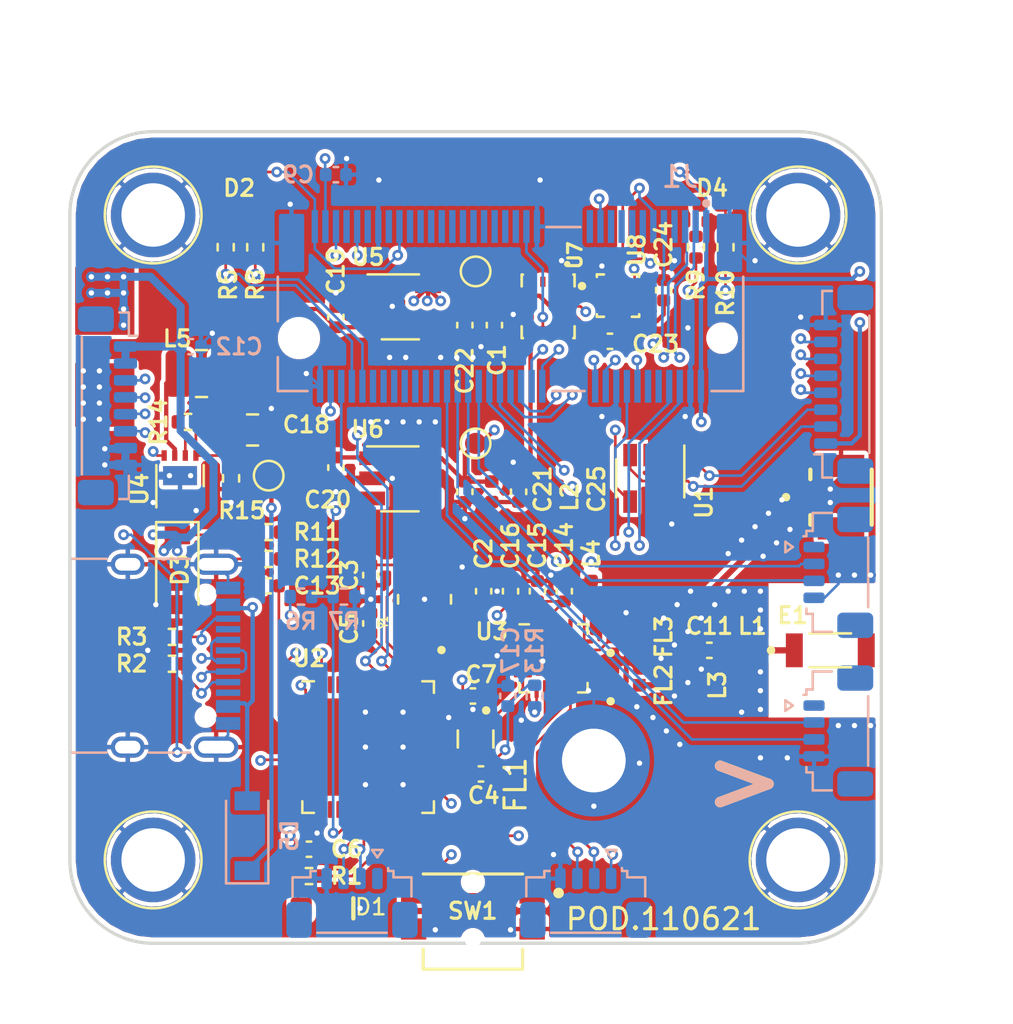
<source format=kicad_pcb>
(kicad_pcb (version 20171130) (host pcbnew "(5.1.10)-1")
  (layers (0 F.Cu signal) (1 In1.Cu signal) (2 In2.Cu signal) (31 B.Cu signal) (34 B.Paste user) (35 F.Paste user) (36 B.SilkS user) (37 F.SilkS user) (38 B.Mask user) (39 F.Mask user) (44 Edge.Cuts user))
  (net 0 "")
  (net 1 "Net-(J1-Pad64)")
  (net 2 "Net-(J1-Pad62)")
  (net 3 "Net-(J1-Pad60)")
  (net 4 "Net-(J1-Pad58)")
  (net 5 "Net-(J1-Pad57)")
  (net 6 "Net-(J1-Pad56)")
  (net 7 "Net-(J1-Pad55)")
  (net 8 "Net-(J1-Pad53)")
  (net 9 GND)
  (net 10 "Net-(C2-Pad1)")
  (net 11 "Net-(C3-Pad1)")
  (net 12 "Net-(C4-Pad2)")
  (net 13 "Net-(C5-Pad2)")
  (net 14 /VCC)
  (net 15 /VBAT)
  (net 16 /MOTOR4)
  (net 17 /MOTOR3)
  (net 18 /STM_SWO)
  (net 19 /RED_L)
  (net 20 /GREEN_L)
  (net 21 /STM_SWIO)
  (net 22 /STM_SWCLK)
  (net 23 /C15)
  (net 24 /C12)
  (net 25 /B8)
  (net 26 /E_TX2)
  (net 27 /B5)
  (net 28 /E_RX2)
  (net 29 /C13)
  (net 30 /E_RX1)
  (net 31 /A0)
  (net 32 /E_TX1)
  (net 33 /C4)
  (net 34 /E_SDA)
  (net 35 /C5)
  (net 36 /E_SCL)
  (net 37 /B0)
  (net 38 /B1)
  (net 39 /E_SPI_MISO)
  (net 40 /INT_GYR)
  (net 41 /E_SPI_MOSI)
  (net 42 /B4)
  (net 43 /B10)
  (net 44 /RED_R)
  (net 45 /MOTOR2)
  (net 46 /GREEN_R)
  (net 47 /SPI2_MOSI)
  (net 48 /SPI2_MISO)
  (net 49 /NRF_CTRL)
  (net 50 /MOTOR1)
  (net 51 /IMU_SCL)
  (net 52 /IMU_SDA)
  (net 53 /OTG_FS_ID)
  (net 54 /OTG_FS_D-)
  (net 55 /OTG_FS_D+)
  (net 56 /NRF_TX)
  (net 57 /NRF_RX)
  (net 58 /C8)
  (net 59 /B12)
  (net 60 "Net-(J2-PadB8)")
  (net 61 "Net-(J2-PadA5)")
  (net 62 "Net-(J2-PadA8)")
  (net 63 "Net-(J2-PadB5)")
  (net 64 "Net-(U2-Pad47)")
  (net 65 "Net-(U2-Pad46)")
  (net 66 "Net-(U2-Pad45)")
  (net 67 "Net-(U2-Pad44)")
  (net 68 "Net-(U2-Pad43)")
  (net 69 "Net-(U2-Pad42)")
  (net 70 /NRF_SWCLK)
  (net 71 /NRF_SWIO)
  (net 72 "Net-(U2-Pad22)")
  (net 73 "Net-(U2-Pad21)")
  (net 74 "Net-(U2-Pad15)")
  (net 75 "Net-(U2-Pad14)")
  (net 76 "Net-(U2-Pad11)")
  (net 77 "Net-(U2-Pad10)")
  (net 78 "Net-(U2-Pad9)")
  (net 79 "Net-(U2-Pad7)")
  (net 80 "Net-(U2-Pad6)")
  (net 81 "Net-(U2-Pad4)")
  (net 82 "Net-(U2-Pad2)")
  (net 83 "Net-(FL1-Pad4)")
  (net 84 "Net-(FL1-Pad3)")
  (net 85 "Net-(FL1-Pad1)")
  (net 86 "Net-(U3-Pad17)")
  (net 87 "Net-(U3-Pad16)")
  (net 88 "Net-(U3-Pad8)")
  (net 89 "Net-(U3-Pad3)")
  (net 90 /VCC_NRF)
  (net 91 "Net-(C11-Pad2)")
  (net 92 "Net-(C11-Pad1)")
  (net 93 BATT)
  (net 94 "Net-(C17-Pad2)")
  (net 95 "Net-(C18-Pad2)")
  (net 96 "Net-(D1-Pad2)")
  (net 97 "Net-(D2-Pad1)")
  (net 98 "Net-(D2-Pad2)")
  (net 99 "Net-(D4-Pad1)")
  (net 100 "Net-(D4-Pad2)")
  (net 101 VBUS)
  (net 102 "Net-(E1-Pad1)")
  (net 103 "Net-(FL2-Pad4)")
  (net 104 "Net-(FL3-Pad4)")
  (net 105 /STM_BOOT0)
  (net 106 /STM_NRST)
  (net 107 /E_SPI_SCK)
  (net 108 /SPI2_SCK)
  (net 109 "Net-(L4-Pad1)")
  (net 110 "Net-(L5-Pad2)")
  (net 111 /LED_BLUE)
  (net 112 /VEN_D)
  (net 113 "Net-(R13-Pad2)")
  (net 114 "Net-(R14-Pad1)")
  (net 115 /SWITCH)
  (net 116 /PA_RXEN)
  (net 117 /PA_MODE)
  (net 118 /PA_SW_ANT)
  (net 119 /PM_PGOOD)
  (net 120 "Net-(U5-Pad4)")
  (net 121 "Net-(U6-Pad4)")
  (net 122 /VCCI)
  (net 123 "Net-(U7-Pad11)")
  (net 124 "Net-(U7-Pad10)")
  (net 125 "Net-(U7-Pad4)")
  (net 126 "Net-(U7-Pad3)")
  (net 127 "Net-(U7-Pad2)")
  (net 128 "Net-(U8-Pad7)")
  (net 129 "Net-(J8-Pad1)")
  (net 130 "Net-(J9-Pad1)")
  (net 131 /NRF_TX2)
  (net 132 /NRF_RX2)
  (net 133 "Net-(J7-Pad1)")
  (net 134 "Net-(FL3-Pad2)")
  (module MicroMod_Extension:PQFN45P200X200X100-10N (layer F.Cu) (at 151.511 52.07)
    (fp_text reference U8 (at 0.889 -2.159 90) (layer F.SilkS) (effects (font (size 0.762 0.762))))
    (fp_text value BMP384)
    (pad 10 smd rect (at 0.785 -0.45) (size 0.46 0.3) (layers F.Cu F.Paste F.Mask) (net 122 /VCCI))
    (pad 9 smd rect (at 0.785 0) (size 0.46 0.3) (layers F.Cu F.Paste F.Mask) (net 9 GND))
    (pad 8 smd rect (at 0.785 0.45) (size 0.46 0.3) (layers F.Cu F.Paste F.Mask) (net 9 GND))
    (pad 3 smd rect (at -0.785 -0.45) (size 0.46 0.3) (layers F.Cu F.Paste F.Mask) (net 9 GND))
    (pad 4 smd rect (at -0.785 0) (size 0.46 0.3) (layers F.Cu F.Paste F.Mask) (net 52 /IMU_SDA))
    (pad 5 smd rect (at -0.785 0.45) (size 0.46 0.3) (layers F.Cu F.Paste F.Mask) (net 122 /VCCI))
    (pad 1 smd rect (at 0.225 -0.785) (size 0.3 0.46) (layers F.Cu F.Paste F.Mask) (net 122 /VCCI))
    (pad 2 smd rect (at -0.225 -0.785) (size 0.3 0.46) (layers F.Cu F.Paste F.Mask) (net 51 /IMU_SCL))
    (pad 7 smd rect (at 0.225 0.785) (size 0.3 0.46) (layers F.Cu F.Paste F.Mask) (net 128 "Net-(U8-Pad7)"))
    (pad 6 smd rect (at -0.225 0.785) (size 0.3 0.46) (layers F.Cu F.Paste F.Mask) (net 122 /VCCI))
  )
  (module MicroMod_Extension:XTAL_TSX-3225_16.0000MF18X-AC3 (layer F.Cu) (at 142.367 66.421 90)
    (fp_text reference Y1 (at -1.084 -1.9032 90) (layer F.SilkS) (effects (font (size 0.32 0.32))))
    (fp_text value TSX-3225_16.0000MF18X-AC3)
    (pad 4 smd rect (at -1.1 -0.8 90) (size 1.4 1.15) (layers F.Cu F.Paste F.Mask) (net 9 GND))
    (pad 3 smd rect (at 1.1 -0.8 90) (size 1.4 1.15) (layers F.Cu F.Paste F.Mask) (net 11 "Net-(C3-Pad1)"))
    (pad 2 smd rect (at 1.1 0.8 90) (size 1.4 1.15) (layers F.Cu F.Paste F.Mask) (net 9 GND))
    (pad 1 smd rect (at -1.1 0.8 90) (size 1.4 1.15) (layers F.Cu F.Paste F.Mask) (net 10 "Net-(C2-Pad1)"))
  )
  (module MicroMod_Extension:XDCR_BMI270 (layer F.Cu) (at 148.209 52.578 270)
    (fp_text reference U7 (at -2.413 -1.27 90) (layer F.SilkS) (effects (font (size 0.64 0.64))))
    (fp_text value BMI270)
    (pad 7 smd rect (at 0.5 0.9125 270) (size 0.25 0.475) (layers F.Cu F.Paste F.Mask) (net 9 GND))
    (pad 5 smd rect (at -0.5 0.9125 270) (size 0.25 0.475) (layers F.Cu F.Paste F.Mask) (net 122 /VCCI))
    (pad 6 smd rect (at 0 0.9125 270) (size 0.25 0.475) (layers F.Cu F.Paste F.Mask) (net 9 GND))
    (pad 12 smd rect (at 0.5 -0.9125 270) (size 0.25 0.475) (layers F.Cu F.Paste F.Mask) (net 122 /VCCI))
    (pad 14 smd rect (at -0.5 -0.9125 270) (size 0.25 0.475) (layers F.Cu F.Paste F.Mask) (net 52 /IMU_SDA))
    (pad 13 smd rect (at 0 -0.9125 270) (size 0.25 0.475) (layers F.Cu F.Paste F.Mask) (net 51 /IMU_SCL))
    (pad 11 smd rect (at 1.1625 -0.75 270) (size 0.475 0.25) (layers F.Cu F.Paste F.Mask) (net 123 "Net-(U7-Pad11)"))
    (pad 8 smd rect (at 1.1625 0.75 270) (size 0.475 0.25) (layers F.Cu F.Paste F.Mask) (net 122 /VCCI))
    (pad 9 smd rect (at 1.1625 0.25 270) (size 0.475 0.25) (layers F.Cu F.Paste F.Mask) (net 40 /INT_GYR))
    (pad 10 smd rect (at 1.1625 -0.25 270) (size 0.475 0.25) (layers F.Cu F.Paste F.Mask) (net 124 "Net-(U7-Pad10)"))
    (pad 1 smd rect (at -1.1625 -0.75 270) (size 0.475 0.25) (layers F.Cu F.Paste F.Mask) (net 9 GND))
    (pad 4 smd rect (at -1.1625 0.75 270) (size 0.475 0.25) (layers F.Cu F.Paste F.Mask) (net 125 "Net-(U7-Pad4)"))
    (pad 3 smd rect (at -1.1625 0.25 270) (size 0.475 0.25) (layers F.Cu F.Paste F.Mask) (net 126 "Net-(U7-Pad3)"))
    (pad 2 smd rect (at -1.1625 -0.25 270) (size 0.475 0.25) (layers F.Cu F.Paste F.Mask) (net 127 "Net-(U7-Pad2)"))
  )
  (module MicroMod_Extension:TE_2199230-4 (layer B.Cu) (at 146.431 52.705 180)
    (fp_text reference J1 (at -8.00845 6.25081) (layer B.SilkS) (effects (font (size 1.000929 1.000929)) (justify mirror)))
    (fp_text value 2199230-4)
    (pad 75 smd roundrect (at 9.25 3.9 180) (size 0.3 1.55) (layers B.Cu B.Paste B.Mask) (roundrect_rratio 0.02) (net 14 /VCC))
    (pad 74 smd roundrect (at 9 -3.65 180) (size 0.3 1.55) (layers B.Cu B.Paste B.Mask) (roundrect_rratio 0.02) (net 9 GND))
    (pad 73 smd roundrect (at 8.75 3.9 180) (size 0.3 1.55) (layers B.Cu B.Paste B.Mask) (roundrect_rratio 0.02) (net 90 /VCC_NRF))
    (pad 72 smd roundrect (at 8.5 -3.65 180) (size 0.3 1.55) (layers B.Cu B.Paste B.Mask) (roundrect_rratio 0.02) (net 16 /MOTOR4))
    (pad 71 smd roundrect (at 8.25 3.9 180) (size 0.3 1.55) (layers B.Cu B.Paste B.Mask) (roundrect_rratio 0.02) (net 17 /MOTOR3))
    (pad 70 smd roundrect (at 8 -3.65 180) (size 0.3 1.55) (layers B.Cu B.Paste B.Mask) (roundrect_rratio 0.02) (net 105 /STM_BOOT0))
    (pad 69 smd roundrect (at 7.75 3.9 180) (size 0.3 1.55) (layers B.Cu B.Paste B.Mask) (roundrect_rratio 0.02) (net 18 /STM_SWO))
    (pad 68 smd roundrect (at 7.5 -3.65 180) (size 0.3 1.55) (layers B.Cu B.Paste B.Mask) (roundrect_rratio 0.02) (net 19 /RED_L))
    (pad 67 smd roundrect (at 7.25 3.9 180) (size 0.3 1.55) (layers B.Cu B.Paste B.Mask) (roundrect_rratio 0.02) (net 106 /STM_NRST))
    (pad 66 smd roundrect (at 7 -3.65 180) (size 0.3 1.55) (layers B.Cu B.Paste B.Mask) (roundrect_rratio 0.02) (net 20 /GREEN_L))
    (pad 65 smd roundrect (at 6.75 3.9 180) (size 0.3 1.55) (layers B.Cu B.Paste B.Mask) (roundrect_rratio 0.02) (net 21 /STM_SWIO))
    (pad 64 smd roundrect (at 6.5 -3.65 180) (size 0.3 1.55) (layers B.Cu B.Paste B.Mask) (roundrect_rratio 0.02) (net 1 "Net-(J1-Pad64)"))
    (pad 63 smd roundrect (at 6.25 3.9 180) (size 0.3 1.55) (layers B.Cu B.Paste B.Mask) (roundrect_rratio 0.02) (net 9 GND))
    (pad 62 smd roundrect (at 6 -3.65 180) (size 0.3 1.55) (layers B.Cu B.Paste B.Mask) (roundrect_rratio 0.02) (net 2 "Net-(J1-Pad62)"))
    (pad 61 smd roundrect (at 5.75 3.9 180) (size 0.3 1.55) (layers B.Cu B.Paste B.Mask) (roundrect_rratio 0.02) (net 22 /STM_SWCLK))
    (pad 60 smd roundrect (at 5.5 -3.65 180) (size 0.3 1.55) (layers B.Cu B.Paste B.Mask) (roundrect_rratio 0.02) (net 3 "Net-(J1-Pad60)"))
    (pad 59 smd roundrect (at 5.25 3.9 180) (size 0.3 1.55) (layers B.Cu B.Paste B.Mask) (roundrect_rratio 0.02) (net 14 /VCC))
    (pad 58 smd roundrect (at 5 -3.65 180) (size 0.3 1.55) (layers B.Cu B.Paste B.Mask) (roundrect_rratio 0.02) (net 4 "Net-(J1-Pad58)"))
    (pad 57 smd roundrect (at 4.75 3.9 180) (size 0.3 1.55) (layers B.Cu B.Paste B.Mask) (roundrect_rratio 0.02) (net 5 "Net-(J1-Pad57)"))
    (pad 56 smd roundrect (at 4.5 -3.65 180) (size 0.3 1.55) (layers B.Cu B.Paste B.Mask) (roundrect_rratio 0.02) (net 6 "Net-(J1-Pad56)"))
    (pad 55 smd roundrect (at 4.25 3.9 180) (size 0.3 1.55) (layers B.Cu B.Paste B.Mask) (roundrect_rratio 0.02) (net 7 "Net-(J1-Pad55)"))
    (pad 54 smd roundrect (at 4 -3.65 180) (size 0.3 1.55) (layers B.Cu B.Paste B.Mask) (roundrect_rratio 0.02) (net 23 /C15))
    (pad 53 smd roundrect (at 3.75 3.9 180) (size 0.3 1.55) (layers B.Cu B.Paste B.Mask) (roundrect_rratio 0.02) (net 8 "Net-(J1-Pad53)"))
    (pad 52 smd roundrect (at 3.5 -3.65 180) (size 0.3 1.55) (layers B.Cu B.Paste B.Mask) (roundrect_rratio 0.02) (net 24 /C12))
    (pad 51 smd roundrect (at 3.25 3.9 180) (size 0.3 1.55) (layers B.Cu B.Paste B.Mask) (roundrect_rratio 0.02) (net 25 /B8))
    (pad 50 smd roundrect (at 3 -3.65 180) (size 0.3 1.55) (layers B.Cu B.Paste B.Mask) (roundrect_rratio 0.02) (net 26 /E_TX2))
    (pad 49 smd roundrect (at 2.75 3.9 180) (size 0.3 1.55) (layers B.Cu B.Paste B.Mask) (roundrect_rratio 0.02) (net 27 /B5))
    (pad 48 smd roundrect (at 2.5 -3.65 180) (size 0.3 1.55) (layers B.Cu B.Paste B.Mask) (roundrect_rratio 0.02) (net 28 /E_RX2))
    (pad 47 smd roundrect (at 2.25 3.9 180) (size 0.3 1.55) (layers B.Cu B.Paste B.Mask) (roundrect_rratio 0.02) (net 29 /C13))
    (pad 46 smd roundrect (at 2 -3.65 180) (size 0.3 1.55) (layers B.Cu B.Paste B.Mask) (roundrect_rratio 0.02) (net 30 /E_RX1))
    (pad 45 smd roundrect (at 1.75 3.9 180) (size 0.3 1.55) (layers B.Cu B.Paste B.Mask) (roundrect_rratio 0.02) (net 31 /A0))
    (pad 44 smd roundrect (at 1.5 -3.65 180) (size 0.3 1.55) (layers B.Cu B.Paste B.Mask) (roundrect_rratio 0.02) (net 32 /E_TX1))
    (pad 43 smd roundrect (at 1.25 3.9 180) (size 0.3 1.55) (layers B.Cu B.Paste B.Mask) (roundrect_rratio 0.02) (net 33 /C4))
    (pad 42 smd roundrect (at 1 -3.65 180) (size 0.3 1.55) (layers B.Cu B.Paste B.Mask) (roundrect_rratio 0.02) (net 34 /E_SDA))
    (pad 41 smd roundrect (at 0.75 3.9 180) (size 0.3 1.55) (layers B.Cu B.Paste B.Mask) (roundrect_rratio 0.02) (net 35 /C5))
    (pad 40 smd roundrect (at 0.5 -3.65 180) (size 0.3 1.55) (layers B.Cu B.Paste B.Mask) (roundrect_rratio 0.02) (net 36 /E_SCL))
    (pad 39 smd roundrect (at 0.25 3.9 180) (size 0.3 1.55) (layers B.Cu B.Paste B.Mask) (roundrect_rratio 0.02) (net 37 /B0))
    (pad 38 smd roundrect (at 0 -3.65 180) (size 0.3 1.55) (layers B.Cu B.Paste B.Mask) (roundrect_rratio 0.02) (net 107 /E_SPI_SCK))
    (pad 37 smd roundrect (at -0.25 3.9 180) (size 0.3 1.55) (layers B.Cu B.Paste B.Mask) (roundrect_rratio 0.02) (net 38 /B1))
    (pad 36 smd roundrect (at -0.5 -3.65 180) (size 0.3 1.55) (layers B.Cu B.Paste B.Mask) (roundrect_rratio 0.02) (net 39 /E_SPI_MISO))
    (pad 35 smd roundrect (at -0.75 3.9 180) (size 0.3 1.55) (layers B.Cu B.Paste B.Mask) (roundrect_rratio 0.02) (net 40 /INT_GYR))
    (pad 34 smd roundrect (at -1 -3.65 180) (size 0.3 1.55) (layers B.Cu B.Paste B.Mask) (roundrect_rratio 0.02) (net 41 /E_SPI_MOSI))
    (pad 33 smd roundrect (at -1.25 3.9 180) (size 0.3 1.55) (layers B.Cu B.Paste B.Mask) (roundrect_rratio 0.02) (net 9 GND))
    (pad 32 smd roundrect (at -1.5 -3.65 180) (size 0.3 1.55) (layers B.Cu B.Paste B.Mask) (roundrect_rratio 0.02) (net 42 /B4))
    (pad 23 smd roundrect (at -3.75 3.9 180) (size 0.3 1.55) (layers B.Cu B.Paste B.Mask) (roundrect_rratio 0.02) (net 43 /B10))
    (pad 22 smd roundrect (at -4 -3.65 180) (size 0.3 1.55) (layers B.Cu B.Paste B.Mask) (roundrect_rratio 0.02) (net 44 /RED_R))
    (pad 21 smd roundrect (at -4.25 3.9 180) (size 0.3 1.55) (layers B.Cu B.Paste B.Mask) (roundrect_rratio 0.02) (net 45 /MOTOR2))
    (pad 20 smd roundrect (at -4.5 -3.65 180) (size 0.3 1.55) (layers B.Cu B.Paste B.Mask) (roundrect_rratio 0.02) (net 46 /GREEN_R))
    (pad 19 smd roundrect (at -4.75 3.9 180) (size 0.3 1.55) (layers B.Cu B.Paste B.Mask) (roundrect_rratio 0.02) (net 47 /SPI2_MOSI))
    (pad 18 smd roundrect (at -5 -3.65 180) (size 0.3 1.55) (layers B.Cu B.Paste B.Mask) (roundrect_rratio 0.02) (net 9 GND))
    (pad 17 smd roundrect (at -5.25 3.9 180) (size 0.3 1.55) (layers B.Cu B.Paste B.Mask) (roundrect_rratio 0.02) (net 48 /SPI2_MISO))
    (pad 16 smd roundrect (at -5.5 -3.65 180) (size 0.3 1.55) (layers B.Cu B.Paste B.Mask) (roundrect_rratio 0.02) (net 49 /NRF_CTRL))
    (pad 15 smd roundrect (at -5.75 3.9 180) (size 0.3 1.55) (layers B.Cu B.Paste B.Mask) (roundrect_rratio 0.02) (net 108 /SPI2_SCK))
    (pad 14 smd roundrect (at -6 -3.65 180) (size 0.3 1.55) (layers B.Cu B.Paste B.Mask) (roundrect_rratio 0.02) (net 50 /MOTOR1))
    (pad S2 smd roundrect (at 10.35 3.125 180) (size 1.2 2.75) (layers B.Cu B.Paste B.Mask) (roundrect_rratio 0.09) (net 9 GND))
    (pad S1 smd roundrect (at -10.35 3.125 180) (size 1.2 2.75) (layers B.Cu B.Paste B.Mask) (roundrect_rratio 0.09) (net 9 GND))
    (pad 13 smd roundrect (at -6.25 3.9 180) (size 0.3 1.55) (layers B.Cu B.Paste B.Mask) (roundrect_rratio 0.02) (net 51 /IMU_SCL))
    (pad 11 smd roundrect (at -6.75 3.9 180) (size 0.3 1.55) (layers B.Cu B.Paste B.Mask) (roundrect_rratio 0.02) (net 52 /IMU_SDA))
    (pad 9 smd roundrect (at -7.25 3.9 180) (size 0.3 1.55) (layers B.Cu B.Paste B.Mask) (roundrect_rratio 0.02) (net 101 VBUS))
    (pad 7 smd roundrect (at -7.75 3.9 180) (size 0.3 1.55) (layers B.Cu B.Paste B.Mask) (roundrect_rratio 0.02) (net 53 /OTG_FS_ID))
    (pad 5 smd roundrect (at -8.25 3.9 180) (size 0.3 1.55) (layers B.Cu B.Paste B.Mask) (roundrect_rratio 0.02) (net 54 /OTG_FS_D-))
    (pad 3 smd roundrect (at -8.75 3.9 180) (size 0.3 1.55) (layers B.Cu B.Paste B.Mask) (roundrect_rratio 0.02) (net 55 /OTG_FS_D+))
    (pad 1 smd roundrect (at -9.25 3.9 180) (size 0.3 1.55) (layers B.Cu B.Paste B.Mask) (roundrect_rratio 0.02) (net 14 /VCC))
    (pad 2 smd roundrect (at -9 -3.65 180) (size 0.3 1.55) (layers B.Cu B.Paste B.Mask) (roundrect_rratio 0.02) (net 14 /VCC))
    (pad 4 smd roundrect (at -8.5 -3.65 180) (size 0.3 1.55) (layers B.Cu B.Paste B.Mask) (roundrect_rratio 0.02) (net 9 GND))
    (pad 6 smd roundrect (at -8 -3.65 180) (size 0.3 1.55) (layers B.Cu B.Paste B.Mask) (roundrect_rratio 0.02) (net 56 /NRF_TX))
    (pad 8 smd roundrect (at -7.5 -3.65 180) (size 0.3 1.55) (layers B.Cu B.Paste B.Mask) (roundrect_rratio 0.02) (net 57 /NRF_RX))
    (pad 10 smd roundrect (at -7 -3.65 180) (size 0.3 1.55) (layers B.Cu B.Paste B.Mask) (roundrect_rratio 0.02) (net 58 /C8))
    (pad 12 smd roundrect (at -6.5 -3.65 180) (size 0.3 1.55) (layers B.Cu B.Paste B.Mask) (roundrect_rratio 0.02) (net 59 /B12))
    (pad None np_thru_hole circle (at 10 -1.375 180) (size 1.6 1.6) (drill 1.6) (layers *.Cu *.Mask))
    (pad None np_thru_hole circle (at -10 -1.375 180) (size 1.1 1.1) (drill 1.1) (layers *.Cu *.Mask))
  )
  (module MicroMod_Extension:FIL_2450BM14E0003T (layer F.Cu) (at 144.78 73.025 270)
    (fp_text reference FL1 (at 2.17593 -1.8858 90) (layer F.SilkS) (effects (font (size 1.000425 1.000425))))
    (fp_text value 2450BM14E0003T)
    (pad 6 smd rect (at 0.425 -0.5 270) (size 0.55 0.25) (layers F.Cu F.Paste F.Mask) (net 9 GND))
    (pad 5 smd rect (at 0.425 0 270) (size 0.55 0.25) (layers F.Cu F.Paste F.Mask) (net 94 "Net-(C17-Pad2)"))
    (pad 4 smd rect (at 0.425 0.5 270) (size 0.55 0.25) (layers F.Cu F.Paste F.Mask) (net 83 "Net-(FL1-Pad4)"))
    (pad 3 smd rect (at -0.425 0.5 270) (size 0.55 0.25) (layers F.Cu F.Paste F.Mask) (net 84 "Net-(FL1-Pad3)"))
    (pad 2 smd rect (at -0.425 0 270) (size 0.55 0.25) (layers F.Cu F.Paste F.Mask) (net 9 GND))
    (pad 1 smd rect (at -0.425 -0.5 270) (size 0.55 0.25) (layers F.Cu F.Paste F.Mask) (net 85 "Net-(FL1-Pad1)"))
  )
  (module MicroMod_Extension:BATTARY (layer F.Cu) (at 124.714 54.229 270)
    (fp_text reference J10 hide)
    (fp_text value Conn_01x02)
    (pad 2 smd rect (at 2.54 -2.54 270) (size 3 2.8) (layers F.Cu F.Paste F.Mask) (net 9 GND))
    (pad 1 smd rect (at -1.905 -2.54 270) (size 3.2 2.8) (layers F.Cu F.Paste F.Mask) (net 93 BATT))
  )
  (module Connector_JST:JST_SUR_SM04B-SURS-TF_1x04-1MP_P0.80mm_Horizontal (layer B.Cu) (at 138.938 80.772 180)
    (fp_text reference J7 hide)
    (fp_text value Conn_01x04)
    (pad MP smd roundrect (at 2.5 -0.8 180) (size 1.2 1.7) (layers B.Cu B.Paste B.Mask) (roundrect_rratio 0.2083325))
    (pad MP smd roundrect (at -2.5 -0.8 180) (size 1.2 1.7) (layers B.Cu B.Paste B.Mask) (roundrect_rratio 0.2083325))
    (pad 4 smd roundrect (at 1.2 1.15 180) (size 0.5 1) (layers B.Cu B.Paste B.Mask) (net 9 GND))
    (pad 3 smd roundrect (at 0.4 1.15 180) (size 0.5 1) (layers B.Cu B.Paste B.Mask) (net 131 /NRF_TX2))
    (pad 2 smd roundrect (at -0.4 1.15 180) (size 0.5 1) (layers B.Cu B.Paste B.Mask) (net 132 /NRF_RX2))
    (pad 1 smd roundrect (at -1.2 1.15 180) (size 0.5 1) (layers B.Cu B.Paste B.Mask) (net 133 "Net-(J7-Pad1)"))
  )
  (module Connector_JST:JST_SUR_BM08B-SURS-TF_1x08-1MP_P0.80mm_Vertical (layer B.Cu) (at 162.179 56.261 90)
    (fp_text reference J6 hide)
    (fp_text value Conn_01x08)
    (pad MP smd roundrect (at 4.1 0.55 90) (size 1.2 1.7) (layers B.Cu B.Paste B.Mask) (roundrect_rratio 0.2083325))
    (pad MP smd roundrect (at -4.1 0.55 90) (size 1.2 1.7) (layers B.Cu B.Paste B.Mask) (roundrect_rratio 0.2083325))
    (pad 8 smd roundrect (at 2.8 -0.85 90) (size 0.5 1.1) (layers B.Cu B.Paste B.Mask) (net 9 GND))
    (pad 7 smd roundrect (at 2 -0.85 90) (size 0.5 1.1) (layers B.Cu B.Paste B.Mask) (net 42 /B4))
    (pad 6 smd roundrect (at 1.2 -0.85 90) (size 0.5 1.1) (layers B.Cu B.Paste B.Mask) (net 41 /E_SPI_MOSI))
    (pad 5 smd roundrect (at 0.4 -0.85 90) (size 0.5 1.1) (layers B.Cu B.Paste B.Mask) (net 39 /E_SPI_MISO))
    (pad 4 smd roundrect (at -0.4 -0.85 90) (size 0.5 1.1) (layers B.Cu B.Paste B.Mask) (net 107 /E_SPI_SCK))
    (pad 3 smd roundrect (at -1.2 -0.85 90) (size 0.5 1.1) (layers B.Cu B.Paste B.Mask) (net 36 /E_SCL))
    (pad 2 smd roundrect (at -2 -0.85 90) (size 0.5 1.1) (layers B.Cu B.Paste B.Mask) (net 34 /E_SDA))
    (pad 1 smd roundrect (at -2.8 -0.85 90) (size 0.5 1.1) (layers B.Cu B.Paste B.Mask) (net 14 /VCC))
  )
  (module Connector_JST:JST_SUR_BM08B-SURS-TF_1x08-1MP_P0.80mm_Vertical (layer B.Cu) (at 127.381 57.277 270)
    (fp_text reference J5 hide)
    (fp_text value Conn_01x08)
    (pad MP smd roundrect (at 4.1 0.55 270) (size 1.2 1.7) (layers B.Cu B.Paste B.Mask) (roundrect_rratio 0.2083325))
    (pad MP smd roundrect (at -4.1 0.55 270) (size 1.2 1.7) (layers B.Cu B.Paste B.Mask) (roundrect_rratio 0.2083325))
    (pad 8 smd roundrect (at 2.8 -0.85 270) (size 0.5 1.1) (layers B.Cu B.Paste B.Mask) (net 9 GND))
    (pad 7 smd roundrect (at 2 -0.85 270) (size 0.5 1.1) (layers B.Cu B.Paste B.Mask) (net 9 GND))
    (pad 6 smd roundrect (at 1.2 -0.85 270) (size 0.5 1.1) (layers B.Cu B.Paste B.Mask) (net 16 /MOTOR4))
    (pad 5 smd roundrect (at 0.4 -0.85 270) (size 0.5 1.1) (layers B.Cu B.Paste B.Mask) (net 17 /MOTOR3))
    (pad 4 smd roundrect (at -0.4 -0.85 270) (size 0.5 1.1) (layers B.Cu B.Paste B.Mask) (net 45 /MOTOR2))
    (pad 3 smd roundrect (at -1.2 -0.85 270) (size 0.5 1.1) (layers B.Cu B.Paste B.Mask) (net 50 /MOTOR1))
    (pad 2 smd roundrect (at -2 -0.85 270) (size 0.5 1.1) (layers B.Cu B.Paste B.Mask) (net 93 BATT))
    (pad 1 smd roundrect (at -2.8 -0.85 270) (size 0.5 1.1) (layers B.Cu B.Paste B.Mask) (net 93 BATT))
  )
  (module Connector_JST:JST_SUR_SM04B-SURS-TF_1x04-1MP_P0.80mm_Horizontal (layer B.Cu) (at 161.925 72.644 270)
    (fp_text reference J9 hide)
    (fp_text value Conn_01x04)
    (pad MP smd roundrect (at 2.5 -0.8 270) (size 1.2 1.7) (layers B.Cu B.Paste B.Mask) (roundrect_rratio 0.2083325))
    (pad MP smd roundrect (at -2.5 -0.8 270) (size 1.2 1.7) (layers B.Cu B.Paste B.Mask) (roundrect_rratio 0.2083325))
    (pad 4 smd roundrect (at 1.2 1.15 270) (size 0.5 1) (layers B.Cu B.Paste B.Mask) (net 9 GND))
    (pad 3 smd roundrect (at 0.4 1.15 270) (size 0.5 1) (layers B.Cu B.Paste B.Mask) (net 26 /E_TX2))
    (pad 2 smd roundrect (at -0.4 1.15 270) (size 0.5 1) (layers B.Cu B.Paste B.Mask) (net 28 /E_RX2))
    (pad 1 smd roundrect (at -1.2 1.15 270) (size 0.5 1) (layers B.Cu B.Paste B.Mask) (net 130 "Net-(J9-Pad1)"))
  )
  (module Connector_JST:JST_SUR_SM04B-SURS-TF_1x04-1MP_P0.80mm_Horizontal (layer B.Cu) (at 161.925 65.151 270)
    (fp_text reference J8 hide)
    (fp_text value Conn_01x04)
    (pad MP smd roundrect (at 2.5 -0.8 270) (size 1.2 1.7) (layers B.Cu B.Paste B.Mask) (roundrect_rratio 0.2083325))
    (pad MP smd roundrect (at -2.5 -0.8 270) (size 1.2 1.7) (layers B.Cu B.Paste B.Mask) (roundrect_rratio 0.2083325))
    (pad 4 smd roundrect (at 1.2 1.15 270) (size 0.5 1) (layers B.Cu B.Paste B.Mask) (net 9 GND))
    (pad 3 smd roundrect (at 0.4 1.15 270) (size 0.5 1) (layers B.Cu B.Paste B.Mask) (net 32 /E_TX1))
    (pad 2 smd roundrect (at -0.4 1.15 270) (size 0.5 1) (layers B.Cu B.Paste B.Mask) (net 30 /E_RX1))
    (pad 1 smd roundrect (at -1.2 1.15 270) (size 0.5 1) (layers B.Cu B.Paste B.Mask) (net 129 "Net-(J8-Pad1)"))
  )
  (module Connector_JST:JST_SUR_SM04B-SURS-TF_1x04-1MP_P0.80mm_Horizontal (layer B.Cu) (at 149.987 80.772 180)
    (fp_text reference J4 hide)
    (fp_text value Screw_Terminal_01x04)
    (pad MP smd roundrect (at 2.5 -0.8 180) (size 1.2 1.7) (layers B.Cu B.Paste B.Mask) (roundrect_rratio 0.2083325))
    (pad MP smd roundrect (at -2.5 -0.8 180) (size 1.2 1.7) (layers B.Cu B.Paste B.Mask) (roundrect_rratio 0.2083325))
    (pad 4 smd roundrect (at 1.2 1.15 180) (size 0.5 1) (layers B.Cu B.Paste B.Mask) (net 9 GND))
    (pad 3 smd roundrect (at 0.4 1.15 180) (size 0.5 1) (layers B.Cu B.Paste B.Mask) (net 71 /NRF_SWIO))
    (pad 2 smd roundrect (at -0.4 1.15 180) (size 0.5 1) (layers B.Cu B.Paste B.Mask) (net 70 /NRF_SWCLK))
    (pad 1 smd roundrect (at -1.2 1.15 180) (size 0.5 1) (layers B.Cu B.Paste B.Mask) (net 90 /VCC_NRF))
  )
  (module Mounting_Wuerth:Mounting_Wuerth_WA-SMSI-M2_H2.5mm_9774025243 (layer B.Cu) (at 150.368 74.041)
    (fp_text reference TP8 hide)
    (fp_text value "Mount Hole")
    (pad "" np_thru_hole circle (at 0 0) (size 3 3) (drill 3) (layers *.Cu *.Mask))
    (pad 1 smd circle (at 0 2.075) (size 0.75 0.75) (layers B.Cu) (net 9 GND))
    (pad 1 smd circle (at -2.075 0) (size 0.75 0.75) (layers B.Cu) (net 9 GND))
    (pad 1 smd circle (at 0 -2.075) (size 0.75 0.75) (layers B.Cu) (net 9 GND))
    (pad 1 smd custom (at 2.075 0) (size 0.75 0.75) (layers B.Cu B.Mask) (net 9 GND) (options (clearance outline) (anchor circle)) (primitives (gr_circle (center -2.075 0) (end 0 0) (width 1.15))))
  )
  (module TestPoint:TestPoint_Plated_Hole_D3.0mm (layer F.Cu) (at 160.02 78.74)
    (fp_text reference TP7 hide)
    (fp_text value "Mount Hole")
    (pad 1 thru_hole circle (at 0 0) (size 4 4) (drill 3) (layers *.Cu *.Mask) (net 9 GND))
  )
  (module TestPoint:TestPoint_Plated_Hole_D3.0mm (layer F.Cu) (at 160.02 48.26)
    (fp_text reference TP6 hide)
    (fp_text value "Mount Hole")
    (pad 1 thru_hole circle (at 0 0) (size 4 4) (drill 3) (layers *.Cu *.Mask) (net 9 GND))
  )
  (module TestPoint:TestPoint_Plated_Hole_D3.0mm (layer F.Cu) (at 129.54 78.74)
    (fp_text reference TP5 hide)
    (fp_text value "Mount Hole")
    (pad 1 thru_hole circle (at 0 0) (size 4 4) (drill 3) (layers *.Cu *.Mask) (net 9 GND))
  )
  (module TestPoint:TestPoint_Plated_Hole_D3.0mm (layer F.Cu) (at 129.54 48.26)
    (fp_text reference TP4 hide)
    (fp_text value "Mount Hole")
    (pad 1 thru_hole circle (at 0 0) (size 4 4) (drill 3) (layers *.Cu *.Mask) (net 9 GND))
  )
  (module Package_DFN_QFN:QFN-48-1EP_6x6mm_P0.4mm_EP4.6x4.6mm (layer F.Cu) (at 139.7 73.406)
    (fp_text reference U2 (at -2.794 -4.191) (layer F.SilkS) (effects (font (size 0.762 0.762))))
    (fp_text value nRF51822-QFAA-R7)
    (pad 49 smd rect (at 0 0) (size 4.6 4.6) (layers F.Cu F.Mask) (net 9 GND))
    (pad 48 smd roundrect (at -2.2 -2.95) (size 0.2 0.8) (layers F.Cu F.Paste F.Mask) (net 56 /NRF_TX))
    (pad 47 smd roundrect (at -1.8 -2.95) (size 0.2 0.8) (layers F.Cu F.Paste F.Mask) (net 64 "Net-(U2-Pad47)"))
    (pad 46 smd roundrect (at -1.4 -2.95) (size 0.2 0.8) (layers F.Cu F.Paste F.Mask) (net 65 "Net-(U2-Pad46)"))
    (pad 45 smd roundrect (at -1 -2.95) (size 0.2 0.8) (layers F.Cu F.Paste F.Mask) (net 66 "Net-(U2-Pad45)"))
    (pad 44 smd roundrect (at -0.6 -2.95) (size 0.2 0.8) (layers F.Cu F.Paste F.Mask) (net 67 "Net-(U2-Pad44)"))
    (pad 43 smd roundrect (at -0.2 -2.95) (size 0.2 0.8) (layers F.Cu F.Paste F.Mask) (net 68 "Net-(U2-Pad43)"))
    (pad 42 smd roundrect (at 0.2 -2.95) (size 0.2 0.8) (layers F.Cu F.Paste F.Mask) (net 69 "Net-(U2-Pad42)"))
    (pad 41 smd roundrect (at 0.6 -2.95) (size 0.2 0.8) (layers F.Cu F.Paste F.Mask) (net 105 /STM_BOOT0))
    (pad 40 smd roundrect (at 1 -2.95) (size 0.2 0.8) (layers F.Cu F.Paste F.Mask) (net 106 /STM_NRST))
    (pad 39 smd roundrect (at 1.4 -2.95) (size 0.2 0.8) (layers F.Cu F.Paste F.Mask) (net 13 "Net-(C5-Pad2)"))
    (pad 38 smd roundrect (at 1.8 -2.95) (size 0.2 0.8) (layers F.Cu F.Paste F.Mask) (net 11 "Net-(C3-Pad1)"))
    (pad 37 smd roundrect (at 2.2 -2.95) (size 0.2 0.8) (layers F.Cu F.Paste F.Mask) (net 10 "Net-(C2-Pad1)"))
    (pad 36 smd roundrect (at 2.95 -2.2) (size 0.8 0.2) (layers F.Cu F.Paste F.Mask) (net 90 /VCC_NRF))
    (pad 35 smd roundrect (at 2.95 -1.8) (size 0.8 0.2) (layers F.Cu F.Paste F.Mask) (net 90 /VCC_NRF))
    (pad 34 smd roundrect (at 2.95 -1.4) (size 0.8 0.2) (layers F.Cu F.Paste F.Mask) (net 9 GND))
    (pad 33 smd roundrect (at 2.95 -1) (size 0.8 0.2) (layers F.Cu F.Paste F.Mask) (net 9 GND))
    (pad 32 smd roundrect (at 2.95 -0.6) (size 0.8 0.2) (layers F.Cu F.Paste F.Mask) (net 84 "Net-(FL1-Pad3)"))
    (pad 31 smd roundrect (at 2.95 -0.2) (size 0.8 0.2) (layers F.Cu F.Paste F.Mask) (net 83 "Net-(FL1-Pad4)"))
    (pad 30 smd roundrect (at 2.95 0.2) (size 0.8 0.2) (layers F.Cu F.Paste F.Mask) (net 94 "Net-(C17-Pad2)"))
    (pad 29 smd roundrect (at 2.95 0.6) (size 0.8 0.2) (layers F.Cu F.Paste F.Mask) (net 12 "Net-(C4-Pad2)"))
    (pad 28 smd roundrect (at 2.95 1) (size 0.8 0.2) (layers F.Cu F.Paste F.Mask) (net 116 /PA_RXEN))
    (pad 27 smd roundrect (at 2.95 1.4) (size 0.8 0.2) (layers F.Cu F.Paste F.Mask) (net 117 /PA_MODE))
    (pad 26 smd roundrect (at 2.95 1.8) (size 0.8 0.2) (layers F.Cu F.Paste F.Mask) (net 118 /PA_SW_ANT))
    (pad 25 smd roundrect (at 2.95 2.2) (size 0.8 0.2) (layers F.Cu F.Paste F.Mask) (net 115 /SWITCH))
    (pad 24 smd roundrect (at 2.2 2.95) (size 0.2 0.8) (layers F.Cu F.Paste F.Mask) (net 70 /NRF_SWCLK))
    (pad 23 smd roundrect (at 1.8 2.95) (size 0.2 0.8) (layers F.Cu F.Paste F.Mask) (net 71 /NRF_SWIO))
    (pad 22 smd roundrect (at 1.4 2.95) (size 0.2 0.8) (layers F.Cu F.Paste F.Mask) (net 72 "Net-(U2-Pad22)"))
    (pad 21 smd roundrect (at 1 2.95) (size 0.2 0.8) (layers F.Cu F.Paste F.Mask) (net 73 "Net-(U2-Pad21)"))
    (pad 20 smd roundrect (at 0.6 2.95) (size 0.2 0.8) (layers F.Cu F.Paste F.Mask) (net 49 /NRF_CTRL))
    (pad 19 smd roundrect (at 0.2 2.95) (size 0.2 0.8) (layers F.Cu F.Paste F.Mask) (net 111 /LED_BLUE))
    (pad 18 smd roundrect (at -0.2 2.95) (size 0.2 0.8) (layers F.Cu F.Paste F.Mask) (net 132 /NRF_RX2))
    (pad 17 smd roundrect (at -0.6 2.95) (size 0.2 0.8) (layers F.Cu F.Paste F.Mask) (net 131 /NRF_TX2))
    (pad 16 smd roundrect (at -1 2.95) (size 0.2 0.8) (layers F.Cu F.Paste F.Mask) (net 112 /VEN_D))
    (pad 15 smd roundrect (at -1.4 2.95) (size 0.2 0.8) (layers F.Cu F.Paste F.Mask) (net 74 "Net-(U2-Pad15)"))
    (pad 14 smd roundrect (at -1.8 2.95) (size 0.2 0.8) (layers F.Cu F.Paste F.Mask) (net 75 "Net-(U2-Pad14)"))
    (pad 13 smd roundrect (at -2.2 2.95) (size 0.2 0.8) (layers F.Cu F.Paste F.Mask) (net 9 GND))
    (pad 12 smd roundrect (at -2.95 2.2) (size 0.8 0.2) (layers F.Cu F.Paste F.Mask) (net 90 /VCC_NRF))
    (pad 11 smd roundrect (at -2.95 1.8) (size 0.8 0.2) (layers F.Cu F.Paste F.Mask) (net 76 "Net-(U2-Pad11)"))
    (pad 10 smd roundrect (at -2.95 1.4) (size 0.8 0.2) (layers F.Cu F.Paste F.Mask) (net 77 "Net-(U2-Pad10)"))
    (pad 9 smd roundrect (at -2.95 1) (size 0.8 0.2) (layers F.Cu F.Paste F.Mask) (net 78 "Net-(U2-Pad9)"))
    (pad 8 smd roundrect (at -2.95 0.6) (size 0.8 0.2) (layers F.Cu F.Paste F.Mask) (net 119 /PM_PGOOD))
    (pad 7 smd roundrect (at -2.95 0.2) (size 0.8 0.2) (layers F.Cu F.Paste F.Mask) (net 79 "Net-(U2-Pad7)"))
    (pad 6 smd roundrect (at -2.95 -0.2) (size 0.8 0.2) (layers F.Cu F.Paste F.Mask) (net 80 "Net-(U2-Pad6)"))
    (pad 5 smd roundrect (at -2.95 -0.6) (size 0.8 0.2) (layers F.Cu F.Paste F.Mask) (net 15 /VBAT))
    (pad 4 smd roundrect (at -2.95 -1) (size 0.8 0.2) (layers F.Cu F.Paste F.Mask) (net 81 "Net-(U2-Pad4)"))
    (pad 3 smd roundrect (at -2.95 -1.4) (size 0.8 0.2) (layers F.Cu F.Paste F.Mask) (net 57 /NRF_RX))
    (pad 2 smd roundrect (at -2.95 -1.8) (size 0.8 0.2) (layers F.Cu F.Paste F.Mask) (net 82 "Net-(U2-Pad2)"))
    (pad 1 smd roundrect (at -2.95 -2.2) (size 0.8 0.2) (layers F.Cu F.Paste F.Mask) (net 90 /VCC_NRF))
  )
  (module Inductor_SMD:L_0402_1005Metric (layer F.Cu) (at 145.542 61.341 90)
    (fp_text reference L2 (at -0.254 3.683 90) (layer F.SilkS) (effects (font (size 0.762 0.762))))
    (fp_text value 1uH)
    (pad 2 smd roundrect (at 0.485 0 90) (size 0.59 0.64) (layers F.Cu F.Paste F.Mask) (net 14 /VCC))
    (pad 1 smd roundrect (at -0.485 0 90) (size 0.59 0.64) (layers F.Cu F.Paste F.Mask) (net 122 /VCCI))
  )
  (module Capacitor_SMD:C_0402_1005Metric (layer F.Cu) (at 146.812 61.341 90)
    (fp_text reference C25 (at 0.127 3.683 90) (layer F.SilkS) (effects (font (size 0.762 0.762))))
    (fp_text value 4.7u)
    (pad 2 smd roundrect (at 0.48 0 90) (size 0.56 0.62) (layers F.Cu F.Paste F.Mask) (net 9 GND))
    (pad 1 smd roundrect (at -0.48 0 90) (size 0.56 0.62) (layers F.Cu F.Paste F.Mask) (net 122 /VCCI))
  )
  (module Capacitor_SMD:C_0402_1005Metric (layer F.Cu) (at 153.67 51.816 270)
    (fp_text reference C24 (at -2.159 0 90) (layer F.SilkS) (effects (font (size 0.762 0.762))))
    (fp_text value 100n)
    (pad 2 smd roundrect (at 0.48 0 270) (size 0.56 0.62) (layers F.Cu F.Paste F.Mask) (net 122 /VCCI))
    (pad 1 smd roundrect (at -0.48 0 270) (size 0.56 0.62) (layers F.Cu F.Paste F.Mask) (net 9 GND))
  )
  (module Capacitor_SMD:C_0402_1005Metric (layer F.Cu) (at 151.13 54.229 180)
    (fp_text reference C23 (at -2.159 -0.127) (layer F.SilkS) (effects (font (size 0.762 0.762))))
    (fp_text value 100n)
    (pad 2 smd roundrect (at 0.48 0 180) (size 0.56 0.62) (layers F.Cu F.Paste F.Mask) (net 122 /VCCI))
    (pad 1 smd roundrect (at -0.48 0 180) (size 0.56 0.62) (layers F.Cu F.Paste F.Mask) (net 9 GND))
  )
  (module Capacitor_SMD:C_0805_2012Metric (layer F.Cu) (at 134.239 58.42 180)
    (fp_text reference C18 (at -2.54 0.254) (layer F.SilkS) (effects (font (size 0.762 0.762))))
    (fp_text value 22u)
    (pad 2 smd roundrect (at 0.95 0 180) (size 1 1.45) (layers F.Cu F.Paste F.Mask) (net 95 "Net-(C18-Pad2)"))
    (pad 1 smd roundrect (at -0.95 0 180) (size 1 1.45) (layers F.Cu F.Paste F.Mask) (net 9 GND))
  )
  (module Capacitor_SMD:C_0402_1005Metric (layer F.Cu) (at 145.669 53.467 270)
    (fp_text reference C1 (at 1.651 -0.127 90) (layer F.SilkS) (effects (font (size 0.762 0.762))))
    (fp_text value 100n)
    (pad 2 smd roundrect (at 0.48 0 270) (size 0.56 0.62) (layers F.Cu F.Paste F.Mask) (net 9 GND))
    (pad 1 smd roundrect (at -0.48 0 270) (size 0.56 0.62) (layers F.Cu F.Paste F.Mask) (net 122 /VCCI))
  )
  (module Package_TO_SOT_SMD:TSOT-23-5 (layer F.Cu) (at 141.202 60.706)
    (fp_text reference U6 (at -1.524 -2.323) (layer F.SilkS) (effects (font (size 0.762 0.762))))
    (fp_text value NCP702SN30T1G)
    (pad 5 smd rect (at 1.31 -0.95) (size 1.22 0.65) (layers F.Cu F.Paste F.Mask) (net 14 /VCC))
    (pad 4 smd rect (at 1.31 0.95) (size 1.22 0.65) (layers F.Cu F.Paste F.Mask) (net 121 "Net-(U6-Pad4)"))
    (pad 3 smd rect (at -1.31 0.95) (size 1.22 0.65) (layers F.Cu F.Paste F.Mask) (net 112 /VEN_D))
    (pad 2 smd rect (at -1.31 0) (size 1.22 0.65) (layers F.Cu F.Paste F.Mask) (net 9 GND))
    (pad 1 smd rect (at -1.31 -0.95) (size 1.22 0.65) (layers F.Cu F.Paste F.Mask) (net 95 "Net-(C18-Pad2)"))
  )
  (module Package_TO_SOT_SMD:TSOT-23-5 (layer F.Cu) (at 141.224 52.578)
    (fp_text reference U5 (at -1.524 -2.323) (layer F.SilkS) (effects (font (size 0.762 0.762))))
    (fp_text value NCP702SN30T1G)
    (pad 5 smd rect (at 1.31 -0.95) (size 1.22 0.65) (layers F.Cu F.Paste F.Mask) (net 90 /VCC_NRF))
    (pad 4 smd rect (at 1.31 0.95) (size 1.22 0.65) (layers F.Cu F.Paste F.Mask) (net 120 "Net-(U5-Pad4)"))
    (pad 3 smd rect (at -1.31 0.95) (size 1.22 0.65) (layers F.Cu F.Paste F.Mask) (net 95 "Net-(C18-Pad2)"))
    (pad 2 smd rect (at -1.31 0) (size 1.22 0.65) (layers F.Cu F.Paste F.Mask) (net 9 GND))
    (pad 1 smd rect (at -1.31 -0.95) (size 1.22 0.65) (layers F.Cu F.Paste F.Mask) (net 95 "Net-(C18-Pad2)"))
  )
  (module Package_SON:WSON-8-1EP_2x2mm_P0.5mm_EP0.9x1.6mm_ThermalVias (layer F.Cu) (at 130.81 60.579 90)
    (fp_text reference U4 (at -0.635 -1.905 90) (layer F.SilkS) (effects (font (size 0.762 0.762))))
    (fp_text value TPS62170DSG)
    (pad 9 smd rect (at 0 0 90) (size 0.9 1.6) (layers B.Cu) (net 9 GND))
    (pad 6 smd rect (at 0.95 0.25 90) (size 0.5 0.25) (layers F.Cu F.Paste F.Mask) (net 95 "Net-(C18-Pad2)"))
    (pad 5 smd rect (at 0.95 0.75 90) (size 0.5 0.25) (layers F.Cu F.Paste F.Mask) (net 114 "Net-(R14-Pad1)"))
    (pad 4 smd rect (at -0.95 0.75 90) (size 0.5 0.25) (layers F.Cu F.Paste F.Mask) (net 9 GND))
    (pad 2 smd rect (at -0.95 -0.25 90) (size 0.5 0.25) (layers F.Cu F.Paste F.Mask) (net 93 BATT))
    (pad 1 smd rect (at -0.95 -0.75 90) (size 0.5 0.25) (layers F.Cu F.Paste F.Mask) (net 9 GND))
    (pad 9 smd rect (at 0 0 90) (size 0.9 1.6) (layers F.Cu F.Mask) (net 9 GND))
    (pad 9 thru_hole circle (at 0 0.5 90) (size 0.6 0.6) (drill 0.25) (layers *.Cu) (net 9 GND))
    (pad 9 thru_hole circle (at 0 -0.5 90) (size 0.6 0.6) (drill 0.25) (layers *.Cu) (net 9 GND))
    (pad 8 smd rect (at 0.95 -0.75 90) (size 0.5 0.25) (layers F.Cu F.Paste F.Mask) (net 119 /PM_PGOOD))
    (pad 7 smd rect (at 0.95 -0.25 90) (size 0.5 0.25) (layers F.Cu F.Paste F.Mask) (net 110 "Net-(L5-Pad2)"))
    (pad 3 smd rect (at -0.95 0.25 90) (size 0.5 0.25) (layers F.Cu F.Paste F.Mask) (net 93 BATT))
  )
  (module Package_DFN_QFN:QFN-20-1EP_3x3mm_P0.4mm_EP1.65x1.65mm (layer F.Cu) (at 148.463 69.215)
    (fp_text reference U3 (at -2.921 -1.27) (layer F.SilkS) (effects (font (size 0.762 0.762))))
    (fp_text value RFX2411N)
    (pad 21 smd rect (at 0 0) (size 1.65 1.65) (layers F.Cu F.Mask) (net 9 GND))
    (pad 20 smd roundrect (at -0.8 -1.45) (size 0.2 0.85) (layers F.Cu F.Paste F.Mask) (net 90 /VCC_NRF))
    (pad 19 smd roundrect (at -0.4 -1.45) (size 0.2 0.85) (layers F.Cu F.Paste F.Mask) (net 9 GND))
    (pad 18 smd roundrect (at 0 -1.45) (size 0.2 0.85) (layers F.Cu F.Paste F.Mask) (net 90 /VCC_NRF))
    (pad 17 smd roundrect (at 0.4 -1.45) (size 0.2 0.85) (layers F.Cu F.Paste F.Mask) (net 86 "Net-(U3-Pad17)"))
    (pad 16 smd roundrect (at 0.8 -1.45) (size 0.2 0.85) (layers F.Cu F.Paste F.Mask) (net 87 "Net-(U3-Pad16)"))
    (pad 15 smd roundrect (at 1.45 -0.8) (size 0.85 0.2) (layers F.Cu F.Paste F.Mask) (net 109 "Net-(L4-Pad1)"))
    (pad 14 smd roundrect (at 1.45 -0.4) (size 0.85 0.2) (layers F.Cu F.Paste F.Mask) (net 104 "Net-(FL3-Pad4)"))
    (pad 13 smd roundrect (at 1.45 0) (size 0.85 0.2) (layers F.Cu F.Paste F.Mask) (net 9 GND))
    (pad 12 smd roundrect (at 1.45 0.4) (size 0.85 0.2) (layers F.Cu F.Paste F.Mask) (net 103 "Net-(FL2-Pad4)"))
    (pad 11 smd roundrect (at 1.45 0.8) (size 0.85 0.2) (layers F.Cu F.Paste F.Mask) (net 9 GND))
    (pad 10 smd roundrect (at 0.8 1.45) (size 0.2 0.85) (layers F.Cu F.Paste F.Mask) (net 118 /PA_SW_ANT))
    (pad 9 smd roundrect (at 0.4 1.45) (size 0.2 0.85) (layers F.Cu F.Paste F.Mask) (net 117 /PA_MODE))
    (pad 8 smd roundrect (at 0 1.45) (size 0.2 0.85) (layers F.Cu F.Paste F.Mask) (net 88 "Net-(U3-Pad8)"))
    (pad 7 smd roundrect (at -0.4 1.45) (size 0.2 0.85) (layers F.Cu F.Paste F.Mask) (net 116 /PA_RXEN))
    (pad 6 smd roundrect (at -0.8 1.45) (size 0.2 0.85) (layers F.Cu F.Paste F.Mask) (net 113 "Net-(R13-Pad2)"))
    (pad 5 smd roundrect (at -1.45 0.8) (size 0.85 0.2) (layers F.Cu F.Paste F.Mask) (net 85 "Net-(FL1-Pad1)"))
    (pad 4 smd roundrect (at -1.45 0.4) (size 0.85 0.2) (layers F.Cu F.Paste F.Mask) (net 9 GND))
    (pad 3 smd roundrect (at -1.45 0) (size 0.85 0.2) (layers F.Cu F.Paste F.Mask) (net 89 "Net-(U3-Pad3)"))
    (pad 2 smd roundrect (at -1.45 -0.4) (size 0.85 0.2) (layers F.Cu F.Paste F.Mask) (net 9 GND))
    (pad 1 smd roundrect (at -1.45 -0.8) (size 0.85 0.2) (layers F.Cu F.Paste F.Mask) (net 9 GND))
  )
  (module TestPoint:TestPoint_Pad_D1.0mm (layer F.Cu) (at 144.78 50.927)
    (fp_text reference TP3 hide)
    (fp_text value TestPoint)
    (pad 1 smd circle (at 0 0) (size 1 1) (layers F.Cu F.Mask) (net 90 /VCC_NRF))
  )
  (module TestPoint:TestPoint_Pad_D1.0mm (layer F.Cu) (at 144.78 59.055)
    (fp_text reference TP2 hide)
    (fp_text value TestPoint)
    (pad 1 smd circle (at 0 0) (size 1 1) (layers F.Cu F.Mask) (net 14 /VCC))
  )
  (module TestPoint:TestPoint_Pad_D1.0mm (layer F.Cu) (at 135.001 60.579)
    (fp_text reference TP1 hide)
    (fp_text value TestPoint)
    (pad 1 smd circle (at 0 0) (size 1 1) (layers F.Cu F.Mask) (net 95 "Net-(C18-Pad2)"))
  )
  (module MicroMod_Extension:E-Switch-TL1014BF160QG-0 (layer F.Cu) (at 144.653 81.153)
    (fp_text reference SW1 (at -1.27 0) (layer F.SilkS) (effects (font (size 0.762 0.762)) (justify left)))
    (fp_text value TL1014BF160QG hide)
    (pad ~ np_thru_hole circle (at 0 1.375) (size 0.75 0.75) (drill 0.75) (layers *.Cu *.Mask))
    (pad ~ np_thru_hole circle (at 0 -1.375) (size 0.75 0.75) (drill 0.75) (layers *.Cu *.Mask))
    (pad 4 smd rect (at -2.8 0.85) (size 1.2 1) (layers F.Cu F.Paste F.Mask) (net 9 GND))
    (pad 3 smd rect (at -2.8 -0.85) (size 1.2 1) (layers F.Cu F.Paste F.Mask) (net 115 /SWITCH))
    (pad 2 smd rect (at 2.8 0.85) (size 1.2 1) (layers F.Cu F.Paste F.Mask) (net 9 GND))
    (pad 1 smd rect (at 2.8 -0.85) (size 1.2 1) (layers F.Cu F.Paste F.Mask) (net 115 /SWITCH))
  )
  (module Resistor_SMD:R_0402_1005Metric (layer F.Cu) (at 133.223 60.706 90)
    (fp_text reference R15 (at -1.524 0.508 180) (layer F.SilkS) (effects (font (size 0.762 0.762))))
    (fp_text value 90.9k)
    (pad 2 smd roundrect (at 0.51 0 90) (size 0.54 0.64) (layers F.Cu F.Paste F.Mask) (net 114 "Net-(R14-Pad1)"))
    (pad 1 smd roundrect (at -0.51 0 90) (size 0.54 0.64) (layers F.Cu F.Paste F.Mask) (net 9 GND))
  )
  (module Resistor_SMD:R_0402_1005Metric (layer F.Cu) (at 131.191 58.039 180)
    (fp_text reference R14 (at 1.397 0 270) (layer F.SilkS) (effects (font (size 0.762 0.762))))
    (fp_text value 470k)
    (pad 2 smd roundrect (at 0.51 0 180) (size 0.54 0.64) (layers F.Cu F.Paste F.Mask) (net 95 "Net-(C18-Pad2)"))
    (pad 1 smd roundrect (at -0.51 0 180) (size 0.54 0.64) (layers F.Cu F.Paste F.Mask) (net 114 "Net-(R14-Pad1)"))
  )
  (module Resistor_SMD:R_0402_1005Metric (layer B.Cu) (at 147.574 70.993 270)
    (fp_text reference R13 (at -2.159 0 90) (layer B.SilkS) (effects (font (size 0.762 0.762)) (justify mirror)))
    (fp_text value 10K)
    (pad 2 smd roundrect (at 0.51 0 270) (size 0.54 0.64) (layers B.Cu B.Paste B.Mask) (net 113 "Net-(R13-Pad2)"))
    (pad 1 smd roundrect (at -0.51 0 270) (size 0.54 0.64) (layers B.Cu B.Paste B.Mask) (net 94 "Net-(C17-Pad2)"))
  )
  (module Resistor_SMD:R_0402_1005Metric (layer F.Cu) (at 135.001 64.516 180)
    (fp_text reference R12 (at -2.286 0) (layer F.SilkS) (effects (font (size 0.762 0.762))))
    (fp_text value 110k)
    (pad 2 smd roundrect (at 0.51 0 180) (size 0.54 0.64) (layers F.Cu F.Paste F.Mask) (net 9 GND))
    (pad 1 smd roundrect (at -0.51 0 180) (size 0.54 0.64) (layers F.Cu F.Paste F.Mask) (net 15 /VBAT))
  )
  (module Resistor_SMD:R_0402_1005Metric (layer F.Cu) (at 135.001 63.246)
    (fp_text reference R11 (at 2.286 0) (layer F.SilkS) (effects (font (size 0.762 0.762))))
    (fp_text value 470k)
    (pad 2 smd roundrect (at 0.51 0) (size 0.54 0.64) (layers F.Cu F.Paste F.Mask) (net 15 /VBAT))
    (pad 1 smd roundrect (at -0.51 0) (size 0.54 0.64) (layers F.Cu F.Paste F.Mask) (net 93 BATT))
  )
  (module Resistor_SMD:R_0402_1005Metric (layer F.Cu) (at 156.591 49.784 90)
    (fp_text reference R10 (at -2.159 0 90) (layer F.SilkS) (effects (font (size 0.762 0.762))))
    (fp_text value 150r)
    (pad 2 smd roundrect (at 0.51 0 90) (size 0.54 0.64) (layers F.Cu F.Paste F.Mask) (net 100 "Net-(D4-Pad2)"))
    (pad 1 smd roundrect (at -0.51 0 90) (size 0.54 0.64) (layers F.Cu F.Paste F.Mask) (net 46 /GREEN_R))
  )
  (module Resistor_SMD:R_0402_1005Metric (layer F.Cu) (at 155.194 49.784 90)
    (fp_text reference R9 (at -1.778 0 90) (layer F.SilkS) (effects (font (size 0.762 0.762))))
    (fp_text value 150r)
    (pad 2 smd roundrect (at 0.51 0 90) (size 0.54 0.64) (layers F.Cu F.Paste F.Mask) (net 99 "Net-(D4-Pad1)"))
    (pad 1 smd roundrect (at -0.51 0 90) (size 0.54 0.64) (layers F.Cu F.Paste F.Mask) (net 44 /RED_R))
  )
  (module Resistor_SMD:R_0402_1005Metric (layer F.Cu) (at 134.366 49.784 90)
    (fp_text reference R8 (at -1.778 0 90) (layer F.SilkS) (effects (font (size 0.762 0.762))))
    (fp_text value 150r)
    (pad 2 smd roundrect (at 0.51 0 90) (size 0.54 0.64) (layers F.Cu F.Paste F.Mask) (net 98 "Net-(D2-Pad2)"))
    (pad 1 smd roundrect (at -0.51 0 90) (size 0.54 0.64) (layers F.Cu F.Paste F.Mask) (net 20 /GREEN_L))
  )
  (module Resistor_SMD:R_0402_1005Metric (layer B.Cu) (at 138.557 66.294)
    (fp_text reference R7 (at 0 1.17) (layer B.SilkS) (effects (font (size 0.762 0.762)) (justify mirror)))
    (fp_text value 10K)
    (pad 2 smd roundrect (at 0.51 0) (size 0.54 0.64) (layers B.Cu B.Paste B.Mask) (net 9 GND))
    (pad 1 smd roundrect (at -0.51 0) (size 0.54 0.64) (layers B.Cu B.Paste B.Mask) (net 112 /VEN_D))
  )
  (module Resistor_SMD:R_0402_1005Metric (layer B.Cu) (at 136.525 66.294)
    (fp_text reference R6 (at 0 1.17) (layer B.SilkS) (effects (font (size 0.762 0.762)) (justify mirror)))
    (fp_text value 10K)
    (pad 2 smd roundrect (at 0.51 0) (size 0.54 0.64) (layers B.Cu B.Paste B.Mask) (net 112 /VEN_D))
    (pad 1 smd roundrect (at -0.51 0) (size 0.54 0.64) (layers B.Cu B.Paste B.Mask) (net 101 VBUS))
  )
  (module Resistor_SMD:R_0402_1005Metric (layer F.Cu) (at 132.969 49.784 90)
    (fp_text reference R5 (at -1.778 0.127 90) (layer F.SilkS) (effects (font (size 0.762 0.762))))
    (fp_text value 150r)
    (pad 2 smd roundrect (at 0.51 0 90) (size 0.54 0.64) (layers F.Cu F.Paste F.Mask) (net 97 "Net-(D2-Pad1)"))
    (pad 1 smd roundrect (at -0.51 0 90) (size 0.54 0.64) (layers F.Cu F.Paste F.Mask) (net 19 /RED_L))
  )
  (module Resistor_SMD:R_0402_1005Metric (layer F.Cu) (at 130.429 68.199 180)
    (fp_text reference R3 (at 1.905 0 180) (layer F.SilkS) (effects (font (size 0.762 0.762))))
    (fp_text value 5.1k)
    (pad 2 smd roundrect (at 0.51 0 180) (size 0.54 0.64) (layers F.Cu F.Paste F.Mask) (net 9 GND))
    (pad 1 smd roundrect (at -0.51 0 180) (size 0.54 0.64) (layers F.Cu F.Paste F.Mask) (net 63 "Net-(J2-PadB5)"))
  )
  (module Resistor_SMD:R_0402_1005Metric (layer F.Cu) (at 130.429 69.469 180)
    (fp_text reference R2 (at 1.905 0 180) (layer F.SilkS) (effects (font (size 0.762 0.762))))
    (fp_text value 5.1k)
    (pad 2 smd roundrect (at 0.51 0 180) (size 0.54 0.64) (layers F.Cu F.Paste F.Mask) (net 9 GND))
    (pad 1 smd roundrect (at -0.51 0 180) (size 0.54 0.64) (layers F.Cu F.Paste F.Mask) (net 61 "Net-(J2-PadA5)"))
  )
  (module Resistor_SMD:R_0402_1005Metric (layer F.Cu) (at 136.906 79.502 180)
    (fp_text reference R1 (at -1.778 0) (layer F.SilkS) (effects (font (size 0.762 0.762))))
    (fp_text value 150r)
    (pad 2 smd roundrect (at 0.51 0 180) (size 0.54 0.64) (layers F.Cu F.Paste F.Mask) (net 96 "Net-(D1-Pad2)"))
    (pad 1 smd roundrect (at -0.51 0 180) (size 0.54 0.64) (layers F.Cu F.Paste F.Mask) (net 111 /LED_BLUE))
  )
  (module Inductor_SMD:L_1008_2520Metric (layer F.Cu) (at 131.826 55.753 180)
    (fp_text reference L5 (at 1.143 1.651) (layer F.SilkS) (effects (font (size 0.762 0.762))))
    (fp_text value 2.2uH-TYA2520102R2M-10)
    (pad 2 smd roundrect (at 1.075 0 180) (size 1.25 2.2) (layers F.Cu F.Paste F.Mask) (roundrect_rratio 0.2) (net 110 "Net-(L5-Pad2)"))
    (pad 1 smd roundrect (at -1.075 0 180) (size 1.25 2.2) (layers F.Cu F.Paste F.Mask) (roundrect_rratio 0.2) (net 95 "Net-(C18-Pad2)"))
  )
  (module Inductor_SMD:L_0402_1005Metric (layer F.Cu) (at 150.241 66.04 90)
    (fp_text reference L4 (at 1.778 0 90) (layer F.SilkS) (effects (font (size 0.762 0.762))))
    (fp_text value 2nH)
    (pad 2 smd roundrect (at 0.485 0 90) (size 0.59 0.64) (layers F.Cu F.Paste F.Mask) (net 9 GND))
    (pad 1 smd roundrect (at -0.485 0 90) (size 0.59 0.64) (layers F.Cu F.Paste F.Mask) (net 109 "Net-(L4-Pad1)"))
  )
  (module Inductor_SMD:L_0402_1005Metric (layer F.Cu) (at 157.353 70.485 270)
    (fp_text reference L3 (at 0 1.143 90) (layer F.SilkS) (effects (font (size 0.762 0.762))))
    (fp_text value 1nH)
    (pad 2 smd roundrect (at 0.485 0 270) (size 0.59 0.64) (layers F.Cu F.Paste F.Mask) (net 9 GND))
    (pad 1 smd roundrect (at -0.485 0 270) (size 0.59 0.64) (layers F.Cu F.Paste F.Mask) (net 92 "Net-(C11-Pad1)"))
  )
  (module Inductor_SMD:L_0402_1005Metric (layer F.Cu) (at 157.861 68.834 180)
    (fp_text reference L1 (at 0 1.143 180) (layer F.SilkS) (effects (font (size 0.762 0.762))))
    (fp_text value 4.7nH)
    (pad 2 smd roundrect (at 0.485 0 180) (size 0.59 0.64) (layers F.Cu F.Paste F.Mask) (net 92 "Net-(C11-Pad1)"))
    (pad 1 smd roundrect (at -0.485 0 180) (size 0.59 0.64) (layers F.Cu F.Paste F.Mask) (net 102 "Net-(E1-Pad1)"))
  )
  (module MicroMod_Extension:SAMTEC_RSP-122811-01 (layer F.Cu) (at 162.052 61.595 270)
    (fp_text reference J3 hide)
    (fp_text value RSP-122811-01)
    (pad 1 smd rect (at 0 1.525 270) (size 1 1.05) (layers F.Cu F.Paste F.Mask) (net 134 "Net-(FL3-Pad2)"))
    (pad G2 smd rect (at 1.475 0 270) (size 1.05 2.2) (layers F.Cu F.Paste F.Mask) (net 9 GND))
    (pad G1 smd rect (at -1.475 0 270) (size 1.05 2.2) (layers F.Cu F.Paste F.Mask) (net 9 GND))
  )
  (module MicroMod_Extension:FIL_ADFC15-2450.00-A-T (layer F.Cu) (at 151.892 68.199)
    (fp_text reference FL3 (at 1.778 0 90) (layer F.SilkS) (effects (font (size 0.762 0.762))))
    (fp_text value ADFC15-2450.00-A-T)
    (pad 1 smd rect (at 0 0.425) (size 0.25 0.6) (layers F.Cu F.Paste) (net 9 GND))
    (pad 3 smd rect (at 0 -0.425) (size 0.25 0.6) (layers F.Cu F.Paste) (net 9 GND))
    (pad 2 smd rect (at 0.625 0) (size 0.6 0.6) (layers F.Cu F.Paste) (net 134 "Net-(FL3-Pad2)"))
    (pad 4 smd rect (at -0.625 0) (size 0.6 0.6) (layers F.Cu F.Paste) (net 104 "Net-(FL3-Pad4)"))
  )
  (module MicroMod_Extension:FIL_ADFC15-2450.00-A-T (layer F.Cu) (at 151.892 70.485)
    (fp_text reference FL2 (at 1.778 0 90) (layer F.SilkS) (effects (font (size 0.762 0.762))))
    (fp_text value ADFC15-2450.00-A-T)
    (pad 1 smd rect (at 0 0.425) (size 0.25 0.6) (layers F.Cu F.Paste) (net 9 GND))
    (pad 3 smd rect (at 0 -0.425) (size 0.25 0.6) (layers F.Cu F.Paste) (net 9 GND))
    (pad 2 smd rect (at 0.625 0) (size 0.6 0.6) (layers F.Cu F.Paste) (net 91 "Net-(C11-Pad2)"))
    (pad 4 smd rect (at -0.625 0) (size 0.6 0.6) (layers F.Cu F.Paste) (net 103 "Net-(FL2-Pad4)"))
  )
  (module MicroMod_Extension:XDCR_2450AT18B100E (layer F.Cu) (at 161.544 68.834)
    (fp_text reference E1 (at -1.778 -1.651) (layer F.SilkS) (effects (font (size 0.762 0.762))))
    (fp_text value 2450AT18B100E)
    (pad 2 smd rect (at 1.7 0) (size 0.8 1.6) (layers F.Cu F.Paste F.Mask))
    (pad 1 smd rect (at -1.7 0) (size 0.8 1.6) (layers F.Cu F.Paste F.Mask) (net 102 "Net-(E1-Pad1)"))
  )
  (module Diode_SMD:D_SOD-123 (layer B.Cu) (at 133.985 77.597 90)
    (fp_text reference D5 (at 0 2 90) (layer B.SilkS) (effects (font (size 0.762 0.762)) (justify mirror)))
    (fp_text value MBR0520-TP)
    (pad 2 smd rect (at 1.65 0 90) (size 0.9 1.2) (layers B.Cu B.Paste B.Mask) (net 101 VBUS))
    (pad 1 smd rect (at -1.65 0 90) (size 0.9 1.2) (layers B.Cu B.Paste B.Mask) (net 95 "Net-(C18-Pad2)"))
  )
  (module MicroMod_Extension:150066RG74000 (layer F.Cu) (at 154.686 47.371 90)
    (fp_text reference D4 (at 0.381 1.27 180) (layer F.SilkS) (effects (font (size 0.762 0.762))))
    (fp_text value 150066RG74000)
    (pad 4 smd roundrect (at 1.143 0.6985 90) (size 0.7 0.7) (layers F.Cu F.Paste F.Mask) (net 14 /VCC))
    (pad 3 smd roundrect (at 1.143 1.7145 90) (size 0.7 0.7) (layers F.Cu F.Paste F.Mask) (net 14 /VCC))
    (pad 1 smd roundrect (at -0.381 0.6985 90) (size 0.7 0.7) (layers F.Cu F.Paste F.Mask) (net 99 "Net-(D4-Pad1)"))
    (pad 2 smd roundrect (at -0.381 1.7145 90) (size 0.7 0.7) (layers F.Cu F.Paste F.Mask) (net 100 "Net-(D4-Pad2)"))
  )
  (module Diode_SMD:D_SOD-123 (layer F.Cu) (at 130.683 65.024 270)
    (fp_text reference D3 (at 0 -0.127 90) (layer F.SilkS) (effects (font (size 0.762 0.762))))
    (fp_text value SMF4L17A)
    (pad 2 smd rect (at 1.65 0 270) (size 0.9 1.2) (layers F.Cu F.Paste F.Mask) (net 9 GND))
    (pad 1 smd rect (at -1.65 0 270) (size 0.9 1.2) (layers F.Cu F.Paste F.Mask) (net 93 BATT))
  )
  (module MicroMod_Extension:150066RG74000 (layer F.Cu) (at 132.461 47.371 90)
    (fp_text reference D2 (at 0.381 1.143 180) (layer F.SilkS) (effects (font (size 0.762 0.762))))
    (fp_text value 150066RG74000)
    (pad 4 smd roundrect (at 1.143 0.6985 90) (size 0.7 0.7) (layers F.Cu F.Paste F.Mask) (net 14 /VCC))
    (pad 3 smd roundrect (at 1.143 1.7145 90) (size 0.7 0.7) (layers F.Cu F.Paste F.Mask) (net 14 /VCC))
    (pad 1 smd roundrect (at -0.381 0.6985 90) (size 0.7 0.7) (layers F.Cu F.Paste F.Mask) (net 97 "Net-(D2-Pad1)"))
    (pad 2 smd roundrect (at -0.381 1.7145 90) (size 0.7 0.7) (layers F.Cu F.Paste F.Mask) (net 98 "Net-(D2-Pad2)"))
  )
  (module MicroMod_Extension:LED-0603 (layer F.Cu) (at 137.414 81.026)
    (fp_text reference D1 (at 2.413 0.381) (layer F.SilkS) (effects (font (size 0.762 0.762) (thickness 0.115824)) (justify bottom)))
    (fp_text value LED)
    (pad 2 smd roundrect (at -0.877 0 270) (size 1 1) (layers F.Cu F.Paste F.Mask) (roundrect_rratio 0.15) (net 96 "Net-(D1-Pad2)"))
    (pad 1 smd roundrect (at 0.877 0 270) (size 1 1) (layers F.Cu F.Paste F.Mask) (roundrect_rratio 0.15) (net 9 GND))
  )
  (module Capacitor_SMD:C_0402_1005Metric (layer F.Cu) (at 144.272 53.467 270)
    (fp_text reference C22 (at 2.159 0 90) (layer F.SilkS) (effects (font (size 0.762 0.762))))
    (fp_text value 1u)
    (pad 2 smd roundrect (at 0.48 0 270) (size 0.56 0.62) (layers F.Cu F.Paste F.Mask) (net 9 GND))
    (pad 1 smd roundrect (at -0.48 0 270) (size 0.56 0.62) (layers F.Cu F.Paste F.Mask) (net 90 /VCC_NRF))
  )
  (module Capacitor_SMD:C_0402_1005Metric (layer F.Cu) (at 144.272 61.341 270)
    (fp_text reference C21 (at -0.127 -3.683 90) (layer F.SilkS) (effects (font (size 0.762 0.762))))
    (fp_text value 1u)
    (pad 2 smd roundrect (at 0.48 0 270) (size 0.56 0.62) (layers F.Cu F.Paste F.Mask) (net 9 GND))
    (pad 1 smd roundrect (at -0.48 0 270) (size 0.56 0.62) (layers F.Cu F.Paste F.Mask) (net 14 /VCC))
  )
  (module Capacitor_SMD:C_0402_1005Metric (layer F.Cu) (at 138.176 60.198 90)
    (fp_text reference C20 (at -1.524 -0.381 180) (layer F.SilkS) (effects (font (size 0.762 0.762))))
    (fp_text value 1u)
    (pad 2 smd roundrect (at 0.48 0 90) (size 0.56 0.62) (layers F.Cu F.Paste F.Mask) (net 95 "Net-(C18-Pad2)"))
    (pad 1 smd roundrect (at -0.48 0 90) (size 0.56 0.62) (layers F.Cu F.Paste F.Mask) (net 9 GND))
  )
  (module Capacitor_SMD:C_0402_1005Metric (layer F.Cu) (at 138.176 53.086 270)
    (fp_text reference C19 (at -2.159 0 90) (layer F.SilkS) (effects (font (size 0.762 0.762))))
    (fp_text value 1u)
    (pad 2 smd roundrect (at 0.48 0 270) (size 0.56 0.62) (layers F.Cu F.Paste F.Mask) (net 95 "Net-(C18-Pad2)"))
    (pad 1 smd roundrect (at -0.48 0 270) (size 0.56 0.62) (layers F.Cu F.Paste F.Mask) (net 9 GND))
  )
  (module Capacitor_SMD:C_0402_1005Metric (layer B.Cu) (at 146.304 70.993 270)
    (fp_text reference C17 (at -2.159 -0.127 90) (layer B.SilkS) (effects (font (size 0.762 0.762)) (justify mirror)))
    (fp_text value 2.2n)
    (pad 2 smd roundrect (at 0.48 0 270) (size 0.56 0.62) (layers B.Cu B.Paste B.Mask) (net 94 "Net-(C17-Pad2)"))
    (pad 1 smd roundrect (at -0.48 0 270) (size 0.56 0.62) (layers B.Cu B.Paste B.Mask) (net 9 GND))
  )
  (module Capacitor_SMD:C_0402_1005Metric (layer F.Cu) (at 146.431 66.04 270)
    (fp_text reference C16 (at -2.159 0 90) (layer F.SilkS) (effects (font (size 0.762 0.762))))
    (fp_text value 220p)
    (pad 2 smd roundrect (at 0.48 0 270) (size 0.56 0.62) (layers F.Cu F.Paste F.Mask) (net 90 /VCC_NRF))
    (pad 1 smd roundrect (at -0.48 0 270) (size 0.56 0.62) (layers F.Cu F.Paste F.Mask) (net 9 GND))
  )
  (module Capacitor_SMD:C_0402_1005Metric (layer F.Cu) (at 147.701 66.04 270)
    (fp_text reference C15 (at -2.159 0 90) (layer F.SilkS) (effects (font (size 0.762 0.762))))
    (fp_text value 4.7u)
    (pad 2 smd roundrect (at 0.48 0 270) (size 0.56 0.62) (layers F.Cu F.Paste F.Mask) (net 90 /VCC_NRF))
    (pad 1 smd roundrect (at -0.48 0 270) (size 0.56 0.62) (layers F.Cu F.Paste F.Mask) (net 9 GND))
  )
  (module Capacitor_SMD:C_0402_1005Metric (layer F.Cu) (at 148.971 66.04 270)
    (fp_text reference C14 (at -2.159 0 90) (layer F.SilkS) (effects (font (size 0.762 0.762))))
    (fp_text value 220p)
    (pad 2 smd roundrect (at 0.48 0 270) (size 0.56 0.62) (layers F.Cu F.Paste F.Mask) (net 90 /VCC_NRF))
    (pad 1 smd roundrect (at -0.48 0 270) (size 0.56 0.62) (layers F.Cu F.Paste F.Mask) (net 9 GND))
  )
  (module Capacitor_SMD:C_0402_1005Metric (layer F.Cu) (at 135.001 65.786 180)
    (fp_text reference C13 (at -2.286 0) (layer F.SilkS) (effects (font (size 0.762 0.762))))
    (fp_text value 10n)
    (pad 2 smd roundrect (at 0.48 0 180) (size 0.56 0.62) (layers F.Cu F.Paste F.Mask) (net 9 GND))
    (pad 1 smd roundrect (at -0.48 0 180) (size 0.56 0.62) (layers F.Cu F.Paste F.Mask) (net 15 /VBAT))
  )
  (module Capacitor_SMD:C_0402_1005Metric (layer B.Cu) (at 131.318 54.483)
    (fp_text reference C12 (at 2.286 0) (layer B.SilkS) (effects (font (size 0.762 0.762)) (justify mirror)))
    (fp_text value 10u)
    (pad 2 smd roundrect (at 0.48 0) (size 0.56 0.62) (layers B.Cu B.Paste B.Mask) (net 9 GND))
    (pad 1 smd roundrect (at -0.48 0) (size 0.56 0.62) (layers B.Cu B.Paste B.Mask) (net 93 BATT))
  )
  (module Capacitor_SMD:C_0402_1005Metric (layer F.Cu) (at 155.829 68.834 180)
    (fp_text reference C11 (at 0 1.143 180) (layer F.SilkS) (effects (font (size 0.762 0.762))))
    (fp_text value 2.5p)
    (pad 2 smd roundrect (at 0.48 0 180) (size 0.56 0.62) (layers F.Cu F.Paste F.Mask) (net 91 "Net-(C11-Pad2)"))
    (pad 1 smd roundrect (at -0.48 0 180) (size 0.56 0.62) (layers F.Cu F.Paste F.Mask) (net 92 "Net-(C11-Pad1)"))
  )
  (module Capacitor_SMD:C_0402_1005Metric (layer B.Cu) (at 138.176 46.355)
    (fp_text reference C9 (at -1.778 0) (layer B.SilkS) (effects (font (size 0.762 0.762)) (justify mirror)))
    (fp_text value 10n)
    (pad 2 smd roundrect (at 0.48 0) (size 0.56 0.62) (layers B.Cu B.Paste B.Mask) (net 9 GND))
    (pad 1 smd roundrect (at -0.48 0) (size 0.56 0.62) (layers B.Cu B.Paste B.Mask) (net 90 /VCC_NRF))
  )
  (module Capacitor_SMD:C_0402_1005Metric (layer F.Cu) (at 144.653 70.993)
    (fp_text reference C7 (at 0.381 -1.016) (layer F.SilkS) (effects (font (size 0.762 0.762))))
    (fp_text value 100n)
    (pad 2 smd roundrect (at 0.48 0) (size 0.56 0.62) (layers F.Cu F.Paste F.Mask) (net 9 GND))
    (pad 1 smd roundrect (at -0.48 0) (size 0.56 0.62) (layers F.Cu F.Paste F.Mask) (net 90 /VCC_NRF))
  )
  (module Capacitor_SMD:C_0402_1005Metric (layer F.Cu) (at 136.906 78.232)
    (fp_text reference C6 (at 1.778 0) (layer F.SilkS) (effects (font (size 0.762 0.762))))
    (fp_text value 100n)
    (pad 2 smd roundrect (at 0.48 0) (size 0.56 0.62) (layers F.Cu F.Paste F.Mask) (net 9 GND))
    (pad 1 smd roundrect (at -0.48 0) (size 0.56 0.62) (layers F.Cu F.Paste F.Mask) (net 90 /VCC_NRF))
  )
  (module Connector_USB:USB_C_Receptacle_XKB_U262-16XN-4BVC11 (layer B.Cu) (at 129.413 69.088 90)
    (fp_text reference J2 hide)
    (fp_text value XKB_U262-16XN-4BVC11)
    (pad A12 smd rect (at 3.35 3.67 90) (size 0.3 1.15) (layers B.Cu B.Paste B.Mask) (net 9 GND))
    (pad A9 smd rect (at 2.55 3.67 90) (size 0.3 1.15) (layers B.Cu B.Paste B.Mask) (net 101 VBUS))
    (pad B9 smd rect (at -2.25 3.67 90) (size 0.3 1.15) (layers B.Cu B.Paste B.Mask) (net 101 VBUS))
    (pad B12 smd rect (at -3.05 3.67 90) (size 0.3 1.15) (layers B.Cu B.Paste B.Mask) (net 9 GND))
    (pad A1 smd rect (at -3.35 3.67 90) (size 0.3 1.15) (layers B.Cu B.Paste B.Mask) (net 9 GND))
    (pad A4 smd rect (at -2.55 3.67 90) (size 0.3 1.15) (layers B.Cu B.Paste B.Mask) (net 101 VBUS))
    (pad B8 smd rect (at -1.75 3.67 90) (size 0.3 1.15) (layers B.Cu B.Paste B.Mask) (net 60 "Net-(J2-PadB8)"))
    (pad A5 smd rect (at -1.25 3.67 90) (size 0.3 1.15) (layers B.Cu B.Paste B.Mask) (net 61 "Net-(J2-PadA5)"))
    (pad B7 smd rect (at -0.75 3.67 90) (size 0.3 1.15) (layers B.Cu B.Paste B.Mask) (net 54 /OTG_FS_D-))
    (pad A6 smd rect (at -0.25 3.67 90) (size 0.3 1.15) (layers B.Cu B.Paste B.Mask) (net 55 /OTG_FS_D+))
    (pad A7 smd rect (at 0.25 3.67 90) (size 0.3 1.15) (layers B.Cu B.Paste B.Mask) (net 54 /OTG_FS_D-))
    (pad B6 smd rect (at 0.75 3.67 90) (size 0.3 1.15) (layers B.Cu B.Paste B.Mask) (net 55 /OTG_FS_D+))
    (pad A8 smd rect (at 1.25 3.67 90) (size 0.3 1.15) (layers B.Cu B.Paste B.Mask) (net 62 "Net-(J2-PadA8)"))
    (pad B5 smd rect (at 1.75 3.67 90) (size 0.3 1.15) (layers B.Cu B.Paste B.Mask) (net 63 "Net-(J2-PadB5)"))
    (pad B4 smd rect (at 2.25 3.67 90) (size 0.3 1.15) (layers B.Cu B.Paste B.Mask) (net 101 VBUS))
    (pad B1 smd rect (at 3.05 3.67 90) (size 0.3 1.15) (layers B.Cu B.Paste B.Mask) (net 9 GND))
    (pad "" np_thru_hole circle (at -2.89 2.605 90) (size 0.65 0.65) (drill 0.65) (layers *.Cu *.Mask))
    (pad "" np_thru_hole circle (at 2.89 2.605 90) (size 0.65 0.65) (drill 0.65) (layers *.Cu *.Mask))
    (pad S1 thru_hole oval (at 4.32 -1.075 90) (size 1 1.6) (drill oval 0.6 1.2) (layers *.Cu *.Mask) (net 9 GND))
    (pad S1 thru_hole oval (at -4.32 -1.075 90) (size 1 1.6) (drill oval 0.6 1.2) (layers *.Cu *.Mask) (net 9 GND))
    (pad S1 thru_hole oval (at 4.32 3.105 90) (size 1 2.1) (drill oval 0.6 1.7) (layers *.Cu *.Mask) (net 9 GND))
    (pad S1 thru_hole oval (at -4.32 3.105 90) (size 1 2.1) (drill oval 0.6 1.7) (layers *.Cu *.Mask) (net 9 GND))
  )
  (module Package_TO_SOT_SMD:SOT-23-5 (layer F.Cu) (at 153.035 60.706 270)
    (fp_text reference U1 (at 1.143 -2.54 270) (layer F.SilkS) (effects (font (size 0.762 0.762))))
    (fp_text value 24aa64ft-eot)
    (pad 5 smd rect (at 1.1 -0.95 270) (size 1.06 0.65) (layers F.Cu F.Paste F.Mask) (net 9 GND))
    (pad 4 smd rect (at 1.1 0.95 270) (size 1.06 0.65) (layers F.Cu F.Paste F.Mask) (net 14 /VCC))
    (pad 3 smd rect (at -1.1 0.95 270) (size 1.06 0.65) (layers F.Cu F.Paste F.Mask) (net 34 /E_SDA))
    (pad 2 smd rect (at -1.1 0 270) (size 1.06 0.65) (layers F.Cu F.Paste F.Mask) (net 9 GND))
    (pad 1 smd rect (at -1.1 -0.95 270) (size 1.06 0.65) (layers F.Cu F.Paste F.Mask) (net 36 /E_SCL))
  )
  (module Capacitor_SMD:C_0402_1005Metric (layer F.Cu) (at 139.827 67.564 270)
    (fp_text reference C5 (at 0.254 1.016 90) (layer F.SilkS) (effects (font (size 0.762 0.762))))
    (fp_text value 100n)
    (pad 2 smd roundrect (at 0.48 0 270) (size 0.56 0.62) (layers F.Cu F.Paste F.Mask) (net 13 "Net-(C5-Pad2)"))
    (pad 1 smd roundrect (at -0.48 0 270) (size 0.56 0.62) (layers F.Cu F.Paste F.Mask) (net 9 GND))
  )
  (module Capacitor_SMD:C_0402_1005Metric (layer F.Cu) (at 145.034 74.676 180)
    (fp_text reference C4 (at -0.127 -1.016) (layer F.SilkS) (effects (font (size 0.762 0.762))))
    (fp_text value 47n)
    (pad 2 smd roundrect (at 0.48 0 180) (size 0.56 0.62) (layers F.Cu F.Paste F.Mask) (net 12 "Net-(C4-Pad2)"))
    (pad 1 smd roundrect (at -0.48 0 180) (size 0.56 0.62) (layers F.Cu F.Paste F.Mask) (net 9 GND))
  )
  (module Capacitor_SMD:C_0402_1005Metric (layer F.Cu) (at 139.827 65.278 270)
    (fp_text reference C3 (at 0 1.016 270) (layer F.SilkS) (effects (font (size 0.762 0.762))))
    (fp_text value 12p)
    (pad 2 smd roundrect (at 0.48 0 270) (size 0.56 0.62) (layers F.Cu F.Paste F.Mask) (net 9 GND))
    (pad 1 smd roundrect (at -0.48 0 270) (size 0.56 0.62) (layers F.Cu F.Paste F.Mask) (net 11 "Net-(C3-Pad1)"))
  )
  (module Capacitor_SMD:C_0402_1005Metric (layer F.Cu) (at 145.161 66.04 90)
    (fp_text reference C2 (at 1.778 0 90) (layer F.SilkS) (effects (font (size 0.762 0.762))))
    (fp_text value 12p)
    (pad 2 smd roundrect (at 0.48 0 90) (size 0.56 0.62) (layers F.Cu F.Paste F.Mask) (net 9 GND))
    (pad 1 smd roundrect (at -0.48 0 90) (size 0.56 0.62) (layers F.Cu F.Paste F.Mask) (net 10 "Net-(C2-Pad1)"))
  )
  (gr_text POD.110621 (at 153.67 81.534) (layer F.SilkS) (effects (font (size 1 1))))
  (gr_text > (at 157.48 74.93) (layer B.SilkS) (effects (font (size 2.999999 2.999999) (thickness 0.5))))
  (gr_text > (at 157.48 74.93) (layer F.SilkS) (effects (font (size 3 3) (thickness 0.5))))
  (gr_line (start 125.603 78.74) (end 125.603 48.26) (layer Edge.Cuts) (width 0.1524))
  (gr_line (start 163.957 48.26) (end 163.957 78.74) (layer Edge.Cuts) (width 0.1524))
  (gr_line (start 129.54 44.323) (end 160.02 44.323) (layer Edge.Cuts) (width 0.1524))
  (gr_line (start 129.54 82.677) (end 160.02 82.677) (layer Edge.Cuts) (width 0.1524))
  (gr_arc (start 129.54 78.74) (end 125.603 78.74) (angle -90) (layer Edge.Cuts) (width 0.1524))
  (gr_arc (start 160.02 78.74) (end 160.02 82.677) (angle -90) (layer Edge.Cuts) (width 0.1524))
  (gr_arc (start 160.02 48.26) (end 163.957 48.26) (angle -90) (layer Edge.Cuts) (width 0.1524))
  (gr_arc (start 129.54 48.26) (end 129.54 44.323) (angle -90) (layer Edge.Cuts) (width 0.1524))
  (via (at 150.368 76.2) (size 0.508) (drill 0.254) (layers F.Cu B.Cu) (net 9))
  (via (at 152.527 74.168) (size 0.508) (drill 0.254) (layers F.Cu B.Cu) (net 9))
  (via (at 153.797 72.644) (size 0.508) (drill 0.254) (layers F.Cu B.Cu) (net 9))
  (via (at 154.432 73.279) (size 0.508) (drill 0.254) (layers F.Cu B.Cu) (net 9))
  (via (at 153.162 72.009) (size 0.508) (drill 0.254) (layers F.Cu B.Cu) (net 9))
  (via (at 147.955 69.342) (size 0.508) (drill 0.254) (layers F.Cu B.Cu) (net 9))
  (via (at 150.114 70.739) (size 0.508) (drill 0.254) (layers F.Cu B.Cu) (net 9))
  (via (at 148.336 65.278) (size 0.508) (drill 0.254) (layers F.Cu B.Cu) (net 9))
  (via (at 145.796 66.04) (size 0.508) (drill 0.254) (layers F.Cu B.Cu) (net 9))
  (via (at 145.796 69.088) (size 0.508) (drill 0.254) (layers F.Cu B.Cu) (net 9))
  (via (at 150.749 50.673) (size 0.508) (drill 0.254) (layers F.Cu B.Cu) (net 9))
  (via (at 140.716 54.991) (size 0.508) (drill 0.254) (layers F.Cu B.Cu) (net 9))
  (via (at 141.478 54.991) (size 0.508) (drill 0.254) (layers F.Cu B.Cu) (net 9))
  (via (at 143.129 54.991) (size 0.508) (drill 0.254) (layers F.Cu B.Cu) (net 9))
  (via (at 143.891 54.991) (size 0.508) (drill 0.254) (layers F.Cu B.Cu) (net 9))
  (via (at 144.653 54.991) (size 0.508) (drill 0.254) (layers F.Cu B.Cu) (net 9))
  (via (at 140.589 58.039) (size 0.508) (drill 0.254) (layers F.Cu B.Cu) (net 9))
  (via (at 141.351 58.039) (size 0.508) (drill 0.254) (layers F.Cu B.Cu) (net 9))
  (via (at 142.113 58.039) (size 0.508) (drill 0.254) (layers F.Cu B.Cu) (net 9))
  (via (at 142.875 58.039) (size 0.508) (drill 0.254) (layers F.Cu B.Cu) (net 9))
  (via (at 139.827 58.039) (size 0.508) (drill 0.254) (layers F.Cu B.Cu) (net 9))
  (via (at 158.242 73.914) (size 0.508) (drill 0.254) (layers F.Cu B.Cu) (net 9))
  (via (at 163.449 65.278) (size 0.508) (drill 0.254) (layers F.Cu B.Cu) (net 9))
  (via (at 162.687 65.278) (size 0.508) (drill 0.254) (layers F.Cu B.Cu) (net 9))
  (via (at 163.449 72.39) (size 0.508) (drill 0.254) (layers F.Cu B.Cu) (net 9))
  (via (at 162.687 72.39) (size 0.508) (drill 0.254) (layers F.Cu B.Cu) (net 9))
  (via (at 161.925 72.39) (size 0.508) (drill 0.254) (layers F.Cu B.Cu) (net 9))
  (via (at 158.242 71.628) (size 0.508) (drill 0.254) (layers F.Cu B.Cu) (net 9))
  (via (at 158.242 70.739) (size 0.508) (drill 0.254) (layers F.Cu B.Cu) (net 9))
  (via (at 158.242 69.85) (size 0.508) (drill 0.254) (layers F.Cu B.Cu) (net 9))
  (via (at 158.242 67.818) (size 0.508) (drill 0.254) (layers F.Cu B.Cu) (net 9))
  (via (at 157.48 66.04) (size 0.508) (drill 0.254) (layers F.Cu B.Cu) (net 9))
  (via (at 158.242 66.929) (size 0.508) (drill 0.254) (layers F.Cu B.Cu) (net 9))
  (via (at 158.242 66.04) (size 0.508) (drill 0.254) (layers F.Cu B.Cu) (net 9))
  (via (at 155.448 69.723) (size 0.508) (drill 0.254) (layers F.Cu B.Cu) (net 9))
  (via (at 154.813 70.358) (size 0.508) (drill 0.254) (layers F.Cu B.Cu) (net 9))
  (via (at 154.178 70.993) (size 0.508) (drill 0.254) (layers F.Cu B.Cu) (net 9))
  (via (at 153.543 69.215) (size 0.508) (drill 0.254) (layers F.Cu B.Cu) (net 9))
  (via (at 154.178 68.58) (size 0.508) (drill 0.254) (layers F.Cu B.Cu) (net 9))
  (via (at 154.813 67.945) (size 0.508) (drill 0.254) (layers F.Cu B.Cu) (net 9))
  (via (at 154.305 66.675) (size 0.508) (drill 0.254) (layers F.Cu B.Cu) (net 9))
  (via (at 153.67 67.31) (size 0.508) (drill 0.254) (layers F.Cu B.Cu) (net 9))
  (via (at 155.448 67.31) (size 0.508) (drill 0.254) (layers F.Cu B.Cu) (net 9))
  (via (at 156.083 66.675) (size 0.508) (drill 0.254) (layers F.Cu B.Cu) (net 9))
  (via (at 154.94 66.04) (size 0.508) (drill 0.254) (layers F.Cu B.Cu) (net 9))
  (via (at 158.369 64.389) (size 0.508) (drill 0.254) (layers F.Cu B.Cu) (net 9))
  (via (at 158.623 62.357) (size 0.508) (drill 0.254) (layers F.Cu B.Cu) (net 9))
  (via (at 159.258 61.722) (size 0.508) (drill 0.254) (layers F.Cu B.Cu) (net 9))
  (via (at 159.004 63.754) (size 0.508) (drill 0.254) (layers F.Cu B.Cu) (net 9))
  (via (at 159.639 63.119) (size 0.508) (drill 0.254) (layers F.Cu B.Cu) (net 9))
  (via (at 156.718 64.262) (size 0.508) (drill 0.254) (layers F.Cu B.Cu) (net 9))
  (via (at 157.988 62.992) (size 0.508) (drill 0.254) (layers F.Cu B.Cu) (net 9))
  (via (at 157.353 63.627) (size 0.508) (drill 0.254) (layers F.Cu B.Cu) (net 9))
  (via (at 156.718 66.04) (size 0.508) (drill 0.254) (layers F.Cu B.Cu) (net 9))
  (via (at 127 57.15) (size 0.508) (drill 0.254) (layers F.Cu B.Cu) (net 9))
  (via (at 127 56.388) (size 0.508) (drill 0.254) (layers F.Cu B.Cu) (net 9))
  (via (at 127 57.912) (size 0.508) (drill 0.254) (layers F.Cu B.Cu) (net 9))
  (via (at 127 55.626) (size 0.508) (drill 0.254) (layers F.Cu B.Cu) (net 9))
  (via (at 126.238 56.388) (size 0.508) (drill 0.254) (layers F.Cu B.Cu) (net 9))
  (via (at 126.238 57.15) (size 0.508) (drill 0.254) (layers F.Cu B.Cu) (net 9))
  (via (at 126.238 57.912) (size 0.508) (drill 0.254) (layers F.Cu B.Cu) (net 9))
  (via (at 126.238 55.626) (size 0.508) (drill 0.254) (layers F.Cu B.Cu) (net 9))
  (via (at 132.334 53.848) (size 0.508) (drill 0.254) (layers F.Cu B.Cu) (net 9))
  (via (at 135.128 57.404) (size 0.508) (drill 0.254) (layers F.Cu B.Cu) (net 9))
  (via (at 141.351 75.184) (size 0.508) (drill 0.254) (layers F.Cu B.Cu) (net 9))
  (via (at 141.351 73.406) (size 0.508) (drill 0.254) (layers F.Cu B.Cu) (net 9))
  (via (at 139.573 75.184) (size 0.508) (drill 0.254) (layers F.Cu B.Cu) (net 9))
  (via (at 139.573 73.406) (size 0.508) (drill 0.254) (layers F.Cu B.Cu) (net 9))
  (via (at 139.573 71.755) (size 0.508) (drill 0.254) (layers F.Cu B.Cu) (net 9))
  (via (at 141.351 71.755) (size 0.508) (drill 0.254) (layers F.Cu B.Cu) (net 9))
  (via (at 154.813 53.594) (size 0.508) (drill 0.254) (layers F.Cu B.Cu) (net 9))
  (via (at 157.988 50.419) (size 0.508) (drill 0.254) (layers F.Cu B.Cu) (net 9))
  (via (at 136.017 47.752) (size 0.508) (drill 0.254) (layers F.Cu B.Cu) (net 9))
  (via (at 154.178 50.419) (size 0.508) (drill 0.254) (layers F.Cu B.Cu) (net 9))
  (via (at 129.286 68.834) (size 0.508) (drill 0.254) (layers F.Cu B.Cu) (net 9))
  (via (at 148.844 50.419) (size 0.508) (drill 0.254) (layers F.Cu B.Cu) (net 9))
  (via (at 159.512 73.914) (size 0.508) (drill 0.254) (layers F.Cu B.Cu) (net 9))
  (via (at 161.544 61.849) (size 0.508) (drill 0.254) (layers F.Cu B.Cu) (net 9))
  (via (at 161.544 61.214) (size 0.508) (drill 0.254) (layers F.Cu B.Cu) (net 9))
  (via (at 152.4 71.501) (size 0.508) (drill 0.254) (layers F.Cu B.Cu) (net 9))
  (via (at 151.892 67.056) (size 0.508) (drill 0.254) (layers F.Cu B.Cu) (net 9))
  (via (at 161.925 65.278) (size 0.508) (drill 0.254) (layers F.Cu B.Cu) (net 9))
  (via (at 142.367 66.421) (size 0.508) (drill 0.254) (layers F.Cu B.Cu) (net 9))
  (via (at 144.145 64.897) (size 0.508) (drill 0.254) (layers F.Cu B.Cu) (net 9))
  (via (at 138.176 61.341) (size 0.508) (drill 0.254) (layers F.Cu B.Cu) (net 9))
  (via (at 140.843 60.706) (size 0.508) (drill 0.254) (layers F.Cu B.Cu) (net 9))
  (via (at 144.272 62.611) (size 0.508) (drill 0.254) (layers F.Cu B.Cu) (net 9))
  (via (at 146.558 59.944) (size 0.508) (drill 0.254) (layers F.Cu B.Cu) (net 9))
  (via (at 160.147 53.086) (size 0.508) (drill 0.254) (layers F.Cu B.Cu) (net 9))
  (via (at 147.828 46.609) (size 0.508) (drill 0.254) (layers F.Cu B.Cu) (net 9))
  (via (at 136.779 55.753) (size 0.508) (drill 0.254) (layers F.Cu B.Cu) (net 9))
  (via (at 140.208 46.609) (size 0.508) (drill 0.254) (layers F.Cu B.Cu) (net 9))
  (via (at 138.684 45.593) (size 0.508) (drill 0.254) (layers F.Cu B.Cu) (net 9))
  (via (at 154.686 57.785) (size 0.508) (drill 0.254) (layers F.Cu B.Cu) (net 9))
  (via (at 150.749 57.785) (size 0.508) (drill 0.254) (layers F.Cu B.Cu) (net 9))
  (via (at 137.287 77.47) (size 0.508) (drill 0.254) (layers F.Cu B.Cu) (net 9))
  (via (at 139.319 81.026) (size 0.508) (drill 0.254) (layers F.Cu B.Cu) (net 9))
  (via (at 146.431 82.042) (size 0.508) (drill 0.254) (layers F.Cu B.Cu) (net 9))
  (via (at 142.875 82.042) (size 0.508) (drill 0.254) (layers F.Cu B.Cu) (net 9))
  (via (at 148.463 78.486) (size 0.508) (drill 0.254) (layers F.Cu B.Cu) (net 9))
  (via (at 154.051 62.865) (size 0.508) (drill 0.254) (layers F.Cu B.Cu) (net 9))
  (via (at 129.667 66.675) (size 0.508) (drill 0.254) (layers F.Cu B.Cu) (net 9))
  (via (at 129.54 61.849) (size 0.508) (drill 0.254) (layers F.Cu B.Cu) (net 9))
  (via (at 131.572 62.23) (size 0.508) (drill 0.254) (layers F.Cu B.Cu) (net 9))
  (via (at 133.223 61.849) (size 0.508) (drill 0.254) (layers F.Cu B.Cu) (net 9))
  (via (at 127.254 59.309) (size 0.508) (drill 0.254) (layers F.Cu B.Cu) (net 9))
  (via (at 127.254 60.071) (size 0.508) (drill 0.254) (layers F.Cu B.Cu) (net 9))
  (via (at 140.843 52.578) (size 0.508) (drill 0.254) (layers F.Cu B.Cu) (net 9))
  (via (at 138.176 51.943) (size 0.508) (drill 0.254) (layers F.Cu B.Cu) (net 9))
  (via (at 145.034 54.483) (size 0.508) (drill 0.254) (layers F.Cu B.Cu) (net 9))
  (via (at 146.558 52.959) (size 0.508) (drill 0.254) (layers F.Cu B.Cu) (net 9))
  (via (at 157.353 71.755) (size 0.508) (drill 0.254) (layers F.Cu B.Cu) (net 9))
  (via (at 146.939 72.136) (size 0.508) (drill 0.254) (layers F.Cu B.Cu) (net 9))
  (via (at 146.304 74.422) (size 0.508) (drill 0.254) (layers F.Cu B.Cu) (net 9))
  (via (at 144.653 71.628) (size 0.508) (drill 0.254) (layers F.Cu B.Cu) (net 9))
  (via (at 139.827 66.421) (size 0.508) (drill 0.254) (layers F.Cu B.Cu) (net 9))
  (segment (start 142.65 72.006) (end 142.65 72.406) (width 0.127) (layer F.Cu) (net 9))
  (via (at 143.51 72.009) (size 0.508) (drill 0.254) (layers F.Cu B.Cu) (net 9))
  (segment (start 143.507 72.006) (end 143.51 72.009) (width 0.127) (layer F.Cu) (net 9))
  (segment (start 142.65 72.006) (end 143.507 72.006) (width 0.127) (layer F.Cu) (net 9))
  (segment (start 141.732 67.686) (end 141.567 67.521) (width 0.127) (layer F.Cu) (net 9))
  (segment (start 139.827 65.758) (end 139.827 66.421) (width 0.127) (layer F.Cu) (net 9))
  (segment (start 139.827 67.084) (end 139.827 66.421) (width 0.127) (layer F.Cu) (net 9))
  (segment (start 139.827 67.183) (end 139.827 66.421) (width 0.127) (layer B.Cu) (net 9))
  (segment (start 145.133 71.148) (end 144.653 71.628) (width 0.127) (layer F.Cu) (net 9))
  (segment (start 145.133 70.993) (end 145.133 71.148) (width 0.127) (layer F.Cu) (net 9))
  (segment (start 144.78 71.755) (end 144.653 71.628) (width 0.127) (layer F.Cu) (net 9))
  (segment (start 144.78 72.6) (end 144.78 71.755) (width 0.127) (layer F.Cu) (net 9))
  (segment (start 146.05 74.676) (end 146.304 74.422) (width 0.127) (layer F.Cu) (net 9))
  (segment (start 145.514 74.676) (end 146.05 74.676) (width 0.127) (layer F.Cu) (net 9))
  (segment (start 145.28 73.45) (end 145.332 73.45) (width 0.127) (layer F.Cu) (net 9))
  (segment (start 151.892 67.774) (end 151.892 68.624) (width 0.127) (layer F.Cu) (net 9))
  (segment (start 151.892 70.06) (end 151.892 70.91) (width 0.127) (layer F.Cu) (net 9))
  (segment (start 151.892 68.624) (end 151.892 70.06) (width 0.127) (layer F.Cu) (net 9))
  (segment (start 157.353 70.97) (end 157.353 71.755) (width 0.127) (layer F.Cu) (net 9))
  (segment (start 147.2965 52.578) (end 147.2965 53.078) (width 0.127) (layer F.Cu) (net 9))
  (segment (start 146.677 53.078) (end 146.558 52.959) (width 0.127) (layer F.Cu) (net 9))
  (segment (start 147.2965 53.078) (end 146.677 53.078) (width 0.127) (layer F.Cu) (net 9))
  (segment (start 145.133 54.483) (end 145.669 53.947) (width 0.127) (layer F.Cu) (net 9))
  (segment (start 145.034 54.483) (end 145.133 54.483) (width 0.127) (layer F.Cu) (net 9))
  (segment (start 144.808 54.483) (end 144.272 53.947) (width 0.127) (layer F.Cu) (net 9))
  (segment (start 145.034 54.483) (end 144.808 54.483) (width 0.127) (layer F.Cu) (net 9))
  (segment (start 138.204 52.578) (end 138.176 52.606) (width 0.2032) (layer F.Cu) (net 9))
  (segment (start 139.914 52.578) (end 138.204 52.578) (width 0.2032) (layer F.Cu) (net 9))
  (segment (start 138.176 52.606) (end 138.176 51.943) (width 0.2032) (layer F.Cu) (net 9))
  (segment (start 139.914 52.578) (end 140.843 52.578) (width 0.2032) (layer F.Cu) (net 9))
  (segment (start 128.231 59.277) (end 128.231 60.077) (width 0.381) (layer B.Cu) (net 9))
  (segment (start 128.231 60.077) (end 128.733 60.579) (width 0.381) (layer B.Cu) (net 9))
  (segment (start 128.733 60.579) (end 130.81 60.579) (width 0.381) (layer B.Cu) (net 9))
  (segment (start 128.199 59.309) (end 128.231 59.277) (width 0.381) (layer B.Cu) (net 9))
  (segment (start 127.254 59.309) (end 128.199 59.309) (width 0.381) (layer B.Cu) (net 9))
  (segment (start 128.225 60.071) (end 128.231 60.077) (width 0.381) (layer B.Cu) (net 9))
  (segment (start 127.254 60.071) (end 128.225 60.071) (width 0.381) (layer B.Cu) (net 9))
  (segment (start 133.223 61.849) (end 133.223 61.216) (width 0.127) (layer F.Cu) (net 9))
  (segment (start 129.86 61.529) (end 129.54 61.849) (width 0.127) (layer F.Cu) (net 9))
  (segment (start 130.06 61.529) (end 129.86 61.529) (width 0.127) (layer F.Cu) (net 9))
  (segment (start 132.77 64.516) (end 132.518 64.768) (width 0.127) (layer F.Cu) (net 9))
  (segment (start 134.491 64.516) (end 132.77 64.516) (width 0.127) (layer F.Cu) (net 9))
  (segment (start 134.521 64.546) (end 134.491 64.516) (width 0.127) (layer F.Cu) (net 9))
  (segment (start 134.521 65.786) (end 134.521 64.546) (width 0.127) (layer F.Cu) (net 9))
  (segment (start 133.083 65.738) (end 133.083 66.038) (width 0.127) (layer B.Cu) (net 9))
  (segment (start 133.083 72.138) (end 133.083 72.438) (width 0.127) (layer B.Cu) (net 9))
  (segment (start 133.083 72.843) (end 132.518 73.408) (width 0.127) (layer B.Cu) (net 9))
  (segment (start 133.083 72.438) (end 133.083 72.843) (width 0.127) (layer B.Cu) (net 9))
  (segment (start 133.083 65.333) (end 132.518 64.768) (width 0.127) (layer B.Cu) (net 9))
  (segment (start 133.083 65.738) (end 133.083 65.333) (width 0.127) (layer B.Cu) (net 9))
  (segment (start 129.668 66.674) (end 129.667 66.675) (width 0.381) (layer F.Cu) (net 9))
  (segment (start 130.683 66.674) (end 129.668 66.674) (width 0.381) (layer F.Cu) (net 9))
  (segment (start 153.985 62.799) (end 154.051 62.865) (width 0.127) (layer F.Cu) (net 9))
  (segment (start 153.985 61.806) (end 153.985 62.799) (width 0.127) (layer F.Cu) (net 9))
  (segment (start 148.787 79.749) (end 148.787 78.81) (width 0.127) (layer B.Cu) (net 9))
  (segment (start 148.787 78.81) (end 148.463 78.486) (width 0.127) (layer B.Cu) (net 9))
  (segment (start 141.853 82.003) (end 142.836 82.003) (width 0.127) (layer F.Cu) (net 9))
  (segment (start 147.453 82.003) (end 146.47 82.003) (width 0.127) (layer F.Cu) (net 9))
  (segment (start 138.291 81.026) (end 139.319 81.026) (width 0.127) (layer F.Cu) (net 9))
  (segment (start 138.515 81.026) (end 139.319 81.026) (width 0.127) (layer B.Cu) (net 9))
  (segment (start 137.738 80.249) (end 138.515 81.026) (width 0.127) (layer B.Cu) (net 9))
  (segment (start 137.738 79.749) (end 137.738 80.249) (width 0.127) (layer B.Cu) (net 9))
  (segment (start 137.386 78.232) (end 137.386 77.569) (width 0.127) (layer F.Cu) (net 9))
  (segment (start 137.386 77.569) (end 137.287 77.47) (width 0.127) (layer F.Cu) (net 9))
  (segment (start 137.5 77.257) (end 137.287 77.47) (width 0.127) (layer F.Cu) (net 9))
  (segment (start 137.5 76.356) (end 137.5 77.257) (width 0.127) (layer F.Cu) (net 9))
  (segment (start 131.56 62.218) (end 131.572 62.23) (width 0.127) (layer F.Cu) (net 9))
  (segment (start 131.56 61.529) (end 131.56 62.218) (width 0.127) (layer F.Cu) (net 9))
  (segment (start 151.431 57.13) (end 150.776 57.785) (width 0.127) (layer B.Cu) (net 9))
  (segment (start 151.431 56.355) (end 151.431 57.13) (width 0.127) (layer B.Cu) (net 9))
  (segment (start 154.931 56.355) (end 154.931 57.54) (width 0.127) (layer B.Cu) (net 9))
  (segment (start 154.931 57.54) (end 154.686 57.785) (width 0.127) (layer B.Cu) (net 9))
  (segment (start 138.656 45.621) (end 138.684 45.593) (width 0.127) (layer B.Cu) (net 9))
  (segment (start 138.656 46.355) (end 138.656 45.621) (width 0.127) (layer B.Cu) (net 9))
  (segment (start 140.181 48.805) (end 140.181 46.582) (width 0.127) (layer B.Cu) (net 9))
  (segment (start 137.431 56.355) (end 136.829 55.753) (width 0.127) (layer B.Cu) (net 9))
  (segment (start 136.829 55.753) (end 136.779 55.753) (width 0.127) (layer B.Cu) (net 9))
  (segment (start 147.681 48.805) (end 147.681 46.756) (width 0.127) (layer B.Cu) (net 9))
  (segment (start 147.681 46.756) (end 147.828 46.609) (width 0.127) (layer B.Cu) (net 9))
  (segment (start 161.329 53.461) (end 160.522 53.461) (width 0.127) (layer B.Cu) (net 9))
  (segment (start 160.522 53.461) (end 160.147 53.086) (width 0.127) (layer B.Cu) (net 9))
  (segment (start 146.811999 60.197999) (end 146.558 59.944) (width 0.127) (layer F.Cu) (net 9))
  (segment (start 146.812 60.861) (end 146.811999 60.197999) (width 0.127) (layer F.Cu) (net 9))
  (segment (start 144.272 61.821) (end 144.272 62.611) (width 0.127) (layer F.Cu) (net 9))
  (segment (start 139.892 60.706) (end 140.843 60.706) (width 0.2032) (layer F.Cu) (net 9))
  (segment (start 139.864 60.678) (end 139.892 60.706) (width 0.2032) (layer F.Cu) (net 9))
  (segment (start 138.176 60.678) (end 139.864 60.678) (width 0.2032) (layer F.Cu) (net 9))
  (segment (start 138.176 61.341) (end 138.176 60.678) (width 0.2032) (layer F.Cu) (net 9))
  (segment (start 143.721 65.321) (end 144.145 64.897) (width 0.127) (layer F.Cu) (net 9))
  (segment (start 143.167 65.321) (end 143.721 65.321) (width 0.127) (layer F.Cu) (net 9))
  (segment (start 141.567 67.521) (end 141.567 66.921) (width 0.127) (layer F.Cu) (net 9))
  (segment (start 142.113 66.421) (end 142.09 66.398) (width 0.127) (layer F.Cu) (net 9))
  (segment (start 142.09 66.398) (end 143.167 65.321) (width 0.127) (layer F.Cu) (net 9))
  (segment (start 142.367 66.421) (end 142.113 66.421) (width 0.127) (layer F.Cu) (net 9))
  (segment (start 141.567 66.921) (end 142.09 66.398) (width 0.127) (layer F.Cu) (net 9))
  (segment (start 151.892 67.774) (end 151.892 67.056) (width 0.127) (layer F.Cu) (net 9))
  (segment (start 151.892 70.993) (end 152.4 71.501) (width 0.127) (layer F.Cu) (net 9))
  (segment (start 160.775 73.844) (end 159.442 73.844) (width 0.127) (layer B.Cu) (net 9))
  (segment (start 148.959 51.4155) (end 148.959 50.534) (width 0.127) (layer F.Cu) (net 9))
  (segment (start 148.959 50.534) (end 148.844 50.419) (width 0.127) (layer F.Cu) (net 9))
  (segment (start 129.919 69.467) (end 129.286 68.834) (width 0.127) (layer F.Cu) (net 9))
  (segment (start 129.919 69.469) (end 129.919 69.467) (width 0.127) (layer F.Cu) (net 9))
  (segment (start 129.919 68.201) (end 129.286 68.834) (width 0.127) (layer F.Cu) (net 9))
  (segment (start 129.919 68.199) (end 129.919 68.201) (width 0.127) (layer F.Cu) (net 9))
  (segment (start 153.67 51.336) (end 153.67 50.927) (width 0.127) (layer F.Cu) (net 9))
  (segment (start 153.67 50.927) (end 154.178 50.419) (width 0.127) (layer F.Cu) (net 9))
  (segment (start 158.7 49.58) (end 160.02 48.26) (width 0.127) (layer B.Cu) (net 9))
  (segment (start 136.081 49.58) (end 136.081 47.816) (width 0.127) (layer B.Cu) (net 9))
  (segment (start 157.62 50.419) (end 157.988 50.419) (width 0.127) (layer B.Cu) (net 9))
  (segment (start 156.781 49.58) (end 157.62 50.419) (width 0.127) (layer B.Cu) (net 9))
  (segment (start 151.61 54.229) (end 152.245 53.594) (width 0.127) (layer F.Cu) (net 9))
  (segment (start 152.245 53.594) (end 154.813 53.594) (width 0.127) (layer F.Cu) (net 9))
  (segment (start 154.199 57.785) (end 154.686 57.785) (width 0.127) (layer F.Cu) (net 9))
  (segment (start 153.035 58.949) (end 154.199 57.785) (width 0.127) (layer F.Cu) (net 9))
  (segment (start 153.035 59.606) (end 153.035 58.949) (width 0.127) (layer F.Cu) (net 9))
  (segment (start 148.063 69.45) (end 148.463 69.85) (width 0.127) (layer F.Cu) (net 9))
  (segment (start 135.189 58.42) (end 135.189 57.465) (width 0.127) (layer F.Cu) (net 9))
  (segment (start 131.798 54.483) (end 131.826 54.483) (width 0.127) (layer B.Cu) (net 9))
  (segment (start 131.798 54.384) (end 132.334 53.848) (width 0.127) (layer B.Cu) (net 9))
  (segment (start 131.798 54.483) (end 131.798 54.384) (width 0.127) (layer B.Cu) (net 9))
  (segment (start 139.7 66.294) (end 139.827 66.421) (width 0.127) (layer B.Cu) (net 9))
  (segment (start 139.067 66.294) (end 139.7 66.294) (width 0.127) (layer B.Cu) (net 9))
  (segment (start 126.238 55.499) (end 126.238 57.785) (width 0.381) (layer B.Cu) (net 9))
  (segment (start 127 55.499) (end 127 57.785) (width 0.381) (layer B.Cu) (net 9))
  (segment (start 162.052 63.07) (end 162.052 62.738) (width 0.29337) (layer F.Cu) (net 9))
  (segment (start 162.052 60.12) (end 162.052 60.452) (width 0.29337) (layer F.Cu) (net 9))
  (segment (start 161.925 65.701) (end 161.925 65.278) (width 0.127) (layer B.Cu) (net 9))
  (segment (start 161.275 66.351) (end 161.925 65.701) (width 0.127) (layer B.Cu) (net 9))
  (segment (start 160.775 66.351) (end 161.275 66.351) (width 0.127) (layer B.Cu) (net 9))
  (segment (start 162.052 60.706) (end 161.544 61.214) (width 0.29337) (layer F.Cu) (net 9))
  (segment (start 162.052 60.12) (end 162.052 60.706) (width 0.29337) (layer F.Cu) (net 9))
  (segment (start 162.052 62.357) (end 161.544 61.849) (width 0.29337) (layer F.Cu) (net 9))
  (segment (start 162.052 63.07) (end 162.052 62.357) (width 0.29337) (layer F.Cu) (net 9))
  (segment (start 152.296 52.07) (end 152.296 52.52) (width 0.2032) (layer F.Cu) (net 9))
  (segment (start 150.726 51.62) (end 150.726 50.696) (width 0.127) (layer F.Cu) (net 9))
  (segment (start 153.387 51.336) (end 153.67 51.336) (width 0.127) (layer F.Cu) (net 9))
  (segment (start 152.653 52.07) (end 153.387 51.336) (width 0.127) (layer F.Cu) (net 9))
  (segment (start 152.296 52.07) (end 152.653 52.07) (width 0.127) (layer F.Cu) (net 9))
  (segment (start 146.846 72.136) (end 146.939 72.136) (width 0.127) (layer F.Cu) (net 9))
  (segment (start 145.532 73.45) (end 146.846 72.136) (width 0.127) (layer F.Cu) (net 9))
  (segment (start 145.28 73.45) (end 145.532 73.45) (width 0.127) (layer F.Cu) (net 9))
  (segment (start 148.063 67.765) (end 148.063 68.815) (width 0.127) (layer F.Cu) (net 9))
  (segment (start 148.063 68.815) (end 148.463 69.215) (width 0.127) (layer F.Cu) (net 9))
  (segment (start 147.013 68.815) (end 148.063 68.815) (width 0.127) (layer F.Cu) (net 9))
  (segment (start 148.063 69.615) (end 148.463 69.215) (width 0.127) (layer F.Cu) (net 9))
  (segment (start 147.013 69.615) (end 148.063 69.615) (width 0.127) (layer F.Cu) (net 9))
  (segment (start 147.013 68.415) (end 147.013 68.815) (width 0.127) (layer F.Cu) (net 9))
  (segment (start 146.069 68.815) (end 145.796 69.088) (width 0.127) (layer F.Cu) (net 9))
  (segment (start 147.013 68.815) (end 146.069 68.815) (width 0.127) (layer F.Cu) (net 9))
  (segment (start 146.304 69.596) (end 145.796 69.088) (width 0.127) (layer B.Cu) (net 9))
  (segment (start 146.304 70.513) (end 146.304 69.596) (width 0.127) (layer B.Cu) (net 9))
  (segment (start 145.316 65.56) (end 145.796 66.04) (width 0.127) (layer F.Cu) (net 9))
  (segment (start 145.161 65.56) (end 145.316 65.56) (width 0.127) (layer F.Cu) (net 9))
  (segment (start 145.951 66.04) (end 146.431 65.56) (width 0.127) (layer F.Cu) (net 9))
  (segment (start 145.796 66.04) (end 145.951 66.04) (width 0.127) (layer F.Cu) (net 9))
  (segment (start 148.054 65.56) (end 148.336 65.278) (width 0.127) (layer F.Cu) (net 9))
  (segment (start 147.701 65.56) (end 148.054 65.56) (width 0.127) (layer F.Cu) (net 9))
  (segment (start 148.976 65.555) (end 148.971 65.56) (width 0.127) (layer F.Cu) (net 9))
  (segment (start 150.241 65.555) (end 148.976 65.555) (width 0.127) (layer F.Cu) (net 9))
  (segment (start 148.618 65.56) (end 148.336 65.278) (width 0.127) (layer F.Cu) (net 9))
  (segment (start 148.971 65.56) (end 148.618 65.56) (width 0.127) (layer F.Cu) (net 9))
  (segment (start 149.913 69.215) (end 148.463 69.215) (width 0.127) (layer F.Cu) (net 9))
  (segment (start 149.913 70.015) (end 149.913 70.538) (width 0.127) (layer F.Cu) (net 9))
  (segment (start 149.913 70.538) (end 150.114 70.739) (width 0.127) (layer F.Cu) (net 9))
  (segment (start 150.367999 70.992999) (end 150.114 70.739) (width 0.127) (layer B.Cu) (net 9))
  (segment (start 150.368 71.966) (end 150.367999 70.992999) (width 0.127) (layer B.Cu) (net 9))
  (segment (start 143.167 67.521) (end 143.167 67.602) (width 0.29337) (layer F.Cu) (net 10))
  (segment (start 143.167 67.521) (end 143.167 68.161) (width 0.127) (layer F.Cu) (net 10))
  (segment (start 141.9 69.428) (end 141.9 70.456) (width 0.127) (layer F.Cu) (net 10))
  (segment (start 143.167 68.161) (end 141.9 69.428) (width 0.127) (layer F.Cu) (net 10))
  (segment (start 144.414 67.521) (end 145.161 66.774) (width 0.127) (layer F.Cu) (net 10))
  (segment (start 143.167 67.521) (end 144.414 67.521) (width 0.127) (layer F.Cu) (net 10))
  (segment (start 141.5 70.456) (end 141.5 69.364) (width 0.127) (layer F.Cu) (net 11))
  (segment (start 141.5 69.364) (end 140.589 68.453) (width 0.127) (layer F.Cu) (net 11))
  (segment (start 140.589 66.299) (end 141.567 65.321) (width 0.127) (layer F.Cu) (net 11))
  (segment (start 140.589 68.453) (end 140.589 66.299) (width 0.127) (layer F.Cu) (net 11))
  (segment (start 141.13 65.758) (end 141.567 65.321) (width 0.127) (layer F.Cu) (net 11))
  (segment (start 141.044 64.798) (end 141.567 65.321) (width 0.127) (layer F.Cu) (net 11))
  (segment (start 139.827 64.798) (end 141.044 64.798) (width 0.127) (layer F.Cu) (net 11))
  (segment (start 144.130855 74.676) (end 144.554 74.676) (width 0.127) (layer F.Cu) (net 12))
  (segment (start 143.460856 74.006) (end 144.130855 74.676) (width 0.127) (layer F.Cu) (net 12))
  (segment (start 142.65 74.006) (end 143.460856 74.006) (width 0.127) (layer F.Cu) (net 12))
  (segment (start 139.827 68.044) (end 139.827 68.157986) (width 0.127) (layer F.Cu) (net 13))
  (segment (start 141.1 69.430986) (end 141.1 70.456) (width 0.127) (layer F.Cu) (net 13))
  (segment (start 139.827 68.157986) (end 141.1 69.430986) (width 0.127) (layer F.Cu) (net 13))
  (via (at 141.097 50.165) (size 0.508) (drill 0.254) (layers F.Cu B.Cu) (net 14))
  (via (at 135.382 46.228) (size 0.508) (drill 0.254) (layers F.Cu B.Cu) (net 14))
  (via (at 154.432 46.228) (size 0.508) (drill 0.254) (layers F.Cu B.Cu) (net 14))
  (via (at 151.384 58.42) (size 0.508) (drill 0.254) (layers F.Cu B.Cu) (net 14))
  (via (at 155.448 58.039) (size 0.508) (drill 0.254) (layers F.Cu B.Cu) (net 14))
  (via (at 145.669 58.42) (size 0.508) (drill 0.254) (layers F.Cu B.Cu) (net 14))
  (via (at 162.941 50.927) (size 0.508) (drill 0.254) (layers F.Cu B.Cu) (net 14))
  (via (at 162.941 53.34) (size 0.508) (drill 0.254) (layers F.Cu B.Cu) (net 14))
  (segment (start 155.681 48.805) (end 155.681 51.287) (width 0.2032) (layer B.Cu) (net 14))
  (segment (start 155.431 51.537) (end 155.431 56.355) (width 0.2032) (layer B.Cu) (net 14))
  (segment (start 155.681 51.287) (end 155.431 51.537) (width 0.2032) (layer B.Cu) (net 14))
  (segment (start 161.329 59.061) (end 161.879 59.061) (width 0.2032) (layer B.Cu) (net 14))
  (segment (start 161.879 59.061) (end 161.885 59.055) (width 0.2032) (layer B.Cu) (net 14))
  (segment (start 161.885 59.055) (end 162.56 59.055) (width 0.2032) (layer B.Cu) (net 14))
  (segment (start 162.56 59.055) (end 162.941 58.674) (width 0.2032) (layer B.Cu) (net 14))
  (segment (start 162.941 58.674) (end 162.941 53.34) (width 0.2032) (layer B.Cu) (net 14))
  (segment (start 162.581 51.287) (end 162.941 50.927) (width 0.2032) (layer B.Cu) (net 14))
  (segment (start 155.681 51.287) (end 162.581 51.287) (width 0.2032) (layer B.Cu) (net 14))
  (segment (start 145.537 60.861) (end 145.542 60.856) (width 0.2032) (layer F.Cu) (net 14))
  (segment (start 144.272 60.861) (end 145.537 60.861) (width 0.2032) (layer F.Cu) (net 14))
  (segment (start 143.167 59.756) (end 144.272 60.861) (width 0.2032) (layer F.Cu) (net 14))
  (segment (start 142.512 59.756) (end 143.167 59.756) (width 0.2032) (layer F.Cu) (net 14))
  (segment (start 144.272 59.563) (end 144.78 59.055) (width 0.2032) (layer F.Cu) (net 14))
  (segment (start 144.272 60.861) (end 144.272 59.563) (width 0.2032) (layer F.Cu) (net 14))
  (segment (start 145.034 59.055) (end 145.669 58.42) (width 0.2032) (layer F.Cu) (net 14))
  (segment (start 144.78 59.055) (end 145.034 59.055) (width 0.2032) (layer F.Cu) (net 14))
  (segment (start 155.431 58.022) (end 155.448 58.039) (width 0.2032) (layer B.Cu) (net 14))
  (segment (start 155.431 56.355) (end 155.431 58.022) (width 0.2032) (layer B.Cu) (net 14))
  (segment (start 151.384 61.105) (end 152.085 61.806) (width 0.127) (layer F.Cu) (net 14))
  (segment (start 151.384 58.42) (end 151.384 61.105) (width 0.127) (layer F.Cu) (net 14))
  (segment (start 155.3845 46.228) (end 156.4005 46.228) (width 0.127) (layer F.Cu) (net 14))
  (segment (start 155.681 48.805) (end 155.681 47.477) (width 0.127) (layer B.Cu) (net 14))
  (segment (start 155.681 47.477) (end 154.432 46.228) (width 0.127) (layer B.Cu) (net 14))
  (segment (start 155.3845 46.228) (end 154.432 46.228) (width 0.127) (layer F.Cu) (net 14))
  (segment (start 133.1595 46.228) (end 134.1755 46.228) (width 0.127) (layer F.Cu) (net 14))
  (segment (start 137.181 48.805) (end 137.181 47.519) (width 0.127) (layer B.Cu) (net 14))
  (segment (start 137.181 47.519) (end 135.89 46.228) (width 0.127) (layer B.Cu) (net 14))
  (segment (start 135.89 46.228) (end 135.382 46.228) (width 0.127) (layer B.Cu) (net 14))
  (segment (start 134.1755 46.228) (end 135.382 46.228) (width 0.127) (layer F.Cu) (net 14))
  (segment (start 137.181 49.865454) (end 138.115546 50.8) (width 0.127) (layer B.Cu) (net 14))
  (segment (start 137.181 48.805) (end 137.181 49.865454) (width 0.127) (layer B.Cu) (net 14))
  (segment (start 140.462 50.8) (end 141.097 50.165) (width 0.127) (layer B.Cu) (net 14))
  (segment (start 138.115546 50.8) (end 140.462 50.8) (width 0.127) (layer B.Cu) (net 14))
  (segment (start 141.181 50.081) (end 141.097 50.165) (width 0.127) (layer B.Cu) (net 14))
  (segment (start 141.181 48.805) (end 141.181 50.081) (width 0.127) (layer B.Cu) (net 14))
  (segment (start 135.511 63.246) (end 135.511 64.516) (width 0.127) (layer F.Cu) (net 15))
  (segment (start 136.373946 72.806) (end 136.75 72.806) (width 0.127) (layer F.Cu) (net 15))
  (segment (start 135.481 71.913054) (end 136.373946 72.806) (width 0.127) (layer F.Cu) (net 15))
  (segment (start 135.481 65.786) (end 135.481 71.913054) (width 0.127) (layer F.Cu) (net 15))
  (segment (start 135.511 65.756) (end 135.481 65.786) (width 0.127) (layer F.Cu) (net 15))
  (segment (start 135.511 64.516) (end 135.511 65.756) (width 0.127) (layer F.Cu) (net 15))
  (via (at 137.922 57.531) (size 0.508) (drill 0.254) (layers F.Cu B.Cu) (net 16))
  (via (at 129.159 58.547) (size 0.508) (drill 0.254) (layers F.Cu B.Cu) (net 16))
  (segment (start 129.089 58.477) (end 129.159 58.547) (width 0.127) (layer B.Cu) (net 16))
  (segment (start 128.231 58.477) (end 129.089 58.477) (width 0.127) (layer B.Cu) (net 16))
  (segment (start 137.922 56.364) (end 137.931 56.355) (width 0.127) (layer B.Cu) (net 16))
  (segment (start 137.922 57.531) (end 137.922 56.364) (width 0.127) (layer B.Cu) (net 16))
  (via (at 138.176 50.165) (size 0.508) (drill 0.254) (layers F.Cu B.Cu) (net 17))
  (via (at 129.159 57.658) (size 0.508) (drill 0.254) (layers F.Cu B.Cu) (net 17))
  (segment (start 128.25 57.658) (end 128.231 57.677) (width 0.127) (layer B.Cu) (net 17))
  (segment (start 129.159 57.658) (end 128.25 57.658) (width 0.127) (layer B.Cu) (net 17))
  (segment (start 138.181 50.16) (end 138.176 50.165) (width 0.127) (layer B.Cu) (net 17))
  (segment (start 138.181 48.805) (end 138.181 50.16) (width 0.127) (layer B.Cu) (net 17))
  (via (at 132.969 51.054) (size 0.508) (drill 0.254) (layers F.Cu B.Cu) (net 19))
  (segment (start 138.931 56.355) (end 138.931 54.984) (width 0.127) (layer B.Cu) (net 19))
  (segment (start 138.931 54.984) (end 138.931 54.236144) (width 0.127) (layer B.Cu) (net 19))
  (segment (start 136.282266 51.58741) (end 134.13741 51.58741) (width 0.127) (layer B.Cu) (net 19))
  (segment (start 138.931 54.236144) (end 136.282266 51.58741) (width 0.127) (layer B.Cu) (net 19))
  (segment (start 134.13741 51.58741) (end 133.604 51.054) (width 0.127) (layer B.Cu) (net 19))
  (segment (start 133.604 51.054) (end 132.969 51.054) (width 0.127) (layer B.Cu) (net 19))
  (segment (start 132.969 50.294) (end 132.969 51.054) (width 0.127) (layer F.Cu) (net 19))
  (via (at 134.366 51.054) (size 0.508) (drill 0.254) (layers F.Cu B.Cu) (net 20))
  (segment (start 139.431 56.355) (end 139.431 54.341) (width 0.127) (layer B.Cu) (net 20))
  (segment (start 139.431 54.341) (end 136.398 51.308) (width 0.127) (layer B.Cu) (net 20))
  (segment (start 136.398 51.308) (end 134.62 51.308) (width 0.127) (layer B.Cu) (net 20))
  (segment (start 134.62 51.308) (end 134.366 51.054) (width 0.127) (layer B.Cu) (net 20))
  (segment (start 134.366 50.294) (end 134.366 51.054) (width 0.127) (layer F.Cu) (net 20))
  (segment (start 143.431 62.465454) (end 145.608546 64.643) (width 0.127) (layer B.Cu) (net 26))
  (segment (start 143.431 56.355) (end 143.431 62.465454) (width 0.127) (layer B.Cu) (net 26))
  (segment (start 155.00531 73.044) (end 160.775 73.044) (width 0.127) (layer B.Cu) (net 26))
  (segment (start 146.60431 64.643) (end 155.00531 73.044) (width 0.127) (layer B.Cu) (net 26))
  (segment (start 145.608546 64.643) (end 146.60431 64.643) (width 0.127) (layer B.Cu) (net 26))
  (segment (start 154.600454 72.244) (end 160.775 72.244) (width 0.127) (layer B.Cu) (net 28))
  (segment (start 143.931 61.574546) (end 154.600454 72.244) (width 0.127) (layer B.Cu) (net 28))
  (segment (start 143.931 56.355) (end 143.931 61.574546) (width 0.127) (layer B.Cu) (net 28))
  (via (at 150.241 64.643) (size 0.508) (drill 0.254) (layers F.Cu B.Cu) (net 30))
  (via (at 148.59 64.643) (size 0.508) (drill 0.254) (layers F.Cu B.Cu) (net 30))
  (segment (start 160.775 64.751) (end 160.166 64.751) (width 0.127) (layer B.Cu) (net 30))
  (segment (start 144.431 60.484) (end 148.59 64.643) (width 0.127) (layer B.Cu) (net 30))
  (segment (start 144.431 56.355) (end 144.431 60.484) (width 0.127) (layer B.Cu) (net 30))
  (segment (start 160.058099 64.858901) (end 160.166 64.751) (width 0.127) (layer B.Cu) (net 30))
  (segment (start 150.456901 64.858901) (end 160.058099 64.858901) (width 0.127) (layer B.Cu) (net 30))
  (segment (start 150.241 64.643) (end 150.456901 64.858901) (width 0.127) (layer B.Cu) (net 30))
  (segment (start 144.931 56.355) (end 144.931 60.222) (width 0.127) (layer B.Cu) (net 32))
  (segment (start 144.931 60.222) (end 150.241 65.532) (width 0.127) (layer B.Cu) (net 32))
  (segment (start 160.756 65.532) (end 160.775 65.551) (width 0.127) (layer B.Cu) (net 32))
  (segment (start 150.241 65.532) (end 160.756 65.532) (width 0.127) (layer B.Cu) (net 32))
  (via (at 155.067 61.087) (size 0.508) (drill 0.254) (layers F.Cu B.Cu) (net 34))
  (via (at 149.352 61.087) (size 0.508) (drill 0.254) (layers F.Cu B.Cu) (net 34))
  (segment (start 145.431 56.355) (end 145.431 57.08183) (width 0.127) (layer B.Cu) (net 34))
  (segment (start 152.085 60.263) (end 152.655 60.833) (width 0.127) (layer F.Cu) (net 34))
  (segment (start 152.085 59.606) (end 152.085 60.263) (width 0.127) (layer F.Cu) (net 34))
  (segment (start 154.813001 60.833001) (end 155.067 61.087) (width 0.127) (layer F.Cu) (net 34))
  (segment (start 152.655 60.833) (end 154.813001 60.833001) (width 0.127) (layer F.Cu) (net 34))
  (segment (start 160.179 58.261) (end 161.329 58.261) (width 0.127) (layer B.Cu) (net 34))
  (segment (start 157.353 61.087) (end 160.179 58.261) (width 0.127) (layer B.Cu) (net 34))
  (segment (start 155.067 61.087) (end 157.353 61.087) (width 0.127) (layer B.Cu) (net 34))
  (segment (start 145.431 56.355) (end 145.431 57.180144) (width 0.127) (layer B.Cu) (net 34))
  (segment (start 149.037546 61.087) (end 149.352 61.087) (width 0.127) (layer B.Cu) (net 34))
  (segment (start 148.501099 60.550553) (end 149.037546 61.087) (width 0.127) (layer B.Cu) (net 34))
  (segment (start 148.501099 60.250243) (end 148.501099 60.550553) (width 0.127) (layer B.Cu) (net 34))
  (segment (start 145.431 57.180144) (end 148.501099 60.250243) (width 0.127) (layer B.Cu) (net 34))
  (via (at 155.829 60.579) (size 0.508) (drill 0.254) (layers F.Cu B.Cu) (net 36))
  (via (at 148.971 60.325) (size 0.508) (drill 0.254) (layers F.Cu B.Cu) (net 36))
  (segment (start 145.931 56.355) (end 145.931 57.13) (width 0.127) (layer B.Cu) (net 36))
  (segment (start 154.856 59.606) (end 155.829 60.579) (width 0.127) (layer F.Cu) (net 36))
  (segment (start 153.985 59.606) (end 154.856 59.606) (width 0.127) (layer F.Cu) (net 36))
  (segment (start 155.829 60.579) (end 157.353 60.579) (width 0.127) (layer B.Cu) (net 36))
  (segment (start 160.471 57.461) (end 161.329 57.461) (width 0.127) (layer B.Cu) (net 36))
  (segment (start 157.353 60.579) (end 160.471 57.461) (width 0.127) (layer B.Cu) (net 36))
  (segment (start 145.931 57.285) (end 148.971 60.325) (width 0.127) (layer B.Cu) (net 36))
  (segment (start 145.931 56.355) (end 145.931 57.285) (width 0.127) (layer B.Cu) (net 36))
  (via (at 160.147 55.753) (size 0.508) (drill 0.254) (layers F.Cu B.Cu) (net 39))
  (via (at 148.59 56.769) (size 0.508) (drill 0.254) (layers F.Cu B.Cu) (net 39))
  (segment (start 146.931 57.08183) (end 147.38017 57.531) (width 0.127) (layer B.Cu) (net 39))
  (segment (start 146.931 56.355) (end 146.931 57.08183) (width 0.127) (layer B.Cu) (net 39))
  (segment (start 147.98183 57.531) (end 148.59 56.92283) (width 0.127) (layer B.Cu) (net 39))
  (segment (start 147.38017 57.531) (end 147.98183 57.531) (width 0.127) (layer B.Cu) (net 39))
  (segment (start 148.59 56.92283) (end 148.59 56.769) (width 0.127) (layer B.Cu) (net 39))
  (segment (start 160.255 55.861) (end 160.147 55.753) (width 0.127) (layer B.Cu) (net 39))
  (segment (start 161.329 55.861) (end 160.255 55.861) (width 0.127) (layer B.Cu) (net 39))
  (via (at 147.955 53.086) (size 0.508) (drill 0.254) (layers F.Cu B.Cu) (net 40))
  (segment (start 147.959 53.7405) (end 147.959 53.09) (width 0.127) (layer F.Cu) (net 40))
  (segment (start 147.181 48.805) (end 147.181 50.026) (width 0.127) (layer B.Cu) (net 40))
  (segment (start 147.955 50.8) (end 147.955 53.086) (width 0.127) (layer B.Cu) (net 40))
  (segment (start 147.181 50.026) (end 147.955 50.8) (width 0.127) (layer B.Cu) (net 40))
  (via (at 160.147 54.864) (size 0.508) (drill 0.254) (layers F.Cu B.Cu) (net 41))
  (via (at 147.955 54.61) (size 0.508) (drill 0.254) (layers F.Cu B.Cu) (net 41))
  (segment (start 147.431 56.355) (end 147.431 55.134) (width 0.127) (layer B.Cu) (net 41))
  (segment (start 147.431 55.134) (end 147.955 54.61) (width 0.127) (layer B.Cu) (net 41))
  (segment (start 161.329 55.061) (end 161.22 55.061) (width 0.127) (layer B.Cu) (net 41))
  (segment (start 160.344 55.061) (end 160.147 54.864) (width 0.127) (layer B.Cu) (net 41))
  (segment (start 161.329 55.061) (end 160.344 55.061) (width 0.127) (layer B.Cu) (net 41))
  (via (at 160.147 54.102) (size 0.508) (drill 0.254) (layers F.Cu B.Cu) (net 42))
  (via (at 148.717 54.61) (size 0.508) (drill 0.254) (layers F.Cu B.Cu) (net 42))
  (segment (start 147.931 56.355) (end 147.931 55.396) (width 0.127) (layer B.Cu) (net 42))
  (segment (start 148.717 54.61) (end 147.931 55.396) (width 0.127) (layer B.Cu) (net 42))
  (segment (start 160.306 54.261) (end 160.147 54.102) (width 0.127) (layer B.Cu) (net 42))
  (segment (start 161.329 54.261) (end 160.306 54.261) (width 0.127) (layer B.Cu) (net 42))
  (via (at 154.813 51.816) (size 0.508) (drill 0.254) (layers F.Cu B.Cu) (net 44))
  (via (at 150.368 55.118) (size 0.508) (drill 0.254) (layers F.Cu B.Cu) (net 44))
  (segment (start 150.431 56.355) (end 150.431 55.181) (width 0.127) (layer B.Cu) (net 44))
  (segment (start 150.431 55.181) (end 150.368 55.118) (width 0.127) (layer B.Cu) (net 44))
  (segment (start 155.194 51.435) (end 154.813 51.816) (width 0.127) (layer F.Cu) (net 44))
  (segment (start 155.194 50.294) (end 155.194 51.435) (width 0.127) (layer F.Cu) (net 44))
  (via (at 150.622 47.498) (size 0.508) (drill 0.254) (layers F.Cu B.Cu) (net 45))
  (via (at 129.159 56.896) (size 0.508) (drill 0.254) (layers F.Cu B.Cu) (net 45))
  (segment (start 128.231 56.877) (end 129.14 56.877) (width 0.127) (layer B.Cu) (net 45))
  (segment (start 150.681 47.557) (end 150.622 47.498) (width 0.127) (layer B.Cu) (net 45))
  (segment (start 150.681 48.805) (end 150.681 47.557) (width 0.127) (layer B.Cu) (net 45))
  (via (at 156.591 51.816) (size 0.508) (drill 0.254) (layers F.Cu B.Cu) (net 46))
  (via (at 151.384 55.118) (size 0.508) (drill 0.254) (layers F.Cu B.Cu) (net 46))
  (segment (start 150.931 56.355) (end 150.931 55.571) (width 0.127) (layer B.Cu) (net 46))
  (segment (start 150.931 55.571) (end 151.384 55.118) (width 0.127) (layer B.Cu) (net 46))
  (segment (start 156.591 50.294) (end 156.591 51.816) (width 0.127) (layer F.Cu) (net 46))
  (via (at 146.812 77.597) (size 0.508) (drill 0.254) (layers F.Cu B.Cu) (net 49))
  (via (at 151.384 63.881) (size 0.508) (drill 0.254) (layers F.Cu B.Cu) (net 49))
  (segment (start 151.931 58.734856) (end 151.384 59.281856) (width 0.127) (layer B.Cu) (net 49))
  (segment (start 151.931 56.355) (end 151.931 58.734856) (width 0.127) (layer B.Cu) (net 49))
  (segment (start 151.384 59.281856) (end 151.384 63.881) (width 0.127) (layer B.Cu) (net 49))
  (segment (start 140.3 76.756) (end 141.141 77.597) (width 0.127) (layer F.Cu) (net 49))
  (segment (start 140.3 76.356) (end 140.3 76.756) (width 0.127) (layer F.Cu) (net 49))
  (segment (start 141.141 77.597) (end 146.812 77.597) (width 0.127) (layer F.Cu) (net 49))
  (via (at 152.4 55.118) (size 0.508) (drill 0.254) (layers F.Cu B.Cu) (net 50))
  (via (at 129.159 56.007) (size 0.508) (drill 0.254) (layers F.Cu B.Cu) (net 50))
  (segment (start 128.231 56.077) (end 129.102 56.077) (width 0.127) (layer B.Cu) (net 50))
  (segment (start 129.159 56.02) (end 129.102 56.077) (width 0.127) (layer B.Cu) (net 50))
  (segment (start 129.159 56.007) (end 129.159 56.02) (width 0.127) (layer B.Cu) (net 50))
  (segment (start 152.431 55.149) (end 152.4 55.118) (width 0.127) (layer B.Cu) (net 50))
  (segment (start 152.431 56.355) (end 152.431 55.149) (width 0.127) (layer B.Cu) (net 50))
  (via (at 149.987 52.832) (size 0.508) (drill 0.254) (layers F.Cu B.Cu) (net 51))
  (via (at 153.035 50.546) (size 0.508) (drill 0.254) (layers F.Cu B.Cu) (net 51))
  (segment (start 152.681 48.805) (end 152.681 50.192) (width 0.127) (layer B.Cu) (net 51))
  (segment (start 152.681 50.192) (end 153.035 50.546) (width 0.127) (layer B.Cu) (net 51))
  (segment (start 149.733001 52.578001) (end 149.987 52.832) (width 0.127) (layer F.Cu) (net 51))
  (segment (start 149.1215 52.578) (end 149.733001 52.578001) (width 0.127) (layer F.Cu) (net 51))
  (segment (start 152.819099 50.330099) (end 153.035 50.546) (width 0.127) (layer F.Cu) (net 51))
  (segment (start 151.883901 50.330099) (end 152.819099 50.330099) (width 0.127) (layer F.Cu) (net 51))
  (segment (start 151.286 50.928) (end 151.883901 50.330099) (width 0.127) (layer F.Cu) (net 51))
  (segment (start 151.286 51.285) (end 151.286 50.928) (width 0.127) (layer F.Cu) (net 51))
  (via (at 152.527 46.99) (size 0.508) (drill 0.254) (layers F.Cu B.Cu) (net 52))
  (segment (start 151.736 47.781) (end 152.527 46.99) (width 0.127) (layer F.Cu) (net 52))
  (segment (start 152.527 47.42417) (end 152.527 46.99) (width 0.127) (layer B.Cu) (net 52))
  (segment (start 153.181 48.07817) (end 152.527 47.42417) (width 0.127) (layer B.Cu) (net 52))
  (segment (start 153.181 48.805) (end 153.181 48.07817) (width 0.127) (layer B.Cu) (net 52))
  (segment (start 149.1215 52.078) (end 149.479 51.7205) (width 0.127) (layer F.Cu) (net 52))
  (segment (start 150.532546 50.067) (end 151.736 50.067) (width 0.127) (layer F.Cu) (net 52))
  (segment (start 149.479 51.7205) (end 149.479 51.120546) (width 0.127) (layer F.Cu) (net 52))
  (segment (start 151.736 50.067) (end 151.736 47.781) (width 0.127) (layer F.Cu) (net 52))
  (segment (start 150.210773 51.873395) (end 150.210773 50.388773) (width 0.127) (layer F.Cu) (net 52))
  (segment (start 150.726 52.07) (end 150.407378 52.07) (width 0.127) (layer F.Cu) (net 52))
  (segment (start 150.210773 50.388773) (end 150.532546 50.067) (width 0.127) (layer F.Cu) (net 52))
  (segment (start 150.407378 52.07) (end 150.210773 51.873395) (width 0.127) (layer F.Cu) (net 52))
  (segment (start 149.479 51.120546) (end 150.210773 50.388773) (width 0.127) (layer F.Cu) (net 52))
  (via (at 131.826 70.104) (size 0.508) (drill 0.254) (layers F.Cu B.Cu) (net 54))
  (via (at 153.67 54.991) (size 0.508) (drill 0.254) (layers F.Cu B.Cu) (net 54))
  (segment (start 133.788062 69.838) (end 133.083 69.838) (width 0.127) (layer B.Cu) (net 54))
  (segment (start 133.924701 69.701361) (end 133.788062 69.838) (width 0.127) (layer B.Cu) (net 54))
  (segment (start 133.924701 68.974639) (end 133.924701 69.701361) (width 0.127) (layer B.Cu) (net 54))
  (segment (start 133.788062 68.838) (end 133.924701 68.974639) (width 0.127) (layer B.Cu) (net 54))
  (segment (start 133.083 68.838) (end 133.788062 68.838) (width 0.127) (layer B.Cu) (net 54))
  (segment (start 131.826 70.104) (end 132.08 69.85) (width 0.127) (layer B.Cu) (net 54))
  (segment (start 133.071 69.85) (end 133.083 69.838) (width 0.127) (layer B.Cu) (net 54))
  (segment (start 132.08 69.85) (end 133.071 69.85) (width 0.127) (layer B.Cu) (net 54))
  (segment (start 153.8859 54.7751) (end 153.67 54.991) (width 0.127) (layer B.Cu) (net 54))
  (segment (start 153.8859 51.493612) (end 153.8859 54.7751) (width 0.127) (layer B.Cu) (net 54))
  (segment (start 154.7659 50.613612) (end 153.8859 51.493612) (width 0.127) (layer B.Cu) (net 54))
  (segment (start 154.7659 48.8899) (end 154.7659 50.613612) (width 0.127) (layer B.Cu) (net 54))
  (segment (start 154.681 48.805) (end 154.7659 48.8899) (width 0.127) (layer B.Cu) (net 54))
  (via (at 131.826 69.215) (size 0.508) (drill 0.254) (layers F.Cu B.Cu) (net 55))
  (via (at 154.432 54.991) (size 0.508) (drill 0.254) (layers F.Cu B.Cu) (net 55))
  (segment (start 132.469378 68.338) (end 133.083 68.338) (width 0.127) (layer B.Cu) (net 55))
  (segment (start 132.292099 68.515279) (end 132.469378 68.338) (width 0.127) (layer B.Cu) (net 55))
  (segment (start 132.292099 69.160721) (end 132.292099 68.515279) (width 0.127) (layer B.Cu) (net 55))
  (segment (start 132.469378 69.338) (end 132.292099 69.160721) (width 0.127) (layer B.Cu) (net 55))
  (segment (start 133.083 69.338) (end 132.469378 69.338) (width 0.127) (layer B.Cu) (net 55))
  (segment (start 132.23782 69.215) (end 132.292099 69.160721) (width 0.127) (layer B.Cu) (net 55))
  (segment (start 131.826 69.215) (end 132.23782 69.215) (width 0.127) (layer B.Cu) (net 55))
  (segment (start 132.346378 69.215) (end 132.469378 69.338) (width 0.127) (layer B.Cu) (net 55))
  (segment (start 132.23782 69.215) (end 132.346378 69.215) (width 0.127) (layer B.Cu) (net 55))
  (segment (start 154.2161 54.7751) (end 154.432 54.991) (width 0.127) (layer B.Cu) (net 55))
  (segment (start 154.2161 51.630388) (end 154.2161 54.7751) (width 0.127) (layer B.Cu) (net 55))
  (segment (start 155.0961 50.750388) (end 154.2161 51.630388) (width 0.127) (layer B.Cu) (net 55))
  (segment (start 155.0961 48.8899) (end 155.0961 50.750388) (width 0.127) (layer B.Cu) (net 55))
  (segment (start 155.181 48.805) (end 155.0961 48.8899) (width 0.127) (layer B.Cu) (net 55))
  (via (at 137.541 68.961) (size 0.508) (drill 0.254) (layers F.Cu B.Cu) (net 56))
  (via (at 152.527 63.881) (size 0.508) (drill 0.254) (layers F.Cu B.Cu) (net 56))
  (segment (start 154.431 57.13) (end 154.178 57.383) (width 0.127) (layer B.Cu) (net 56))
  (segment (start 154.431 56.355) (end 154.431 57.13) (width 0.127) (layer B.Cu) (net 56))
  (segment (start 154.178 57.383) (end 154.178 57.404) (width 0.127) (layer B.Cu) (net 56))
  (segment (start 154.178 57.404) (end 152.527 59.055) (width 0.127) (layer B.Cu) (net 56))
  (segment (start 152.527 59.055) (end 152.527 63.246) (width 0.127) (layer B.Cu) (net 56))
  (segment (start 152.527 63.246) (end 152.527 63.881) (width 0.127) (layer B.Cu) (net 56))
  (segment (start 137.5 69.002) (end 137.541 68.961) (width 0.127) (layer F.Cu) (net 56))
  (segment (start 137.5 70.456) (end 137.5 69.002) (width 0.127) (layer F.Cu) (net 56))
  (via (at 136.271 68.961) (size 0.508) (drill 0.254) (layers F.Cu B.Cu) (net 57))
  (via (at 152.019 63.246) (size 0.508) (drill 0.254) (layers F.Cu B.Cu) (net 57))
  (segment (start 153.931 57.13) (end 152.019 59.042) (width 0.127) (layer B.Cu) (net 57))
  (segment (start 153.931 56.355) (end 153.931 57.13) (width 0.127) (layer B.Cu) (net 57))
  (segment (start 152.019 59.042) (end 152.019 63.246) (width 0.127) (layer B.Cu) (net 57))
  (segment (start 136.35 72.006) (end 135.763 71.419) (width 0.127) (layer F.Cu) (net 57))
  (segment (start 136.75 72.006) (end 136.35 72.006) (width 0.127) (layer F.Cu) (net 57))
  (segment (start 135.763 71.419) (end 135.763 69.469) (width 0.127) (layer F.Cu) (net 57))
  (segment (start 135.763 69.469) (end 136.271 68.961) (width 0.127) (layer F.Cu) (net 57))
  (via (at 131.826 70.866) (size 0.508) (drill 0.254) (layers F.Cu B.Cu) (net 61))
  (segment (start 133.083 70.338) (end 132.354 70.338) (width 0.127) (layer B.Cu) (net 61))
  (segment (start 132.354 70.338) (end 131.826 70.866) (width 0.127) (layer B.Cu) (net 61))
  (segment (start 131.826 70.799454) (end 131.826 70.866) (width 0.127) (layer F.Cu) (net 61))
  (segment (start 130.939 69.912454) (end 131.826 70.799454) (width 0.127) (layer F.Cu) (net 61))
  (segment (start 130.939 69.469) (end 130.939 69.912454) (width 0.127) (layer F.Cu) (net 61))
  (via (at 131.826 68.326) (size 0.508) (drill 0.254) (layers F.Cu B.Cu) (net 63))
  (segment (start 132.469378 67.338) (end 131.826 67.981378) (width 0.127) (layer B.Cu) (net 63))
  (segment (start 133.083 67.338) (end 132.469378 67.338) (width 0.127) (layer B.Cu) (net 63))
  (segment (start 131.826 67.981378) (end 131.826 68.326) (width 0.127) (layer B.Cu) (net 63))
  (segment (start 131.699 68.199) (end 131.826 68.326) (width 0.127) (layer F.Cu) (net 63))
  (segment (start 130.939 68.199) (end 131.699 68.199) (width 0.127) (layer F.Cu) (net 63))
  (via (at 150.368 78.359) (size 0.508) (drill 0.254) (layers F.Cu B.Cu) (net 70))
  (segment (start 141.9 76.356) (end 142.252 76.708) (width 0.127) (layer F.Cu) (net 70))
  (segment (start 142.252 76.708) (end 148.717 76.708) (width 0.127) (layer F.Cu) (net 70))
  (segment (start 148.717 76.708) (end 150.368 78.359) (width 0.127) (layer F.Cu) (net 70))
  (segment (start 150.387 78.378) (end 150.368 78.359) (width 0.127) (layer B.Cu) (net 70))
  (segment (start 150.387 79.749) (end 150.387 78.378) (width 0.127) (layer B.Cu) (net 70))
  (via (at 149.606 78.359) (size 0.508) (drill 0.254) (layers F.Cu B.Cu) (net 71))
  (segment (start 141.5 76.732054) (end 141.856946 77.089) (width 0.127) (layer F.Cu) (net 71))
  (segment (start 141.5 76.356) (end 141.5 76.732054) (width 0.127) (layer F.Cu) (net 71))
  (segment (start 141.856946 77.089) (end 142.494 77.089) (width 0.127) (layer F.Cu) (net 71))
  (segment (start 142.494 77.089) (end 148.336 77.089) (width 0.127) (layer F.Cu) (net 71))
  (segment (start 148.336 77.089) (end 149.606 78.359) (width 0.127) (layer F.Cu) (net 71))
  (segment (start 149.587 78.378) (end 149.606 78.359) (width 0.127) (layer B.Cu) (net 71))
  (segment (start 149.587 79.749) (end 149.587 78.378) (width 0.127) (layer B.Cu) (net 71))
  (segment (start 142.65 73.206) (end 143.945 73.206) (width 0.127) (layer F.Cu) (net 83))
  (segment (start 143.945 73.206) (end 144.145 73.406) (width 0.127) (layer F.Cu) (net 83))
  (segment (start 144.145 73.406) (end 144.272 73.533) (width 0.127) (layer F.Cu) (net 83))
  (segment (start 143.947 72.806) (end 144.28 72.473) (width 0.127) (layer F.Cu) (net 84))
  (segment (start 142.65 72.806) (end 143.947 72.806) (width 0.127) (layer F.Cu) (net 84))
  (segment (start 145.28 72.383) (end 147.013 70.65) (width 0.127) (layer F.Cu) (net 85))
  (segment (start 145.28 72.6) (end 145.28 72.383) (width 0.127) (layer F.Cu) (net 85))
  (segment (start 147.013 70.65) (end 147.013 70.015) (width 0.127) (layer F.Cu) (net 85))
  (via (at 136.017 77.597) (size 0.508) (drill 0.254) (layers F.Cu B.Cu) (net 90))
  (via (at 136.525 70.485) (size 0.508) (drill 0.254) (layers F.Cu B.Cu) (net 90))
  (via (at 137.668 45.593) (size 0.508) (drill 0.254) (layers F.Cu B.Cu) (net 90))
  (via (at 151.257 78.486) (size 0.508) (drill 0.254) (layers F.Cu B.Cu) (net 90))
  (via (at 141.859 52.324) (size 0.508) (drill 0.254) (layers F.Cu B.Cu) (net 90))
  (via (at 143.129 52.324) (size 0.508) (drill 0.254) (layers F.Cu B.Cu) (net 90))
  (via (at 142.494 52.324) (size 0.508) (drill 0.254) (layers F.Cu B.Cu) (net 90))
  (via (at 145.796 67.183) (size 0.508) (drill 0.254) (layers F.Cu B.Cu) (net 90))
  (via (at 144.145 70.231) (size 0.508) (drill 0.254) (layers F.Cu B.Cu) (net 90))
  (segment (start 142.65 71.606) (end 142.65 71.206) (width 0.127) (layer F.Cu) (net 90))
  (segment (start 142.65 71.206) (end 142.65 71.091) (width 0.127) (layer F.Cu) (net 90))
  (segment (start 142.748 70.993) (end 144.173 70.993) (width 0.127) (layer F.Cu) (net 90))
  (segment (start 142.65 71.091) (end 142.748 70.993) (width 0.127) (layer F.Cu) (net 90))
  (segment (start 144.173 70.259) (end 144.145 70.231) (width 0.127) (layer F.Cu) (net 90))
  (segment (start 144.173 70.993) (end 144.173 70.259) (width 0.127) (layer F.Cu) (net 90))
  (segment (start 136.75 77.908) (end 136.426 78.232) (width 0.127) (layer F.Cu) (net 90))
  (segment (start 136.75 75.606) (end 136.75 77.908) (width 0.127) (layer F.Cu) (net 90))
  (segment (start 142.494 51.668) (end 142.534 51.628) (width 0.127) (layer F.Cu) (net 90))
  (segment (start 142.534 52.284) (end 142.494 52.324) (width 0.2032) (layer F.Cu) (net 90))
  (segment (start 142.534 51.628) (end 142.534 52.284) (width 0.2032) (layer F.Cu) (net 90))
  (segment (start 144.079 51.628) (end 144.78 50.927) (width 0.2032) (layer F.Cu) (net 90))
  (segment (start 142.534 51.628) (end 144.079 51.628) (width 0.2032) (layer F.Cu) (net 90))
  (segment (start 144.079 51.628) (end 144.084 51.628) (width 0.2032) (layer F.Cu) (net 90))
  (segment (start 144.272 51.816) (end 144.272 52.987) (width 0.2032) (layer F.Cu) (net 90))
  (segment (start 144.084 51.628) (end 144.272 51.816) (width 0.2032) (layer F.Cu) (net 90))
  (segment (start 142.534 51.729) (end 143.129 52.324) (width 0.2032) (layer F.Cu) (net 90))
  (segment (start 142.534 51.628) (end 142.534 51.729) (width 0.2032) (layer F.Cu) (net 90))
  (segment (start 142.534 51.649) (end 141.859 52.324) (width 0.2032) (layer F.Cu) (net 90))
  (segment (start 142.534 51.628) (end 142.534 51.649) (width 0.2032) (layer F.Cu) (net 90))
  (segment (start 151.187 79.749) (end 151.187 78.556) (width 0.127) (layer B.Cu) (net 90))
  (segment (start 151.187 78.556) (end 151.257 78.486) (width 0.127) (layer B.Cu) (net 90))
  (segment (start 137.681 46.37) (end 137.696 46.355) (width 0.127) (layer B.Cu) (net 90))
  (segment (start 137.681 48.805) (end 137.681 46.37) (width 0.127) (layer B.Cu) (net 90))
  (segment (start 137.668 46.327) (end 137.696 46.355) (width 0.127) (layer B.Cu) (net 90))
  (segment (start 137.668 45.593) (end 137.668 46.327) (width 0.127) (layer B.Cu) (net 90))
  (segment (start 136.75 71.206) (end 136.75 70.71) (width 0.127) (layer F.Cu) (net 90))
  (segment (start 136.75 70.71) (end 136.525 70.485) (width 0.127) (layer F.Cu) (net 90))
  (segment (start 136.426 78.232) (end 136.271 78.232) (width 0.127) (layer F.Cu) (net 90))
  (segment (start 136.270999 77.850999) (end 136.017 77.597) (width 0.127) (layer F.Cu) (net 90))
  (segment (start 136.271 78.232) (end 136.270999 77.850999) (width 0.127) (layer F.Cu) (net 90))
  (segment (start 146.431 66.548) (end 145.796 67.183) (width 0.127) (layer F.Cu) (net 90))
  (segment (start 146.431 66.52) (end 146.431 66.548) (width 0.127) (layer F.Cu) (net 90))
  (segment (start 146.431 66.52) (end 148.971 66.52) (width 0.127) (layer F.Cu) (net 90))
  (segment (start 147.663 66.558) (end 147.701 66.52) (width 0.127) (layer F.Cu) (net 90))
  (segment (start 147.663 67.765) (end 147.663 66.558) (width 0.127) (layer F.Cu) (net 90))
  (segment (start 148.463 67.765) (end 148.463 67.564) (width 0.127) (layer F.Cu) (net 90))
  (segment (start 148.463 67.028) (end 148.971 66.52) (width 0.127) (layer F.Cu) (net 90))
  (segment (start 148.463 67.765) (end 148.463 67.028) (width 0.127) (layer F.Cu) (net 90))
  (segment (start 152.517 70.485) (end 153.416 70.485) (width 0.29337) (layer F.Cu) (net 91))
  (segment (start 155.067 68.834) (end 155.349 68.834) (width 0.29337) (layer F.Cu) (net 91))
  (segment (start 153.416 70.485) (end 155.067 68.834) (width 0.29337) (layer F.Cu) (net 91))
  (segment (start 156.309 68.834) (end 157.376 68.834) (width 0.29337) (layer F.Cu) (net 92))
  (segment (start 157.353 70) (end 157.353 68.857) (width 0.29337) (layer F.Cu) (net 92))
  (via (at 126.619 51.943) (size 0.508) (drill 0.254) (layers F.Cu B.Cu) (net 93))
  (via (at 127.381 51.943) (size 0.508) (drill 0.254) (layers F.Cu B.Cu) (net 93))
  (via (at 126.619 51.181) (size 0.508) (drill 0.254) (layers F.Cu B.Cu) (net 93))
  (via (at 127.381 51.181) (size 0.508) (drill 0.254) (layers F.Cu B.Cu) (net 93))
  (via (at 128.143 51.181) (size 0.508) (drill 0.254) (layers F.Cu B.Cu) (net 93))
  (via (at 128.143 53.467) (size 0.508) (drill 0.254) (layers F.Cu B.Cu) (net 93))
  (via (at 128.143 52.705) (size 0.508) (drill 0.254) (layers F.Cu B.Cu) (net 93))
  (via (at 128.143 51.943) (size 0.508) (drill 0.254) (layers F.Cu B.Cu) (net 93))
  (via (at 129.54 63.373) (size 0.508) (drill 0.254) (layers F.Cu B.Cu) (net 93))
  (via (at 130.048 64.135) (size 0.508) (drill 0.254) (layers F.Cu B.Cu) (net 93))
  (via (at 130.683 64.135) (size 0.508) (drill 0.254) (layers F.Cu B.Cu) (net 93))
  (segment (start 128.231 54.477) (end 128.231 55.277) (width 0.381) (layer B.Cu) (net 93))
  (segment (start 130.832 54.477) (end 130.838 54.483) (width 0.381) (layer B.Cu) (net 93))
  (segment (start 128.231 54.477) (end 130.832 54.477) (width 0.381) (layer B.Cu) (net 93))
  (segment (start 130.838 52.606) (end 130.81 52.578) (width 0.381) (layer B.Cu) (net 93))
  (segment (start 130.838 54.483) (end 130.838 52.606) (width 0.381) (layer B.Cu) (net 93))
  (segment (start 130.56 61.529) (end 131.06 61.529) (width 0.2032) (layer F.Cu) (net 93))
  (segment (start 130.683 63.374) (end 130.683 61.722) (width 0.381) (layer F.Cu) (net 93))
  (segment (start 134.363 63.374) (end 134.491 63.246) (width 0.127) (layer F.Cu) (net 93))
  (segment (start 130.683 63.374) (end 134.363 63.374) (width 0.127) (layer F.Cu) (net 93))
  (segment (start 130.838 58.448) (end 130.838 54.483) (width 0.381) (layer B.Cu) (net 93))
  (segment (start 132.394707 60.004707) (end 130.838 58.448) (width 0.381) (layer B.Cu) (net 93))
  (segment (start 132.394707 62.290707) (end 132.394707 60.004707) (width 0.381) (layer B.Cu) (net 93))
  (segment (start 131.185414 63.5) (end 132.394707 62.290707) (width 0.381) (layer B.Cu) (net 93))
  (segment (start 130.683 63.5) (end 131.185414 63.5) (width 0.381) (layer B.Cu) (net 93))
  (segment (start 130.683 64.135) (end 130.683 63.5) (width 0.381) (layer B.Cu) (net 93))
  (segment (start 130.048 64.135) (end 130.683 63.5) (width 0.381) (layer B.Cu) (net 93))
  (segment (start 130.048 64.009) (end 130.683 63.374) (width 0.381) (layer F.Cu) (net 93))
  (segment (start 130.048 64.135) (end 130.048 64.009) (width 0.381) (layer F.Cu) (net 93))
  (segment (start 130.683 64.135) (end 130.683 63.374) (width 0.381) (layer F.Cu) (net 93))
  (segment (start 129.541 63.374) (end 129.54 63.373) (width 0.381) (layer F.Cu) (net 93))
  (segment (start 130.683 63.374) (end 129.541 63.374) (width 0.381) (layer F.Cu) (net 93))
  (segment (start 130.556 63.373) (end 130.683 63.5) (width 0.381) (layer B.Cu) (net 93))
  (segment (start 129.54 63.373) (end 130.556 63.373) (width 0.381) (layer B.Cu) (net 93))
  (segment (start 129.413 51.181) (end 128.143 51.181) (width 0.381) (layer B.Cu) (net 93))
  (segment (start 130.838 52.606) (end 129.413 51.181) (width 0.381) (layer B.Cu) (net 93))
  (segment (start 128.143 51.181) (end 128.143 53.467) (width 0.381) (layer B.Cu) (net 93))
  (segment (start 126.619 51.181) (end 128.143 51.181) (width 0.381) (layer B.Cu) (net 93))
  (segment (start 126.619 51.943) (end 128.143 51.943) (width 0.381) (layer B.Cu) (net 93))
  (via (at 146.177 73.533) (size 0.508) (drill 0.254) (layers F.Cu B.Cu) (net 94))
  (segment (start 142.65 73.606) (end 143.456 73.606) (width 0.127) (layer F.Cu) (net 94))
  (segment (start 143.456 73.606) (end 143.891 74.041) (width 0.127) (layer F.Cu) (net 94))
  (segment (start 144.78 73.852) (end 144.78 73.45) (width 0.127) (layer F.Cu) (net 94))
  (segment (start 144.591 74.041) (end 144.78 73.852) (width 0.127) (layer F.Cu) (net 94))
  (segment (start 143.891 74.041) (end 144.591 74.041) (width 0.127) (layer F.Cu) (net 94))
  (segment (start 146.332 73.505) (end 146.304 73.533) (width 0.127) (layer B.Cu) (net 94))
  (segment (start 145.669 74.041) (end 146.177 73.533) (width 0.127) (layer F.Cu) (net 94))
  (segment (start 144.591 74.041) (end 145.669 74.041) (width 0.127) (layer F.Cu) (net 94))
  (segment (start 146.304 73.406) (end 146.177 73.533) (width 0.127) (layer B.Cu) (net 94))
  (segment (start 146.304 71.473) (end 146.304 73.406) (width 0.127) (layer B.Cu) (net 94))
  (segment (start 147.261546 70.483) (end 147.574 70.483) (width 0.127) (layer B.Cu) (net 94))
  (segment (start 146.304 71.440546) (end 147.261546 70.483) (width 0.127) (layer B.Cu) (net 94))
  (segment (start 146.304 71.473) (end 146.304 71.440546) (width 0.127) (layer B.Cu) (net 94))
  (via (at 135.128 62.103) (size 0.508) (drill 0.254) (layers F.Cu B.Cu) (net 95))
  (segment (start 139.876 53.566) (end 139.914 53.528) (width 0.2032) (layer F.Cu) (net 95))
  (segment (start 138.176 53.566) (end 139.876 53.566) (width 0.2032) (layer F.Cu) (net 95))
  (segment (start 140.644842 53.528) (end 139.914 53.528) (width 0.2032) (layer F.Cu) (net 95))
  (segment (start 141.351001 52.821841) (end 140.644842 53.528) (width 0.2032) (layer F.Cu) (net 95))
  (segment (start 141.351001 52.334159) (end 141.351001 52.821841) (width 0.2032) (layer F.Cu) (net 95))
  (segment (start 140.644842 51.628) (end 141.351001 52.334159) (width 0.2032) (layer F.Cu) (net 95))
  (segment (start 139.914 51.628) (end 140.644842 51.628) (width 0.2032) (layer F.Cu) (net 95))
  (segment (start 132.901 55.626) (end 135.822 52.705) (width 0.2032) (layer F.Cu) (net 95))
  (segment (start 137.315 52.705) (end 138.176 53.566) (width 0.2032) (layer F.Cu) (net 95))
  (segment (start 135.822 52.705) (end 137.315 52.705) (width 0.2032) (layer F.Cu) (net 95))
  (segment (start 132.901 58.032) (end 133.289 58.42) (width 0.2032) (layer F.Cu) (net 95))
  (segment (start 131.06 58.418) (end 130.681 58.039) (width 0.127) (layer F.Cu) (net 95))
  (segment (start 131.06 59.629) (end 131.06 58.418) (width 0.127) (layer F.Cu) (net 95))
  (segment (start 132.81409 57.50309) (end 132.901 57.59) (width 0.127) (layer F.Cu) (net 95))
  (segment (start 130.681 58.039) (end 131.21691 57.50309) (width 0.127) (layer F.Cu) (net 95))
  (segment (start 132.901 57.59) (end 132.901 58.032) (width 0.2032) (layer F.Cu) (net 95))
  (segment (start 131.21691 57.50309) (end 132.81409 57.50309) (width 0.127) (layer F.Cu) (net 95))
  (segment (start 132.901 55.626) (end 132.901 57.59) (width 0.2032) (layer F.Cu) (net 95))
  (segment (start 139.854 59.718) (end 139.892 59.756) (width 0.2032) (layer F.Cu) (net 95))
  (segment (start 138.176 59.718) (end 139.854 59.718) (width 0.2032) (layer F.Cu) (net 95))
  (segment (start 135.001 60.579) (end 135.763 59.817) (width 0.2032) (layer F.Cu) (net 95))
  (segment (start 138.077 59.817) (end 138.176 59.718) (width 0.2032) (layer F.Cu) (net 95))
  (segment (start 135.763 59.817) (end 138.077 59.817) (width 0.2032) (layer F.Cu) (net 95))
  (segment (start 135.128001 78.103999) (end 135.128001 62.103001) (width 0.2032) (layer B.Cu) (net 95))
  (segment (start 133.985 79.247) (end 135.128001 78.103999) (width 0.2032) (layer B.Cu) (net 95))
  (segment (start 135.128 60.706) (end 135.001 60.579) (width 0.2032) (layer F.Cu) (net 95))
  (segment (start 135.128 62.103) (end 135.128 60.706) (width 0.2032) (layer F.Cu) (net 95))
  (segment (start 133.289 58.867) (end 133.289 58.42) (width 0.2032) (layer F.Cu) (net 95))
  (segment (start 135.001 60.579) (end 133.289 58.867) (width 0.2032) (layer F.Cu) (net 95))
  (segment (start 136.396 80.885) (end 136.537 81.026) (width 0.127) (layer F.Cu) (net 96))
  (segment (start 136.396 79.502) (end 136.396 80.885) (width 0.127) (layer F.Cu) (net 96))
  (segment (start 132.969 47.9425) (end 133.1595 47.752) (width 0.127) (layer F.Cu) (net 97))
  (segment (start 132.969 49.274) (end 132.969 47.9425) (width 0.127) (layer F.Cu) (net 97))
  (segment (start 134.366 47.9425) (end 134.1755 47.752) (width 0.127) (layer F.Cu) (net 98))
  (segment (start 134.366 49.274) (end 134.366 47.9425) (width 0.127) (layer F.Cu) (net 98))
  (segment (start 155.194 47.9425) (end 155.3845 47.752) (width 0.127) (layer F.Cu) (net 99))
  (segment (start 155.194 49.274) (end 155.194 47.9425) (width 0.127) (layer F.Cu) (net 99))
  (segment (start 156.591 47.9425) (end 156.4005 47.752) (width 0.127) (layer F.Cu) (net 100))
  (segment (start 156.591 49.274) (end 156.591 47.9425) (width 0.127) (layer F.Cu) (net 100))
  (via (at 153.162 54.356) (size 0.508) (drill 0.254) (layers F.Cu B.Cu) (net 101))
  (via (at 136.017 67.183) (size 0.508) (drill 0.254) (layers F.Cu B.Cu) (net 101))
  (via (at 134.239 66.802) (size 0.508) (drill 0.254) (layers F.Cu B.Cu) (net 101))
  (segment (start 133.083 66.838) (end 133.083 66.538) (width 0.127) (layer B.Cu) (net 101))
  (segment (start 133.083 71.338) (end 133.083 71.638) (width 0.127) (layer B.Cu) (net 101))
  (segment (start 133.985 71.4618) (end 133.985 75.947) (width 0.2032) (layer B.Cu) (net 101))
  (segment (start 133.8612 71.338) (end 133.985 71.4618) (width 0.2032) (layer B.Cu) (net 101))
  (segment (start 133.083 71.338) (end 133.8612 71.338) (width 0.2032) (layer B.Cu) (net 101))
  (segment (start 133.083 66.838) (end 134.203 66.838) (width 0.2032) (layer B.Cu) (net 101))
  (segment (start 134.203 66.838) (end 134.239 66.802) (width 0.2032) (layer B.Cu) (net 101))
  (segment (start 136.015 67.185) (end 136.017 67.183) (width 0.2032) (layer B.Cu) (net 101))
  (segment (start 134.242211 66.805211) (end 134.239 66.802) (width 0.2032) (layer B.Cu) (net 101))
  (segment (start 134.242211 71.204589) (end 134.242211 66.805211) (width 0.2032) (layer B.Cu) (net 101))
  (segment (start 133.985 71.4618) (end 134.242211 71.204589) (width 0.2032) (layer B.Cu) (net 101))
  (segment (start 153.162 54.356) (end 153.543 53.975) (width 0.127) (layer B.Cu) (net 101))
  (segment (start 153.681 51.303367) (end 153.60649 51.377877) (width 0.127) (layer B.Cu) (net 101))
  (segment (start 153.681 48.805) (end 153.681 51.303367) (width 0.127) (layer B.Cu) (net 101))
  (segment (start 153.60649 53.91151) (end 153.543 53.975) (width 0.127) (layer B.Cu) (net 101))
  (segment (start 153.60649 51.377877) (end 153.60649 53.91151) (width 0.127) (layer B.Cu) (net 101))
  (segment (start 136.015 67.181) (end 136.017 67.183) (width 0.127) (layer B.Cu) (net 101))
  (segment (start 136.015 66.294) (end 136.015 67.181) (width 0.127) (layer B.Cu) (net 101))
  (segment (start 158.346 68.834) (end 159.844 68.834) (width 0.29337) (layer F.Cu) (net 102))
  (segment (start 149.913 69.615) (end 150.514 69.615) (width 0.127) (layer F.Cu) (net 103))
  (segment (start 151.267 70.368) (end 151.267 70.485) (width 0.127) (layer F.Cu) (net 103))
  (segment (start 150.514 69.615) (end 151.267 70.368) (width 0.127) (layer F.Cu) (net 103))
  (segment (start 150.651 68.815) (end 151.267 68.199) (width 0.127) (layer F.Cu) (net 104))
  (segment (start 149.913 68.815) (end 150.651 68.815) (width 0.127) (layer F.Cu) (net 104))
  (via (at 139.573 69.342) (size 0.508) (drill 0.254) (layers F.Cu B.Cu) (net 105))
  (segment (start 140.3 70.056) (end 139.586 69.342) (width 0.127) (layer F.Cu) (net 105))
  (segment (start 140.3 70.456) (end 140.3 70.056) (width 0.127) (layer F.Cu) (net 105))
  (segment (start 138.431 56.355) (end 138.431 60.072) (width 0.127) (layer B.Cu) (net 105))
  (segment (start 138.431 60.072) (end 140.335 61.976) (width 0.127) (layer B.Cu) (net 105))
  (segment (start 140.335 68.58) (end 139.573 69.342) (width 0.127) (layer B.Cu) (net 105))
  (segment (start 140.335 61.976) (end 140.335 68.58) (width 0.127) (layer B.Cu) (net 105))
  (via (at 139.192 58.674) (size 0.508) (drill 0.254) (layers F.Cu B.Cu) (net 106))
  (via (at 139.192 50.165) (size 0.508) (drill 0.254) (layers F.Cu B.Cu) (net 106))
  (via (at 140.335 69.342) (size 0.508) (drill 0.254) (layers F.Cu B.Cu) (net 106))
  (segment (start 140.7 70.456) (end 140.7 70.469) (width 0.127) (layer F.Cu) (net 106))
  (segment (start 140.7 70.456) (end 140.7 69.707) (width 0.127) (layer F.Cu) (net 106))
  (segment (start 140.7 69.707) (end 140.335 69.342) (width 0.127) (layer F.Cu) (net 106))
  (segment (start 140.61441 61.172864) (end 139.192 59.750454) (width 0.127) (layer B.Cu) (net 106))
  (segment (start 140.61441 69.06259) (end 140.61441 61.172864) (width 0.127) (layer B.Cu) (net 106))
  (segment (start 140.335 69.342) (end 140.61441 69.06259) (width 0.127) (layer B.Cu) (net 106))
  (segment (start 139.192 59.750454) (end 139.192 58.674) (width 0.127) (layer B.Cu) (net 106))
  (segment (start 139.181 50.154) (end 139.192 50.165) (width 0.127) (layer B.Cu) (net 106))
  (segment (start 139.181 48.805) (end 139.181 50.154) (width 0.127) (layer B.Cu) (net 106))
  (via (at 160.147 56.515) (size 0.508) (drill 0.254) (layers F.Cu B.Cu) (net 107))
  (via (at 149.352 56.769) (size 0.508) (drill 0.254) (layers F.Cu B.Cu) (net 107))
  (segment (start 146.431 57.13) (end 146.431 56.355) (width 0.127) (layer B.Cu) (net 107))
  (segment (start 148.31059 57.81041) (end 147.11141 57.81041) (width 0.127) (layer B.Cu) (net 107))
  (segment (start 147.11141 57.81041) (end 146.431 57.13) (width 0.127) (layer B.Cu) (net 107))
  (segment (start 149.225 56.769) (end 149.225 56.896) (width 0.127) (layer B.Cu) (net 107))
  (segment (start 160.293 56.661) (end 160.147 56.515) (width 0.127) (layer B.Cu) (net 107))
  (segment (start 161.329 56.661) (end 160.293 56.661) (width 0.127) (layer B.Cu) (net 107))
  (segment (start 148.31059 57.81041) (end 149.352 56.769) (width 0.127) (layer B.Cu) (net 107))
  (segment (start 149.913 66.853) (end 150.241 66.525) (width 0.127) (layer F.Cu) (net 109))
  (segment (start 149.913 68.415) (end 149.913 66.853) (width 0.127) (layer F.Cu) (net 109))
  (segment (start 130.56 59.629) (end 130.56 59.313) (width 0.2032) (layer F.Cu) (net 110))
  (segment (start 130.15699 56.22001) (end 130.751 55.626) (width 0.2032) (layer F.Cu) (net 110))
  (segment (start 130.15699 58.90999) (end 130.15699 56.22001) (width 0.2032) (layer F.Cu) (net 110))
  (segment (start 130.56 59.313) (end 130.15699 58.90999) (width 0.2032) (layer F.Cu) (net 110))
  (segment (start 137.416 79.502) (end 138.938 79.502) (width 0.127) (layer F.Cu) (net 111))
  (segment (start 139.9 78.54) (end 139.9 76.356) (width 0.127) (layer F.Cu) (net 111))
  (segment (start 138.938 79.502) (end 139.9 78.54) (width 0.127) (layer F.Cu) (net 111))
  (via (at 138.176 62.23) (size 0.508) (drill 0.254) (layers F.Cu B.Cu) (net 112))
  (via (at 138.049 77.47) (size 0.508) (drill 0.254) (layers F.Cu B.Cu) (net 112))
  (segment (start 138.7 76.356) (end 138.7 76.438) (width 0.127) (layer F.Cu) (net 112))
  (segment (start 138.7 76.438) (end 138.7 77.073) (width 0.127) (layer F.Cu) (net 112))
  (segment (start 138.7 77.073) (end 138.303 77.47) (width 0.127) (layer F.Cu) (net 112))
  (segment (start 138.303 77.47) (end 138.049 77.47) (width 0.127) (layer F.Cu) (net 112))
  (segment (start 138.047 77.468) (end 138.049 77.47) (width 0.127) (layer B.Cu) (net 112))
  (segment (start 138.047 67.945) (end 138.047 77.468) (width 0.127) (layer B.Cu) (net 112))
  (segment (start 138.047 67.945) (end 138.047 62.359) (width 0.127) (layer B.Cu) (net 112))
  (segment (start 138.047 62.359) (end 138.176 62.23) (width 0.127) (layer B.Cu) (net 112))
  (segment (start 138.75 61.656) (end 138.176 62.23) (width 0.127) (layer F.Cu) (net 112))
  (segment (start 139.892 61.656) (end 138.75 61.656) (width 0.127) (layer F.Cu) (net 112))
  (segment (start 137.035 66.294) (end 138.047 66.294) (width 0.127) (layer B.Cu) (net 112))
  (via (at 147.574 71.755) (size 0.508) (drill 0.254) (layers F.Cu B.Cu) (net 113))
  (segment (start 147.663 71.666) (end 147.574 71.755) (width 0.127) (layer F.Cu) (net 113))
  (segment (start 147.663 70.665) (end 147.663 71.666) (width 0.127) (layer F.Cu) (net 113))
  (segment (start 147.574 71.755) (end 147.574 71.503) (width 0.127) (layer B.Cu) (net 113))
  (segment (start 131.701 58.039) (end 131.701 58.418) (width 0.127) (layer F.Cu) (net 114))
  (segment (start 131.56 58.559) (end 131.56 59.629) (width 0.127) (layer F.Cu) (net 114))
  (segment (start 131.701 58.418) (end 131.56 58.559) (width 0.127) (layer F.Cu) (net 114))
  (segment (start 132.656 59.629) (end 133.223 60.196) (width 0.127) (layer F.Cu) (net 114))
  (segment (start 131.56 59.629) (end 132.656 59.629) (width 0.127) (layer F.Cu) (net 114))
  (via (at 143.637 78.486) (size 0.508) (drill 0.254) (layers F.Cu B.Cu) (net 115))
  (via (at 143.637 76.073) (size 0.508) (drill 0.254) (layers F.Cu B.Cu) (net 115))
  (segment (start 142.65 75.606) (end 143.17 75.606) (width 0.127) (layer F.Cu) (net 115))
  (segment (start 143.17 75.606) (end 143.637 76.073) (width 0.127) (layer F.Cu) (net 115))
  (segment (start 143.637 78.519) (end 141.853 80.303) (width 0.127) (layer F.Cu) (net 115))
  (segment (start 144.369367 80.368901) (end 144.929099 80.368901) (width 0.127) (layer F.Cu) (net 115))
  (segment (start 144.303466 80.303) (end 144.369367 80.368901) (width 0.127) (layer F.Cu) (net 115))
  (segment (start 141.853 80.303) (end 144.303466 80.303) (width 0.127) (layer F.Cu) (net 115))
  (segment (start 144.995 80.303) (end 147.453 80.303) (width 0.127) (layer F.Cu) (net 115))
  (segment (start 144.929099 80.368901) (end 144.995 80.303) (width 0.127) (layer F.Cu) (net 115))
  (segment (start 144.370711 75.311) (end 146.304 75.311) (width 0.127) (layer F.Cu) (net 116))
  (segment (start 143.481711 74.422) (end 144.370711 75.311) (width 0.127) (layer F.Cu) (net 116))
  (segment (start 142.748 74.422) (end 143.481711 74.422) (width 0.127) (layer F.Cu) (net 116))
  (segment (start 142.732 74.406) (end 142.748 74.422) (width 0.127) (layer F.Cu) (net 116))
  (segment (start 142.65 74.406) (end 142.732 74.406) (width 0.127) (layer F.Cu) (net 116))
  (segment (start 148.063 70.665) (end 148.063 71.961454) (width 0.127) (layer F.Cu) (net 116))
  (segment (start 148.043901 71.961454) (end 146.812 73.193355) (width 0.127) (layer F.Cu) (net 116))
  (segment (start 148.063 71.961454) (end 148.043901 71.961454) (width 0.127) (layer F.Cu) (net 116))
  (segment (start 146.812 74.803) (end 146.304 75.311) (width 0.127) (layer F.Cu) (net 116))
  (segment (start 146.812 73.193355) (end 146.812 74.803) (width 0.127) (layer F.Cu) (net 116))
  (segment (start 148.863 71.556599) (end 148.863 70.665) (width 0.127) (layer F.Cu) (net 117))
  (segment (start 147.09141 73.328189) (end 148.863 71.556599) (width 0.127) (layer F.Cu) (net 117))
  (segment (start 146.419735 75.59041) (end 147.09141 74.918735) (width 0.127) (layer F.Cu) (net 117))
  (segment (start 144.254976 75.59041) (end 146.419735 75.59041) (width 0.127) (layer F.Cu) (net 117))
  (segment (start 147.09141 74.918735) (end 147.09141 73.328189) (width 0.127) (layer F.Cu) (net 117))
  (segment (start 143.470567 74.806) (end 144.254976 75.59041) (width 0.127) (layer F.Cu) (net 117))
  (segment (start 142.65 74.806) (end 143.470567 74.806) (width 0.127) (layer F.Cu) (net 117))
  (segment (start 144.139241 75.86982) (end 146.53547 75.86982) (width 0.127) (layer F.Cu) (net 118))
  (segment (start 143.475423 75.206) (end 144.139241 75.86982) (width 0.127) (layer F.Cu) (net 118))
  (segment (start 142.65 75.206) (end 143.475423 75.206) (width 0.127) (layer F.Cu) (net 118))
  (segment (start 149.263 70.665) (end 149.263 71.621691) (width 0.127) (layer F.Cu) (net 118))
  (segment (start 147.37082 75.03447) (end 146.53547 75.86982) (width 0.127) (layer F.Cu) (net 118))
  (segment (start 147.37082 73.513871) (end 147.37082 75.03447) (width 0.127) (layer F.Cu) (net 118))
  (segment (start 149.263 71.621691) (end 147.37082 73.513871) (width 0.127) (layer F.Cu) (net 118))
  (via (at 130.683 73.66) (size 0.508) (drill 0.254) (layers F.Cu B.Cu) (net 119))
  (via (at 128.143 63.373) (size 0.508) (drill 0.254) (layers F.Cu B.Cu) (net 119))
  (via (at 134.62 74.041) (size 0.508) (drill 0.254) (layers F.Cu B.Cu) (net 119))
  (via (at 129.54 59.436) (size 0.508) (drill 0.254) (layers F.Cu B.Cu) (net 119))
  (segment (start 130.06 59.629) (end 129.733 59.629) (width 0.127) (layer F.Cu) (net 119))
  (segment (start 129.733 59.629) (end 129.54 59.436) (width 0.127) (layer F.Cu) (net 119))
  (segment (start 136.75 74.006) (end 134.655 74.006) (width 0.127) (layer F.Cu) (net 119))
  (segment (start 128.50221 63.373) (end 129.54 64.41079) (width 0.127) (layer B.Cu) (net 119))
  (segment (start 128.143 63.373) (end 128.50221 63.373) (width 0.127) (layer B.Cu) (net 119))
  (segment (start 129.54 64.41079) (end 130.66121 65.532) (width 0.127) (layer B.Cu) (net 119))
  (segment (start 130.66121 65.532) (end 130.66121 73.63821) (width 0.127) (layer B.Cu) (net 119))
  (via (at 152.273 50.8) (size 0.508) (drill 0.254) (layers F.Cu B.Cu) (net 122))
  (segment (start 152.296 51.62) (end 152.296 50.823) (width 0.127) (layer F.Cu) (net 122))
  (segment (start 150.65 54.229) (end 150.680622 54.229) (width 0.127) (layer F.Cu) (net 122))
  (segment (start 147.37601 61.25699) (end 147.37601 54.69401) (width 0.2032) (layer F.Cu) (net 122))
  (segment (start 146.812 61.821) (end 147.37601 61.25699) (width 0.2032) (layer F.Cu) (net 122))
  (segment (start 146.807 61.826) (end 146.812 61.821) (width 0.2032) (layer F.Cu) (net 122))
  (segment (start 145.542 61.826) (end 146.807 61.826) (width 0.2032) (layer F.Cu) (net 122))
  (segment (start 146.578 52.078) (end 147.2965 52.078) (width 0.2032) (layer F.Cu) (net 122))
  (segment (start 145.669 52.987) (end 146.578 52.078) (width 0.2032) (layer F.Cu) (net 122))
  (segment (start 148.801798 53.078) (end 149.1215 53.078) (width 0.2032) (layer F.Cu) (net 122))
  (segment (start 147.801798 52.078) (end 148.801798 53.078) (width 0.2032) (layer F.Cu) (net 122))
  (segment (start 147.2965 52.078) (end 147.801798 52.078) (width 0.2032) (layer F.Cu) (net 122))
  (segment (start 149.499 53.078) (end 150.65 54.229) (width 0.2032) (layer F.Cu) (net 122))
  (segment (start 149.1215 53.078) (end 149.499 53.078) (width 0.2032) (layer F.Cu) (net 122))
  (segment (start 146.6655 53.7405) (end 146.544 53.862) (width 0.127) (layer F.Cu) (net 122))
  (segment (start 146.544 53.862) (end 145.669 52.987) (width 0.2032) (layer F.Cu) (net 122))
  (segment (start 147.459 53.7405) (end 146.6655 53.7405) (width 0.127) (layer F.Cu) (net 122))
  (segment (start 147.37601 54.69401) (end 146.544 53.862) (width 0.2032) (layer F.Cu) (net 122))
  (segment (start 151.286 52.803) (end 151.370099 52.718901) (width 0.127) (layer F.Cu) (net 122))
  (segment (start 151.286 52.855) (end 151.286 52.803) (width 0.127) (layer F.Cu) (net 122))
  (segment (start 151.961 51.62) (end 152.296 51.62) (width 0.127) (layer F.Cu) (net 122))
  (segment (start 151.961 51.51) (end 151.736 51.285) (width 0.127) (layer F.Cu) (net 122))
  (segment (start 151.961 51.62) (end 151.961 51.51) (width 0.127) (layer F.Cu) (net 122))
  (segment (start 151.257 52.826) (end 151.286 52.855) (width 0.127) (layer F.Cu) (net 122))
  (segment (start 151.469099 51.730901) (end 151.257 51.943) (width 0.127) (layer F.Cu) (net 122))
  (segment (start 151.850099 51.730901) (end 151.469099 51.730901) (width 0.127) (layer F.Cu) (net 122))
  (segment (start 151.961 51.62) (end 151.850099 51.730901) (width 0.127) (layer F.Cu) (net 122))
  (segment (start 151.199 52.52) (end 151.257 52.578) (width 0.127) (layer F.Cu) (net 122))
  (segment (start 150.726 52.52) (end 151.199 52.52) (width 0.127) (layer F.Cu) (net 122))
  (segment (start 151.257 52.578) (end 151.257 52.826) (width 0.127) (layer F.Cu) (net 122))
  (segment (start 151.257 51.943) (end 151.257 52.578) (width 0.127) (layer F.Cu) (net 122))
  (segment (start 153.67 52.959) (end 153.67 52.296) (width 0.2032) (layer F.Cu) (net 122))
  (segment (start 152.113484 53.27649) (end 153.35251 53.27649) (width 0.2032) (layer F.Cu) (net 122))
  (segment (start 151.795974 53.594) (end 152.113484 53.27649) (width 0.2032) (layer F.Cu) (net 122))
  (segment (start 153.35251 53.27649) (end 153.67 52.959) (width 0.2032) (layer F.Cu) (net 122))
  (segment (start 150.65 53.947) (end 151.003 53.594) (width 0.2032) (layer F.Cu) (net 122))
  (segment (start 150.65 54.229) (end 150.65 53.947) (width 0.2032) (layer F.Cu) (net 122))
  (segment (start 151.286 53.565) (end 151.257 53.594) (width 0.2032) (layer F.Cu) (net 122))
  (segment (start 151.286 52.855) (end 151.286 53.565) (width 0.2032) (layer F.Cu) (net 122))
  (segment (start 151.257 53.594) (end 151.795974 53.594) (width 0.2032) (layer F.Cu) (net 122))
  (segment (start 151.003 53.594) (end 151.257 53.594) (width 0.2032) (layer F.Cu) (net 122))
  (via (at 138.557 78.232) (size 0.508) (drill 0.254) (layers F.Cu B.Cu) (net 131))
  (segment (start 139.1 76.356) (end 139.1 77.689) (width 0.127) (layer F.Cu) (net 131))
  (segment (start 139.1 77.689) (end 138.811 77.978) (width 0.127) (layer F.Cu) (net 131))
  (segment (start 138.811 77.978) (end 138.557 78.232) (width 0.127) (layer F.Cu) (net 131))
  (segment (start 138.538 78.251) (end 138.557 78.232) (width 0.127) (layer B.Cu) (net 131))
  (segment (start 138.538 79.749) (end 138.538 78.251) (width 0.127) (layer B.Cu) (net 131))
  (via (at 139.319 78.232) (size 0.508) (drill 0.254) (layers F.Cu B.Cu) (net 132))
  (segment (start 139.5 76.356) (end 139.5 78.051) (width 0.127) (layer F.Cu) (net 132))
  (segment (start 139.319 78.232) (end 139.5 78.051) (width 0.127) (layer F.Cu) (net 132))
  (segment (start 139.338 78.251) (end 139.319 78.232) (width 0.127) (layer B.Cu) (net 132))
  (segment (start 139.338 79.749) (end 139.338 78.251) (width 0.127) (layer B.Cu) (net 132))
  (segment (start 160.274 61.595) (end 160.527 61.595) (width 0.29337) (layer F.Cu) (net 134))
  (segment (start 160.344432 61.595) (end 160.527 61.595) (width 0.29337) (layer F.Cu) (net 134))
  (segment (start 153.912518 68.026914) (end 160.344432 61.595) (width 0.29337) (layer F.Cu) (net 134))
  (segment (start 152.689086 68.026914) (end 153.912518 68.026914) (width 0.29337) (layer F.Cu) (net 134))
  (segment (start 152.517 68.199) (end 152.689086 68.026914) (width 0.29337) (layer F.Cu) (net 134))
  (zone (net 9) (net_name GND) (layer F.Cu) (connect_pads (clearance 0.2)) (min_thickness 0.2) (fill yes (arc_segments 32) (thermal_gap 0.2) (thermal_bridge_width 0.205))
    (polygon (pts (xy 168.91 85.09) (xy 124.46 85.09) (xy 124.46 39.37) (xy 168.91 39.37)))
  )
  (zone (net 9) (net_name GND) (layer B.Cu) (connect_pads (clearance 0.2)) (min_thickness 0.2) (fill yes (arc_segments 32) (thermal_gap 0.2) (thermal_bridge_width 0.205))
    (polygon (pts (xy 170.18 86.36) (xy 124.46 86.36) (xy 124.46 38.1) (xy 170.18 38.1)))
  )
  (zone (net 0) (net_name "") (layers F.Cu In1.Cu In2.Cu B.Cu) (connect_pads (clearance 0.2)) (min_thickness 0.254)
    (keepout (tracks allowed) (vias allowed) (copperpour not_allowed))
    (fill (arc_segments 32) (thermal_gap 0.508) (thermal_bridge_width 0.508))
    (polygon (pts (xy 164.311679 72.009) (xy 158.623 72.009) (xy 158.623 65.659) (xy 164.311679 65.659)))
  )
)
</source>
